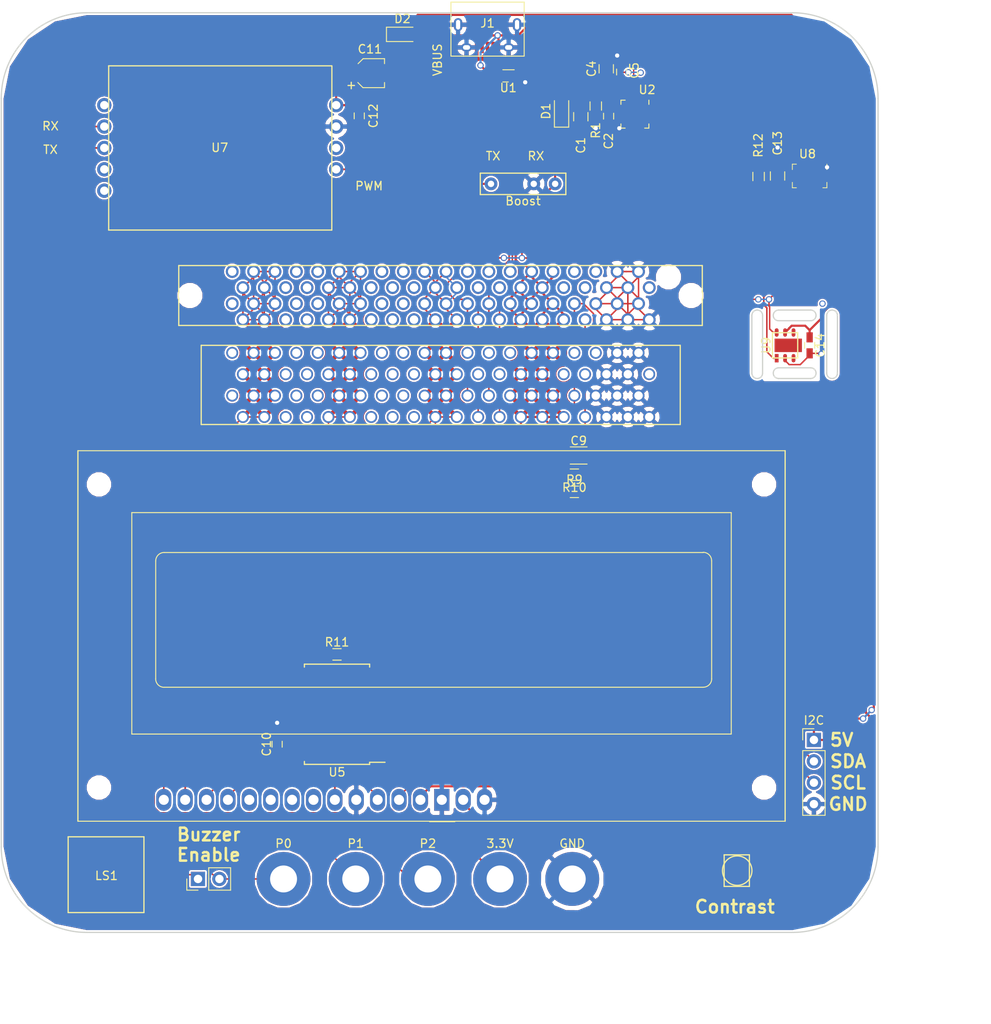
<source format=kicad_pcb>
(kicad_pcb (version 4) (host pcbnew 4.0.7)

  (general
    (links 204)
    (no_connects 8)
    (area 86.284999 55.804999 190.575001 165.175001)
    (thickness 1.6)
    (drawings 32)
    (tracks 639)
    (zones 0)
    (modules 45)
    (nets 116)
  )

  (page A4)
  (layers
    (0 F.Cu signal)
    (31 B.Cu signal)
    (33 F.Adhes user hide)
    (35 F.Paste user)
    (37 F.SilkS user)
    (39 F.Mask user)
    (40 Dwgs.User user)
    (41 Cmts.User user)
    (42 Eco1.User user hide)
    (43 Eco2.User user hide)
    (44 Edge.Cuts user)
    (45 Margin user)
    (47 F.CrtYd user)
    (49 F.Fab user hide)
  )

  (setup
    (last_trace_width 0.1778)
    (trace_clearance 0.1524)
    (zone_clearance 0.2032)
    (zone_45_only no)
    (trace_min 0.1778)
    (segment_width 0.2)
    (edge_width 0.15)
    (via_size 0.75438)
    (via_drill 0.50038)
    (via_min_size 0.5588)
    (via_min_drill 0.3048)
    (uvia_size 0.3)
    (uvia_drill 0.1)
    (uvias_allowed no)
    (uvia_min_size 0)
    (uvia_min_drill 0)
    (pcb_text_width 0.3)
    (pcb_text_size 1.5 1.5)
    (mod_edge_width 0.15)
    (mod_text_size 1 1)
    (mod_text_width 0.15)
    (pad_size 1.524 1.524)
    (pad_drill 0.762)
    (pad_to_mask_clearance 0.00508)
    (aux_axis_origin 0 0)
    (visible_elements FFFFFF7F)
    (pcbplotparams
      (layerselection 0x00030_80000001)
      (usegerberextensions false)
      (excludeedgelayer true)
      (linewidth 0.100000)
      (plotframeref false)
      (viasonmask false)
      (mode 1)
      (useauxorigin false)
      (hpglpennumber 1)
      (hpglpenspeed 20)
      (hpglpendiameter 15)
      (hpglpenoverlay 2)
      (psnegative false)
      (psa4output false)
      (plotreference true)
      (plotvalue true)
      (plotinvisibletext false)
      (padsonsilk false)
      (subtractmaskfromsilk false)
      (outputformat 1)
      (mirror false)
      (drillshape 1)
      (scaleselection 1)
      (outputdirectory ""))
  )

  (net 0 "")
  (net 1 VBUS)
  (net 2 GND)
  (net 3 +3V3)
  (net 4 +5V)
  (net 5 "Net-(J1-Pad2)")
  (net 6 "Net-(J1-Pad3)")
  (net 7 SDA)
  (net 8 SCL)
  (net 9 /P01)
  (net 10 /P02)
  (net 11 /P08)
  (net 12 COMPUTER_TXO)
  (net 13 COMPUTER_RXI)
  (net 14 CO2_SENSOR)
  (net 15 nCCS811)
  (net 16 "Net-(J18-Padb1)")
  (net 17 "Net-(J18-Padb7)")
  (net 18 "Net-(J18-Padb9)")
  (net 19 "Net-(J18-Padb15)")
  (net 20 "Net-(J18-Padb17)")
  (net 21 "Net-(J18-Padb23)")
  (net 22 "Net-(J18-Padb25)")
  (net 23 "Net-(J18-Padb27)")
  (net 24 "Net-(J18-Padb33)")
  (net 25 "Net-(J18-Padb35)")
  (net 26 "Net-(J18-Padb6)")
  (net 27 "Net-(J18-Padb8)")
  (net 28 "Net-(J18-Padb14)")
  (net 29 "Net-(J18-Padb16)")
  (net 30 "Net-(J18-Padb18)")
  (net 31 "Net-(J18-Padb24)")
  (net 32 "Net-(J18-Padb26)")
  (net 33 "Net-(J18-Padb32)")
  (net 34 "Net-(J18-Padb34)")
  (net 35 "Net-(J18-Padb40)")
  (net 36 "Net-(J18-Pada1)")
  (net 37 "Net-(J18-Pada15)")
  (net 38 "Net-(J18-Pada8)")
  (net 39 "Net-(J18-Pada7)")
  (net 40 "Net-(J18-Pada9)")
  (net 41 "Net-(J18-Pada6)")
  (net 42 "Net-(J18-Pada18)")
  (net 43 "Net-(J18-Pada17)")
  (net 44 "Net-(J18-Pada16)")
  (net 45 "Net-(J19-Padb1)")
  (net 46 "Net-(J19-Padb7)")
  (net 47 "Net-(J19-Padb9)")
  (net 48 "Net-(J19-Padb15)")
  (net 49 "Net-(J19-Padb17)")
  (net 50 "Net-(J19-Padb23)")
  (net 51 "Net-(J19-Padb25)")
  (net 52 "Net-(J19-Padb27)")
  (net 53 "Net-(J19-Padb33)")
  (net 54 "Net-(J19-Padb35)")
  (net 55 "Net-(J19-Padb6)")
  (net 56 "Net-(J19-Padb8)")
  (net 57 "Net-(J19-Padb14)")
  (net 58 "Net-(J19-Padb16)")
  (net 59 "Net-(J19-Padb18)")
  (net 60 "Net-(J19-Padb24)")
  (net 61 "Net-(J19-Padb26)")
  (net 62 "Net-(J19-Padb32)")
  (net 63 "Net-(J19-Padb34)")
  (net 64 "Net-(J19-Padb40)")
  (net 65 "Net-(J19-Pada1)")
  (net 66 "Net-(J19-Pada7)")
  (net 67 "Net-(J19-Pada9)")
  (net 68 "Net-(J19-Pada15)")
  (net 69 "Net-(J19-Pada17)")
  (net 70 "Net-(J19-Pada6)")
  (net 71 "Net-(J19-Pada8)")
  (net 72 "Net-(J19-Pada16)")
  (net 73 "Net-(J19-Pada18)")
  (net 74 "Net-(J20-Pad1)")
  (net 75 "Net-(J21-Pad1)")
  (net 76 "Net-(R1-Pad1)")
  (net 77 "Net-(R11-Pad2)")
  (net 78 "Net-(RV1-Pad2)")
  (net 79 "Net-(U2-Pad1)")
  (net 80 "Net-(U2-Pad2)")
  (net 81 "Net-(U2-Pad10)")
  (net 82 "Net-(U2-Pad11)")
  (net 83 "Net-(U2-Pad13)")
  (net 84 "Net-(U2-Pad14)")
  (net 85 "Net-(U2-Pad15)")
  (net 86 "Net-(U2-Pad16)")
  (net 87 "Net-(U5-Pad8)")
  (net 88 "Net-(U5-Pad10)")
  (net 89 "Net-(U5-Pad11)")
  (net 90 "Net-(U5-Pad12)")
  (net 91 "Net-(U5-Pad13)")
  (net 92 "Net-(U5-Pad14)")
  (net 93 "Net-(U5-Pad15)")
  (net 94 "Net-(U5-Pad16)")
  (net 95 "Net-(U5-Pad17)")
  (net 96 "Net-(U6-Pad7)")
  (net 97 "Net-(U6-Pad8)")
  (net 98 "Net-(U6-Pad9)")
  (net 99 "Net-(U6-Pad10)")
  (net 100 "Net-(U7-Pad1)")
  (net 101 "Net-(U7-Pad2)")
  (net 102 "Net-(U7-Pad5)")
  (net 103 "Net-(U7-Pad7)")
  (net 104 "Net-(U8-Pad4)")
  (net 105 "Net-(U8-Pad3)")
  (net 106 "Net-(U8-Pad8)")
  (net 107 "Net-(U9-PadEP)")
  (net 108 "Net-(J1-Pad4)")
  (net 109 "Net-(U9-Pad3)")
  (net 110 "Net-(U9-Pad4)")
  (net 111 "Net-(C4-Pad1)")
  (net 112 "Net-(U2-Pad19)")
  (net 113 "Net-(U2-Pad20)")
  (net 114 /P00)
  (net 115 "Net-(JP1-Pad1)")

  (net_class Default "This is the default net class."
    (clearance 0.1524)
    (trace_width 0.1778)
    (via_dia 0.75438)
    (via_drill 0.50038)
    (uvia_dia 0.3)
    (uvia_drill 0.1)
    (add_net /P00)
    (add_net /P01)
    (add_net /P02)
    (add_net /P08)
    (add_net CO2_SENSOR)
    (add_net COMPUTER_RXI)
    (add_net COMPUTER_TXO)
    (add_net GND)
    (add_net "Net-(C4-Pad1)")
    (add_net "Net-(J1-Pad2)")
    (add_net "Net-(J1-Pad3)")
    (add_net "Net-(J1-Pad4)")
    (add_net "Net-(J18-Pada1)")
    (add_net "Net-(J18-Pada15)")
    (add_net "Net-(J18-Pada16)")
    (add_net "Net-(J18-Pada17)")
    (add_net "Net-(J18-Pada18)")
    (add_net "Net-(J18-Pada6)")
    (add_net "Net-(J18-Pada7)")
    (add_net "Net-(J18-Pada8)")
    (add_net "Net-(J18-Pada9)")
    (add_net "Net-(J18-Padb1)")
    (add_net "Net-(J18-Padb14)")
    (add_net "Net-(J18-Padb15)")
    (add_net "Net-(J18-Padb16)")
    (add_net "Net-(J18-Padb17)")
    (add_net "Net-(J18-Padb18)")
    (add_net "Net-(J18-Padb23)")
    (add_net "Net-(J18-Padb24)")
    (add_net "Net-(J18-Padb25)")
    (add_net "Net-(J18-Padb26)")
    (add_net "Net-(J18-Padb27)")
    (add_net "Net-(J18-Padb32)")
    (add_net "Net-(J18-Padb33)")
    (add_net "Net-(J18-Padb34)")
    (add_net "Net-(J18-Padb35)")
    (add_net "Net-(J18-Padb40)")
    (add_net "Net-(J18-Padb6)")
    (add_net "Net-(J18-Padb7)")
    (add_net "Net-(J18-Padb8)")
    (add_net "Net-(J18-Padb9)")
    (add_net "Net-(J19-Pada1)")
    (add_net "Net-(J19-Pada15)")
    (add_net "Net-(J19-Pada16)")
    (add_net "Net-(J19-Pada17)")
    (add_net "Net-(J19-Pada18)")
    (add_net "Net-(J19-Pada6)")
    (add_net "Net-(J19-Pada7)")
    (add_net "Net-(J19-Pada8)")
    (add_net "Net-(J19-Pada9)")
    (add_net "Net-(J19-Padb1)")
    (add_net "Net-(J19-Padb14)")
    (add_net "Net-(J19-Padb15)")
    (add_net "Net-(J19-Padb16)")
    (add_net "Net-(J19-Padb17)")
    (add_net "Net-(J19-Padb18)")
    (add_net "Net-(J19-Padb23)")
    (add_net "Net-(J19-Padb24)")
    (add_net "Net-(J19-Padb25)")
    (add_net "Net-(J19-Padb26)")
    (add_net "Net-(J19-Padb27)")
    (add_net "Net-(J19-Padb32)")
    (add_net "Net-(J19-Padb33)")
    (add_net "Net-(J19-Padb34)")
    (add_net "Net-(J19-Padb35)")
    (add_net "Net-(J19-Padb40)")
    (add_net "Net-(J19-Padb6)")
    (add_net "Net-(J19-Padb7)")
    (add_net "Net-(J19-Padb8)")
    (add_net "Net-(J19-Padb9)")
    (add_net "Net-(J20-Pad1)")
    (add_net "Net-(J21-Pad1)")
    (add_net "Net-(JP1-Pad1)")
    (add_net "Net-(R1-Pad1)")
    (add_net "Net-(R11-Pad2)")
    (add_net "Net-(RV1-Pad2)")
    (add_net "Net-(U2-Pad1)")
    (add_net "Net-(U2-Pad10)")
    (add_net "Net-(U2-Pad11)")
    (add_net "Net-(U2-Pad13)")
    (add_net "Net-(U2-Pad14)")
    (add_net "Net-(U2-Pad15)")
    (add_net "Net-(U2-Pad16)")
    (add_net "Net-(U2-Pad19)")
    (add_net "Net-(U2-Pad2)")
    (add_net "Net-(U2-Pad20)")
    (add_net "Net-(U5-Pad10)")
    (add_net "Net-(U5-Pad11)")
    (add_net "Net-(U5-Pad12)")
    (add_net "Net-(U5-Pad13)")
    (add_net "Net-(U5-Pad14)")
    (add_net "Net-(U5-Pad15)")
    (add_net "Net-(U5-Pad16)")
    (add_net "Net-(U5-Pad17)")
    (add_net "Net-(U5-Pad8)")
    (add_net "Net-(U6-Pad10)")
    (add_net "Net-(U6-Pad7)")
    (add_net "Net-(U6-Pad8)")
    (add_net "Net-(U6-Pad9)")
    (add_net "Net-(U7-Pad1)")
    (add_net "Net-(U7-Pad2)")
    (add_net "Net-(U7-Pad5)")
    (add_net "Net-(U7-Pad7)")
    (add_net "Net-(U8-Pad3)")
    (add_net "Net-(U8-Pad4)")
    (add_net "Net-(U8-Pad8)")
    (add_net "Net-(U9-Pad3)")
    (add_net "Net-(U9-Pad4)")
    (add_net "Net-(U9-PadEP)")
    (add_net SCL)
    (add_net SDA)
    (add_net nCCS811)
  )

  (net_class Power ""
    (clearance 0.1778)
    (trace_width 0.254)
    (via_dia 0.75438)
    (via_drill 0.50038)
    (uvia_dia 0.3)
    (uvia_drill 0.1)
    (add_net +3V3)
    (add_net +5V)
    (add_net VBUS)
  )

  (module lts:TE1734101-8 (layer F.Cu) (tedit 5A86CA3E) (tstamp 5A85F8C4)
    (at 138.5316 89.4588)
    (path /5A831782)
    (fp_text reference J19 (at 28.3972 -4.7752) (layer F.SilkS) hide
      (effects (font (size 1 1) (thickness 0.15)))
    )
    (fp_text value "Micro:bit Edge Connector" (at -0.3556 4.826) (layer F.Fab)
      (effects (font (size 1 1) (thickness 0.15)))
    )
    (fp_line (start 31.0896 -3.556) (end -31.0896 -3.556) (layer F.SilkS) (width 0.15))
    (fp_line (start 31.0896 3.556) (end 31.0896 -3.556) (layer F.SilkS) (width 0.15))
    (fp_line (start -31.0896 3.556) (end 31.0896 3.556) (layer F.SilkS) (width 0.15))
    (fp_line (start -31.0896 -3.556) (end -31.0896 3.556) (layer F.SilkS) (width 0.15))
    (pad "" np_thru_hole circle (at -29.7688 0) (size 2.5908 2.5908) (drill 2.5908) (layers *.Cu *.Mask))
    (pad "" np_thru_hole circle (at 29.7688 0) (size 2.5908 2.5908) (drill 2.5908) (layers *.Cu *.Mask))
    (pad b1 thru_hole circle (at -24.7396 -2.8448) (size 1.524 1.524) (drill 1.016) (layers *.Cu *.Mask)
      (net 45 "Net-(J19-Padb1)"))
    (pad b3 thru_hole circle (at -22.1996 -2.8448) (size 1.524 1.524) (drill 1.016) (layers *.Cu *.Mask)
      (net 114 /P00))
    (pad b5 thru_hole circle (at -19.6596 -2.8448) (size 1.524 1.524) (drill 1.016) (layers *.Cu *.Mask)
      (net 114 /P00))
    (pad b7 thru_hole circle (at -17.1196 -2.8448) (size 1.524 1.524) (drill 1.016) (layers *.Cu *.Mask)
      (net 46 "Net-(J19-Padb7)"))
    (pad b9 thru_hole circle (at -14.5796 -2.8448) (size 1.524 1.524) (drill 1.016) (layers *.Cu *.Mask)
      (net 47 "Net-(J19-Padb9)"))
    (pad b11 thru_hole circle (at -12.0396 -2.8448) (size 1.524 1.524) (drill 1.016) (layers *.Cu *.Mask)
      (net 9 /P01))
    (pad b13 thru_hole circle (at -9.4996 -2.8448) (size 1.524 1.524) (drill 1.016) (layers *.Cu *.Mask)
      (net 9 /P01))
    (pad b15 thru_hole circle (at -6.9596 -2.8448) (size 1.524 1.524) (drill 1.016) (layers *.Cu *.Mask)
      (net 48 "Net-(J19-Padb15)"))
    (pad b17 thru_hole circle (at -4.4196 -2.8448) (size 1.524 1.524) (drill 1.016) (layers *.Cu *.Mask)
      (net 49 "Net-(J19-Padb17)"))
    (pad b19 thru_hole circle (at -1.8796 -2.8448) (size 1.524 1.524) (drill 1.016) (layers *.Cu *.Mask)
      (net 10 /P02))
    (pad b21 thru_hole circle (at 0.6604 -2.8448) (size 1.524 1.524) (drill 1.016) (layers *.Cu *.Mask)
      (net 10 /P02))
    (pad b23 thru_hole circle (at 3.2004 -2.8448) (size 1.524 1.524) (drill 1.016) (layers *.Cu *.Mask)
      (net 50 "Net-(J19-Padb23)"))
    (pad b25 thru_hole circle (at 5.7404 -2.8448) (size 1.524 1.524) (drill 1.016) (layers *.Cu *.Mask)
      (net 51 "Net-(J19-Padb25)"))
    (pad b27 thru_hole circle (at 8.2804 -2.8448) (size 1.524 1.524) (drill 1.016) (layers *.Cu *.Mask)
      (net 52 "Net-(J19-Padb27)"))
    (pad b29 thru_hole circle (at 10.8204 -2.8448) (size 1.524 1.524) (drill 1.016) (layers *.Cu *.Mask)
      (net 3 +3V3))
    (pad b31 thru_hole circle (at 13.3604 -2.8448) (size 1.524 1.524) (drill 1.016) (layers *.Cu *.Mask)
      (net 3 +3V3))
    (pad b33 thru_hole circle (at 15.9004 -2.8448) (size 1.524 1.524) (drill 1.016) (layers *.Cu *.Mask)
      (net 53 "Net-(J19-Padb33)"))
    (pad b35 thru_hole circle (at 18.4404 -2.8448) (size 1.524 1.524) (drill 1.016) (layers *.Cu *.Mask)
      (net 54 "Net-(J19-Padb35)"))
    (pad b37 thru_hole circle (at 20.9804 -2.8448) (size 1.524 1.524) (drill 1.016) (layers *.Cu *.Mask)
      (net 2 GND))
    (pad b39 thru_hole circle (at 23.5204 -2.8448) (size 1.524 1.524) (drill 1.016) (layers *.Cu *.Mask)
      (net 2 GND))
    (pad b2 thru_hole circle (at -23.4696 -0.9398) (size 1.524 1.524) (drill 1.016) (layers *.Cu *.Mask)
      (net 114 /P00))
    (pad b4 thru_hole circle (at -20.9296 -0.9398) (size 1.524 1.524) (drill 1.016) (layers *.Cu *.Mask)
      (net 114 /P00))
    (pad b6 thru_hole circle (at -18.3896 -0.9398) (size 1.524 1.524) (drill 1.016) (layers *.Cu *.Mask)
      (net 55 "Net-(J19-Padb6)"))
    (pad b8 thru_hole circle (at -15.8496 -0.9398) (size 1.524 1.524) (drill 1.016) (layers *.Cu *.Mask)
      (net 56 "Net-(J19-Padb8)"))
    (pad b10 thru_hole circle (at -13.3096 -0.9398) (size 1.524 1.524) (drill 1.016) (layers *.Cu *.Mask)
      (net 9 /P01))
    (pad b12 thru_hole circle (at -10.7696 -0.9398) (size 1.524 1.524) (drill 1.016) (layers *.Cu *.Mask)
      (net 9 /P01))
    (pad b14 thru_hole circle (at -8.2296 -0.9398) (size 1.524 1.524) (drill 1.016) (layers *.Cu *.Mask)
      (net 57 "Net-(J19-Padb14)"))
    (pad b16 thru_hole circle (at -5.6896 -0.9398) (size 1.524 1.524) (drill 1.016) (layers *.Cu *.Mask)
      (net 58 "Net-(J19-Padb16)"))
    (pad b18 thru_hole circle (at -3.1496 -0.9398) (size 1.524 1.524) (drill 1.016) (layers *.Cu *.Mask)
      (net 59 "Net-(J19-Padb18)"))
    (pad b20 thru_hole circle (at -0.6096 -0.9398) (size 1.524 1.524) (drill 1.016) (layers *.Cu *.Mask)
      (net 10 /P02))
    (pad b22 thru_hole circle (at 1.9304 -0.9398) (size 1.524 1.524) (drill 1.016) (layers *.Cu *.Mask)
      (net 10 /P02))
    (pad b24 thru_hole circle (at 4.4704 -0.9398) (size 1.524 1.524) (drill 1.016) (layers *.Cu *.Mask)
      (net 60 "Net-(J19-Padb24)"))
    (pad b26 thru_hole circle (at 7.0104 -0.9398) (size 1.524 1.524) (drill 1.016) (layers *.Cu *.Mask)
      (net 61 "Net-(J19-Padb26)"))
    (pad b28 thru_hole circle (at 9.5504 -0.9398) (size 1.524 1.524) (drill 1.016) (layers *.Cu *.Mask)
      (net 3 +3V3))
    (pad b30 thru_hole circle (at 12.0904 -0.9398) (size 1.524 1.524) (drill 1.016) (layers *.Cu *.Mask)
      (net 3 +3V3))
    (pad b32 thru_hole circle (at 14.6304 -0.9398) (size 1.524 1.524) (drill 1.016) (layers *.Cu *.Mask)
      (net 62 "Net-(J19-Padb32)"))
    (pad b34 thru_hole circle (at 17.1704 -0.9398) (size 1.524 1.524) (drill 1.016) (layers *.Cu *.Mask)
      (net 63 "Net-(J19-Padb34)"))
    (pad b36 thru_hole circle (at 19.7104 -0.9398) (size 1.524 1.524) (drill 1.016) (layers *.Cu *.Mask)
      (net 2 GND))
    (pad b38 thru_hole circle (at 22.2504 -0.9398) (size 1.524 1.524) (drill 1.016) (layers *.Cu *.Mask)
      (net 2 GND))
    (pad b40 thru_hole circle (at 24.7904 -0.9398) (size 1.524 1.524) (drill 1.016) (layers *.Cu *.Mask)
      (net 64 "Net-(J19-Padb40)"))
    (pad a1 thru_hole circle (at -24.7396 0.9652) (size 1.524 1.524) (drill 1.016) (layers *.Cu *.Mask)
      (net 65 "Net-(J19-Pada1)"))
    (pad a3 thru_hole circle (at -22.1996 0.9652) (size 1.524 1.524) (drill 1.016) (layers *.Cu *.Mask)
      (net 114 /P00))
    (pad a5 thru_hole circle (at -19.6596 0.9652) (size 1.524 1.524) (drill 1.016) (layers *.Cu *.Mask)
      (net 114 /P00))
    (pad a7 thru_hole circle (at -17.1196 0.9652) (size 1.524 1.524) (drill 1.016) (layers *.Cu *.Mask)
      (net 66 "Net-(J19-Pada7)"))
    (pad a9 thru_hole circle (at -14.5796 0.9652) (size 1.524 1.524) (drill 1.016) (layers *.Cu *.Mask)
      (net 67 "Net-(J19-Pada9)"))
    (pad a11 thru_hole circle (at -12.0396 0.9652) (size 1.524 1.524) (drill 1.016) (layers *.Cu *.Mask)
      (net 9 /P01))
    (pad a13 thru_hole circle (at -9.4996 0.9652) (size 1.524 1.524) (drill 1.016) (layers *.Cu *.Mask)
      (net 9 /P01))
    (pad a15 thru_hole circle (at -6.9596 0.9652) (size 1.524 1.524) (drill 1.016) (layers *.Cu *.Mask)
      (net 68 "Net-(J19-Pada15)"))
    (pad a17 thru_hole circle (at -4.4196 0.9652) (size 1.524 1.524) (drill 1.016) (layers *.Cu *.Mask)
      (net 69 "Net-(J19-Pada17)"))
    (pad a19 thru_hole circle (at -1.8796 0.9652) (size 1.524 1.524) (drill 1.016) (layers *.Cu *.Mask)
      (net 10 /P02))
    (pad a21 thru_hole circle (at 0.6604 0.9652) (size 1.524 1.524) (drill 1.016) (layers *.Cu *.Mask)
      (net 10 /P02))
    (pad a23 thru_hole circle (at 3.2004 0.9652) (size 1.524 1.524) (drill 1.016) (layers *.Cu *.Mask)
      (net 14 CO2_SENSOR))
    (pad a25 thru_hole circle (at 5.7404 0.9652) (size 1.524 1.524) (drill 1.016) (layers *.Cu *.Mask)
      (net 13 COMPUTER_RXI))
    (pad a27 thru_hole circle (at 8.2804 0.9652) (size 1.524 1.524) (drill 1.016) (layers *.Cu *.Mask)
      (net 3 +3V3))
    (pad a29 thru_hole circle (at 10.8204 0.9652) (size 1.524 1.524) (drill 1.016) (layers *.Cu *.Mask)
      (net 3 +3V3))
    (pad a31 thru_hole circle (at 13.3604 0.9652) (size 1.524 1.524) (drill 1.016) (layers *.Cu *.Mask)
      (net 3 +3V3))
    (pad a33 thru_hole circle (at 15.9004 0.9652) (size 1.524 1.524) (drill 1.016) (layers *.Cu *.Mask)
      (net 8 SCL))
    (pad a35 thru_hole circle (at 18.4404 0.9652) (size 1.524 1.524) (drill 1.016) (layers *.Cu *.Mask)
      (net 2 GND))
    (pad a37 thru_hole circle (at 20.9804 0.9652) (size 1.524 1.524) (drill 1.016) (layers *.Cu *.Mask)
      (net 2 GND))
    (pad a39 thru_hole circle (at 23.5204 0.9652) (size 1.524 1.524) (drill 1.016) (layers *.Cu *.Mask)
      (net 2 GND))
    (pad a2 thru_hole circle (at -23.4696 2.8702) (size 1.524 1.524) (drill 1.016) (layers *.Cu *.Mask)
      (net 114 /P00))
    (pad a4 thru_hole circle (at -20.9296 2.8702) (size 1.524 1.524) (drill 1.016) (layers *.Cu *.Mask)
      (net 114 /P00))
    (pad a6 thru_hole circle (at -18.3896 2.8702) (size 1.524 1.524) (drill 1.016) (layers *.Cu *.Mask)
      (net 70 "Net-(J19-Pada6)"))
    (pad a8 thru_hole circle (at -15.8496 2.8702) (size 1.524 1.524) (drill 1.016) (layers *.Cu *.Mask)
      (net 71 "Net-(J19-Pada8)"))
    (pad a10 thru_hole circle (at -13.3096 2.8702) (size 1.524 1.524) (drill 1.016) (layers *.Cu *.Mask)
      (net 9 /P01))
    (pad a12 thru_hole circle (at -10.7696 2.8702) (size 1.524 1.524) (drill 1.016) (layers *.Cu *.Mask)
      (net 9 /P01))
    (pad a14 thru_hole circle (at -8.2296 2.8702) (size 1.524 1.524) (drill 1.016) (layers *.Cu *.Mask)
      (net 11 /P08))
    (pad a16 thru_hole circle (at -5.6896 2.8702) (size 1.524 1.524) (drill 1.016) (layers *.Cu *.Mask)
      (net 72 "Net-(J19-Pada16)"))
    (pad a18 thru_hole circle (at -3.1496 2.8702) (size 1.524 1.524) (drill 1.016) (layers *.Cu *.Mask)
      (net 73 "Net-(J19-Pada18)"))
    (pad a20 thru_hole circle (at -0.6096 2.8702) (size 1.524 1.524) (drill 1.016) (layers *.Cu *.Mask)
      (net 10 /P02))
    (pad a22 thru_hole circle (at 1.9304 2.8702) (size 1.524 1.524) (drill 1.016) (layers *.Cu *.Mask)
      (net 10 /P02))
    (pad a24 thru_hole circle (at 4.4704 2.8702) (size 1.524 1.524) (drill 1.016) (layers *.Cu *.Mask)
      (net 15 nCCS811))
    (pad a26 thru_hole circle (at 7.0104 2.8702) (size 1.524 1.524) (drill 1.016) (layers *.Cu *.Mask)
      (net 12 COMPUTER_TXO))
    (pad a28 thru_hole circle (at 9.5504 2.8702) (size 1.524 1.524) (drill 1.016) (layers *.Cu *.Mask)
      (net 3 +3V3))
    (pad a30 thru_hole circle (at 12.0904 2.8702) (size 1.524 1.524) (drill 1.016) (layers *.Cu *.Mask)
      (net 3 +3V3))
    (pad a32 thru_hole circle (at 14.6304 2.8702) (size 1.524 1.524) (drill 1.016) (layers *.Cu *.Mask)
      (net 3 +3V3))
    (pad a34 thru_hole circle (at 17.1704 2.8702) (size 1.524 1.524) (drill 1.016) (layers *.Cu *.Mask)
      (net 7 SDA))
    (pad a36 thru_hole circle (at 19.7104 2.8702) (size 1.524 1.524) (drill 1.016) (layers *.Cu *.Mask)
      (net 2 GND))
    (pad a38 thru_hole circle (at 22.2504 2.8702) (size 1.524 1.524) (drill 1.016) (layers *.Cu *.Mask)
      (net 2 GND))
    (pad a40 thru_hole circle (at 24.7904 2.8702) (size 1.524 1.524) (drill 1.016) (layers *.Cu *.Mask)
      (net 2 GND))
    (pad "" np_thru_hole circle (at 27.0764 -2.2098) (size 2.5908 2.5908) (drill 2.5908) (layers *.Cu *.Mask))
    (model /home/nock/devel/lts-proto/3d_models/sca.wrl
      (at (xyz 0 0 0))
      (scale (xyz 0.3937 0.3937 0.3937))
      (rotate (xyz 0 0 0))
    )
  )

  (module Capacitors_SMD:C_1206_HandSoldering (layer F.Cu) (tedit 58AA84D1) (tstamp 5A8325E4)
    (at 154.94 108.458)
    (descr "Capacitor SMD 1206, hand soldering")
    (tags "capacitor 1206")
    (path /5A7BAC66)
    (attr smd)
    (fp_text reference C9 (at 0 -1.75) (layer F.SilkS)
      (effects (font (size 1 1) (thickness 0.15)))
    )
    (fp_text value DNP (at 0 2) (layer F.Fab)
      (effects (font (size 1 1) (thickness 0.15)))
    )
    (fp_text user %R (at 0 -1.75) (layer F.Fab)
      (effects (font (size 1 1) (thickness 0.15)))
    )
    (fp_line (start -1.6 0.8) (end -1.6 -0.8) (layer F.Fab) (width 0.1))
    (fp_line (start 1.6 0.8) (end -1.6 0.8) (layer F.Fab) (width 0.1))
    (fp_line (start 1.6 -0.8) (end 1.6 0.8) (layer F.Fab) (width 0.1))
    (fp_line (start -1.6 -0.8) (end 1.6 -0.8) (layer F.Fab) (width 0.1))
    (fp_line (start 1 -1.02) (end -1 -1.02) (layer F.SilkS) (width 0.12))
    (fp_line (start -1 1.02) (end 1 1.02) (layer F.SilkS) (width 0.12))
    (fp_line (start -3.25 -1.05) (end 3.25 -1.05) (layer F.CrtYd) (width 0.05))
    (fp_line (start -3.25 -1.05) (end -3.25 1.05) (layer F.CrtYd) (width 0.05))
    (fp_line (start 3.25 1.05) (end 3.25 -1.05) (layer F.CrtYd) (width 0.05))
    (fp_line (start 3.25 1.05) (end -3.25 1.05) (layer F.CrtYd) (width 0.05))
    (pad 1 smd rect (at -2 0) (size 2 1.6) (layers F.Cu F.Paste F.Mask)
      (net 3 +3V3))
    (pad 2 smd rect (at 2 0) (size 2 1.6) (layers F.Cu F.Paste F.Mask)
      (net 2 GND))
    (model Capacitors_SMD.3dshapes/C_1206.wrl
      (at (xyz 0 0 0))
      (scale (xyz 1 1 1))
      (rotate (xyz 0 0 0))
    )
  )

  (module Connectors:USB_Micro-B (layer F.Cu) (tedit 5543E447) (tstamp 5A832627)
    (at 144.1196 58.6486 180)
    (descr "Micro USB Type B Receptacle")
    (tags "USB USB_B USB_micro USB_OTG")
    (path /5A7BAC5E)
    (attr smd)
    (fp_text reference J1 (at 0 1.524 180) (layer F.SilkS)
      (effects (font (size 1 1) (thickness 0.15)))
    )
    (fp_text value USB_B (at 0 5.01 180) (layer F.Fab)
      (effects (font (size 1 1) (thickness 0.15)))
    )
    (fp_line (start -4.6 -2.59) (end 4.6 -2.59) (layer F.CrtYd) (width 0.05))
    (fp_line (start 4.6 -2.59) (end 4.6 4.26) (layer F.CrtYd) (width 0.05))
    (fp_line (start 4.6 4.26) (end -4.6 4.26) (layer F.CrtYd) (width 0.05))
    (fp_line (start -4.6 4.26) (end -4.6 -2.59) (layer F.CrtYd) (width 0.05))
    (fp_line (start -4.35 4.03) (end 4.35 4.03) (layer F.SilkS) (width 0.12))
    (fp_line (start -4.35 -2.38) (end 4.35 -2.38) (layer F.SilkS) (width 0.12))
    (fp_line (start 4.35 -2.38) (end 4.35 4.03) (layer F.SilkS) (width 0.12))
    (fp_line (start 4.35 2.8) (end -4.35 2.8) (layer F.SilkS) (width 0.12))
    (fp_line (start -4.35 4.03) (end -4.35 -2.38) (layer F.SilkS) (width 0.12))
    (pad 1 smd rect (at -1.3 -1.35 270) (size 1.35 0.4) (layers F.Cu F.Paste F.Mask)
      (net 1 VBUS))
    (pad 2 smd rect (at -0.65 -1.35 270) (size 1.35 0.4) (layers F.Cu F.Paste F.Mask)
      (net 5 "Net-(J1-Pad2)"))
    (pad 3 smd rect (at 0 -1.35 270) (size 1.35 0.4) (layers F.Cu F.Paste F.Mask)
      (net 6 "Net-(J1-Pad3)"))
    (pad 4 smd rect (at 0.65 -1.35 270) (size 1.35 0.4) (layers F.Cu F.Paste F.Mask)
      (net 108 "Net-(J1-Pad4)"))
    (pad 5 smd rect (at 1.3 -1.35 270) (size 1.35 0.4) (layers F.Cu F.Paste F.Mask)
      (net 2 GND))
    (pad 6 thru_hole oval (at -2.5 -1.35 270) (size 0.95 1.25) (drill oval 0.55 0.85) (layers *.Cu *.Mask)
      (net 2 GND))
    (pad 6 thru_hole oval (at 2.5 -1.35 270) (size 0.95 1.25) (drill oval 0.55 0.85) (layers *.Cu *.Mask)
      (net 2 GND))
    (pad 6 thru_hole oval (at -3.5 1.35 270) (size 1.55 1) (drill oval 1.15 0.5) (layers *.Cu *.Mask)
      (net 2 GND))
    (pad 6 thru_hole oval (at 3.5 1.35 270) (size 1.55 1) (drill oval 1.15 0.5) (layers *.Cu *.Mask)
      (net 2 GND))
  )

  (module lts:NHD-0216BZ locked (layer F.Cu) (tedit 5A86CDB9) (tstamp 5A848CFA)
    (at 137.464001 129.892)
    (tags "LCD 16x2 Alphanumeric 16pin")
    (path /5A7C7D4B/5A7C8DE4)
    (fp_text reference U6 (at 40.475 23.6) (layer F.SilkS) hide
      (effects (font (size 1 1) (thickness 0.15)))
    )
    (fp_text value RC1602A (at 38.49 -21.99 180) (layer F.Fab)
      (effects (font (size 1 1) (thickness 0.15)))
    )
    (fp_line (start 42 -22) (end 42 22) (layer F.SilkS) (width 0.15))
    (fp_line (start -42 22) (end -42 -22) (layer F.SilkS) (width 0.15))
    (fp_arc (start 39.55 -16.41) (end 38.31 -16.41) (angle 90) (layer F.Fab) (width 0.1))
    (fp_arc (start 39.55 -16.41) (end 39.55 -15.17) (angle 90) (layer F.Fab) (width 0.1))
    (fp_arc (start -39.45 -16.41) (end -39.46 -17.66) (angle 90) (layer F.Fab) (width 0.1))
    (fp_arc (start -39.45 -16.41) (end -38.2 -16.4) (angle 90) (layer F.Fab) (width 0.1))
    (fp_line (start 42.05 -17.66) (end 39.55 -17.66) (layer F.Fab) (width 0.1))
    (fp_line (start 42.05 -20.4) (end 42.05 -17.66) (layer F.Fab) (width 0.1))
    (fp_line (start 42.05 -15.16) (end 39.55 -15.16) (layer F.Fab) (width 0.1))
    (fp_line (start -39.45 -17.66) (end -41.95 -17.66) (layer F.Fab) (width 0.1))
    (fp_line (start -41.95 -15.16) (end -39.45 -15.16) (layer F.Fab) (width 0.1))
    (fp_line (start -41.95 -17.66) (end -41.95 -20.41) (layer F.Fab) (width 0.1))
    (fp_line (start -42 -22) (end 42 -22) (layer F.SilkS) (width 0.12))
    (fp_line (start 42 22) (end -42 22) (layer F.SilkS) (width 0.12))
    (fp_line (start 2.77 22.058) (end -0.23 22.058) (layer F.SilkS) (width 0.12))
    (fp_line (start 42 22) (end -42 22) (layer F.CrtYd) (width 0.05))
    (fp_line (start 1.27 22.59) (end 0.27 23.59) (layer F.Fab) (width 0.1))
    (fp_line (start 2.27 23.59) (end 1.27 22.59) (layer F.Fab) (width 0.1))
    (fp_line (start 42.05 23.59) (end 2.27 23.59) (layer F.Fab) (width 0.1))
    (fp_text user %R (at 1.085 -0.115 180) (layer F.Fab)
      (effects (font (size 1 1) (thickness 0.15)))
    )
    (fp_line (start -32.76 5.09) (end -32.76 -8.91) (layer F.SilkS) (width 0.12))
    (fp_line (start 32.27 6.09) (end -31.73 6.09) (layer F.SilkS) (width 0.12))
    (fp_line (start 33.27 -8.91) (end 33.27 5.09) (layer F.SilkS) (width 0.12))
    (fp_line (start -31.73 -9.91) (end 32.27 -9.91) (layer F.SilkS) (width 0.12))
    (fp_arc (start 32.26464 -8.93294) (end 32.26464 -9.9337) (angle 90) (layer F.SilkS) (width 0.12))
    (fp_arc (start 32.27464 5.08754) (end 33.27286 5.08754) (angle 90) (layer F.SilkS) (width 0.12))
    (fp_arc (start -31.76574 5.09754) (end -31.76574 6.09576) (angle 90) (layer F.SilkS) (width 0.12))
    (fp_arc (start -31.75574 -8.91294) (end -32.7565 -8.91294) (angle 90) (layer F.SilkS) (width 0.12))
    (fp_line (start -35.6 -14.65) (end 35.6 -14.65) (layer F.SilkS) (width 0.12))
    (fp_line (start 35.6 -14.65) (end 35.6 11.65) (layer F.SilkS) (width 0.12))
    (fp_line (start 35.6 11.65) (end -35.6 11.65) (layer F.SilkS) (width 0.12))
    (fp_line (start -35.6 11.65) (end -35.6 -14.65) (layer F.SilkS) (width 0.12))
    (fp_line (start 42.05 -15.16) (end 42.05 23.59) (layer F.Fab) (width 0.1))
    (fp_line (start 0.27 23.59) (end -41.95 23.59) (layer F.Fab) (width 0.1))
    (fp_line (start -41.95 -20.41) (end 42.05 -20.41) (layer F.Fab) (width 0.1))
    (fp_line (start -41.95 23.59) (end -41.95 -15.16) (layer F.Fab) (width 0.1))
    (pad 14 thru_hole oval (at -31.8 19.46) (size 1.8 2.6) (drill 1.2) (layers *.Cu *.Mask)
      (net 95 "Net-(U5-Pad17)"))
    (pad "" np_thru_hole circle (at -39.5 18) (size 2.5 2.5) (drill 2.5) (layers *.Cu *.Mask))
    (pad "" np_thru_hole circle (at 39.5 -18) (size 2.5 2.5) (drill 2.5) (layers *.Cu *.Mask))
    (pad "" np_thru_hole circle (at 39.5 18) (size 2.5 2.5) (drill 2.5) (layers *.Cu *.Mask))
    (pad 13 thru_hole oval (at -29.26 19.46) (size 1.8 2.6) (drill 1.2) (layers *.Cu *.Mask)
      (net 94 "Net-(U5-Pad16)"))
    (pad 12 thru_hole oval (at -26.72 19.46) (size 1.8 2.6) (drill 1.2) (layers *.Cu *.Mask)
      (net 93 "Net-(U5-Pad15)"))
    (pad 11 thru_hole oval (at -24.18 19.46) (size 1.8 2.6) (drill 1.2) (layers *.Cu *.Mask)
      (net 92 "Net-(U5-Pad14)"))
    (pad 10 thru_hole oval (at -21.64 19.46) (size 1.8 2.6) (drill 1.2) (layers *.Cu *.Mask)
      (net 99 "Net-(U6-Pad10)"))
    (pad 9 thru_hole oval (at -19.1 19.46) (size 1.8 2.6) (drill 1.2) (layers *.Cu *.Mask)
      (net 98 "Net-(U6-Pad9)"))
    (pad 8 thru_hole oval (at -16.56 19.46) (size 1.8 2.6) (drill 1.2) (layers *.Cu *.Mask)
      (net 97 "Net-(U6-Pad8)"))
    (pad 7 thru_hole oval (at -14.02 19.46) (size 1.8 2.6) (drill 1.2) (layers *.Cu *.Mask)
      (net 96 "Net-(U6-Pad7)"))
    (pad 6 thru_hole oval (at -11.48 19.46) (size 1.8 2.6) (drill 1.2) (layers *.Cu *.Mask)
      (net 89 "Net-(U5-Pad11)"))
    (pad 5 thru_hole oval (at -8.94 19.46) (size 1.8 2.6) (drill 1.2) (layers *.Cu *.Mask)
      (net 2 GND))
    (pad 4 thru_hole oval (at -6.4 19.46) (size 1.8 2.6) (drill 1.2) (layers *.Cu *.Mask)
      (net 88 "Net-(U5-Pad10)"))
    (pad 3 thru_hole oval (at -3.86 19.46) (size 1.8 2.6) (drill 1.2) (layers *.Cu *.Mask)
      (net 78 "Net-(RV1-Pad2)"))
    (pad 2 thru_hole oval (at -1.32 19.46) (size 1.8 2.6) (drill 1.2) (layers *.Cu *.Mask)
      (net 4 +5V))
    (pad 1 thru_hole rect (at 1.22 19.46) (size 1.8 2.6) (drill 1.2) (layers *.Cu *.Mask)
      (net 2 GND))
    (pad 15 thru_hole oval (at 3.76 19.46) (size 1.8 2.6) (drill 1.2) (layers *.Cu *.Mask)
      (net 1 VBUS))
    (pad 16 thru_hole oval (at 6.3 19.46) (size 1.8 2.6) (drill 1.2) (layers *.Cu *.Mask)
      (net 2 GND))
    (pad "" np_thru_hole circle (at -39.5 -18) (size 2.5 2.5) (drill 2.5) (layers *.Cu *.Mask))
    (model ${KISYS3DMOD}/Displays.3dshapes/RC1602A.wrl
      (at (xyz 0.04 -0.775 0))
      (scale (xyz 1 1 1))
      (rotate (xyz 0 0 180))
    )
  )

  (module Housings_LGA:AMS_LGA-10-1EP_2.7x4mm_Pitch0.6mm (layer F.Cu) (tedit 59706CBD) (tstamp 5A83282E)
    (at 182.370806 75.263356 270)
    (descr "LGA-10, http://ams.com/eng/content/download/951091/2269479/471718")
    (tags "lga land grid array")
    (path /5A7DC600/5A7DCB50)
    (attr smd)
    (fp_text reference U8 (at -2.619356 0.252806 360) (layer F.SilkS)
      (effects (font (size 1 1) (thickness 0.15)))
    )
    (fp_text value CCS811 (at 0 3.1 270) (layer F.Fab)
      (effects (font (size 1 1) (thickness 0.15)))
    )
    (fp_text user %R (at 0 0 270) (layer F.Fab)
      (effects (font (size 0.5 0.5) (thickness 0.05)))
    )
    (fp_line (start 1.5 -2.15) (end 1.5 2.15) (layer F.CrtYd) (width 0.05))
    (fp_line (start 1.5 2.15) (end -1.5 2.15) (layer F.CrtYd) (width 0.05))
    (fp_line (start -1.5 2.15) (end -1.5 -2.15) (layer F.CrtYd) (width 0.05))
    (fp_line (start -1.5 -2.15) (end 1.5 -2.15) (layer F.CrtYd) (width 0.05))
    (fp_line (start 1.3 -1.95) (end 1.3 1.95) (layer F.Fab) (width 0.1))
    (fp_line (start 1.3 1.95) (end -1.3 1.95) (layer F.Fab) (width 0.1))
    (fp_line (start -1.3 1.95) (end -1.3 -1.65) (layer F.Fab) (width 0.1))
    (fp_line (start -1.3 -1.65) (end -1 -1.95) (layer F.Fab) (width 0.1))
    (fp_line (start -1 -1.95) (end 1.3 -1.95) (layer F.Fab) (width 0.1))
    (fp_line (start -1.4 1.57) (end -1.4 2.05) (layer F.SilkS) (width 0.1))
    (fp_line (start -1.4 2.05) (end -0.76 2.05) (layer F.SilkS) (width 0.1))
    (fp_line (start -1.4 -2.05) (end -0.76 -2.05) (layer F.SilkS) (width 0.1))
    (fp_line (start 0.76 2.05) (end 1.4 2.05) (layer F.SilkS) (width 0.1))
    (fp_line (start 1.4 1.57) (end 1.4 2.05) (layer F.SilkS) (width 0.1))
    (fp_line (start 0.76 -2.05) (end 1.4 -2.05) (layer F.SilkS) (width 0.1))
    (fp_line (start 1.4 -2.05) (end 1.4 -1.57) (layer F.SilkS) (width 0.1))
    (pad 11 smd trapezoid (at 0 -1.1 270) (size 1 0.3) (rect_delta 0 0.3 ) (layers F.Cu F.Paste F.Mask)
      (net 2 GND))
    (pad 11 smd rect (at 0.15 -1.1 270) (size 1 0.3) (layers F.Cu F.Paste F.Mask)
      (net 2 GND))
    (pad 11 smd rect (at 0 0.15 270) (size 1.3 2.2) (layers F.Cu F.Paste F.Mask)
      (net 2 GND))
    (pad 6 smd rect (at 1.05 1.2 270) (size 0.6 0.4) (layers F.Cu F.Paste F.Mask)
      (net 3 +3V3))
    (pad 7 smd rect (at 1.05 0.6 270) (size 0.6 0.4) (layers F.Cu F.Paste F.Mask)
      (net 15 nCCS811))
    (pad 10 smd rect (at 1.05 -1.2 270) (size 0.6 0.4) (layers F.Cu F.Paste F.Mask)
      (net 8 SCL))
    (pad 9 smd rect (at 1.05 -0.6 270) (size 0.6 0.4) (layers F.Cu F.Paste F.Mask)
      (net 7 SDA))
    (pad 5 smd rect (at -1.05 1.2 270) (size 0.6 0.4) (layers F.Cu F.Paste F.Mask)
      (net 104 "Net-(U8-Pad4)"))
    (pad 1 smd rect (at -1.05 -1.2 270) (size 0.6 0.4) (layers F.Cu F.Paste F.Mask)
      (net 2 GND))
    (pad 2 smd rect (at -1.05 -0.6 270) (size 0.6 0.4) (layers F.Cu F.Paste F.Mask)
      (net 3 +3V3))
    (pad 3 smd rect (at -1.05 0 270) (size 0.6 0.4) (layers F.Cu F.Paste F.Mask)
      (net 105 "Net-(U8-Pad3)"))
    (pad 4 smd rect (at -1.05 0.6 270) (size 0.6 0.4) (layers F.Cu F.Paste F.Mask)
      (net 104 "Net-(U8-Pad4)"))
    (pad 8 smd rect (at 1.05 0 270) (size 0.6 0.4) (layers F.Cu F.Paste F.Mask)
      (net 106 "Net-(U8-Pad8)"))
    (model ${KISYS3DMOD}/Housings_LGA.3dshapes/AMS_LGA-10-1EP_2.7x4mm_Pitch0.6mm.wrl
      (at (xyz 0 0 0))
      (scale (xyz 1 1 1))
      (rotate (xyz 0 0 0))
    )
    (model /home/nock/devel/lts-proto/3d_models/CCS811.wrl
      (at (xyz 0 0 0))
      (scale (xyz 0.3937 0.3937 0.3937))
      (rotate (xyz 0 0 0))
    )
  )

  (module Capacitors_SMD:C_0805_HandSoldering (layer F.Cu) (tedit 58AA84A8) (tstamp 5A8325BA)
    (at 155.194 68.2244 270)
    (descr "Capacitor SMD 0805, hand soldering")
    (tags "capacitor 0805")
    (path /5A7BAC71)
    (attr smd)
    (fp_text reference C1 (at 3.4036 0 270) (layer F.SilkS)
      (effects (font (size 1 1) (thickness 0.15)))
    )
    (fp_text value 4.7uF (at 0 1.75 270) (layer F.Fab)
      (effects (font (size 1 1) (thickness 0.15)))
    )
    (fp_text user %R (at 0 -1.75 270) (layer F.Fab)
      (effects (font (size 1 1) (thickness 0.15)))
    )
    (fp_line (start -1 0.62) (end -1 -0.62) (layer F.Fab) (width 0.1))
    (fp_line (start 1 0.62) (end -1 0.62) (layer F.Fab) (width 0.1))
    (fp_line (start 1 -0.62) (end 1 0.62) (layer F.Fab) (width 0.1))
    (fp_line (start -1 -0.62) (end 1 -0.62) (layer F.Fab) (width 0.1))
    (fp_line (start 0.5 -0.85) (end -0.5 -0.85) (layer F.SilkS) (width 0.12))
    (fp_line (start -0.5 0.85) (end 0.5 0.85) (layer F.SilkS) (width 0.12))
    (fp_line (start -2.25 -0.88) (end 2.25 -0.88) (layer F.CrtYd) (width 0.05))
    (fp_line (start -2.25 -0.88) (end -2.25 0.87) (layer F.CrtYd) (width 0.05))
    (fp_line (start 2.25 0.87) (end 2.25 -0.88) (layer F.CrtYd) (width 0.05))
    (fp_line (start 2.25 0.87) (end -2.25 0.87) (layer F.CrtYd) (width 0.05))
    (pad 1 smd rect (at -1.25 0 270) (size 1.5 1.25) (layers F.Cu F.Paste F.Mask)
      (net 1 VBUS))
    (pad 2 smd rect (at 1.25 0 270) (size 1.5 1.25) (layers F.Cu F.Paste F.Mask)
      (net 2 GND))
    (model Capacitors_SMD.3dshapes/C_0805.wrl
      (at (xyz 0 0 0))
      (scale (xyz 1 1 1))
      (rotate (xyz 0 0 0))
    )
  )

  (module Capacitors_SMD:C_0603_HandSoldering (layer F.Cu) (tedit 58AA848B) (tstamp 5A8325C0)
    (at 158.496001 68.1584 270)
    (descr "Capacitor SMD 0603, hand soldering")
    (tags "capacitor 0603")
    (path /5A7BAC72)
    (attr smd)
    (fp_text reference C2 (at 2.9616 0.000001 270) (layer F.SilkS)
      (effects (font (size 1 1) (thickness 0.15)))
    )
    (fp_text value 0.1uF (at 0 1.5 270) (layer F.Fab)
      (effects (font (size 1 1) (thickness 0.15)))
    )
    (fp_text user %R (at 0 -1.25 270) (layer F.Fab)
      (effects (font (size 1 1) (thickness 0.15)))
    )
    (fp_line (start -0.8 0.4) (end -0.8 -0.4) (layer F.Fab) (width 0.1))
    (fp_line (start 0.8 0.4) (end -0.8 0.4) (layer F.Fab) (width 0.1))
    (fp_line (start 0.8 -0.4) (end 0.8 0.4) (layer F.Fab) (width 0.1))
    (fp_line (start -0.8 -0.4) (end 0.8 -0.4) (layer F.Fab) (width 0.1))
    (fp_line (start -0.35 -0.6) (end 0.35 -0.6) (layer F.SilkS) (width 0.12))
    (fp_line (start 0.35 0.6) (end -0.35 0.6) (layer F.SilkS) (width 0.12))
    (fp_line (start -1.8 -0.65) (end 1.8 -0.65) (layer F.CrtYd) (width 0.05))
    (fp_line (start -1.8 -0.65) (end -1.8 0.65) (layer F.CrtYd) (width 0.05))
    (fp_line (start 1.8 0.65) (end 1.8 -0.65) (layer F.CrtYd) (width 0.05))
    (fp_line (start 1.8 0.65) (end -1.8 0.65) (layer F.CrtYd) (width 0.05))
    (pad 1 smd rect (at -0.95 0 270) (size 1.2 0.75) (layers F.Cu F.Paste F.Mask)
      (net 1 VBUS))
    (pad 2 smd rect (at 0.95 0 270) (size 1.2 0.75) (layers F.Cu F.Paste F.Mask)
      (net 2 GND))
    (model Capacitors_SMD.3dshapes/C_0603.wrl
      (at (xyz 0 0 0))
      (scale (xyz 1 1 1))
      (rotate (xyz 0 0 0))
    )
  )

  (module Capacitors_SMD:C_0805_HandSoldering (layer F.Cu) (tedit 58AA84A8) (tstamp 5A8325CC)
    (at 158.2166 62.534799 90)
    (descr "Capacitor SMD 0805, hand soldering")
    (tags "capacitor 0805")
    (path /5A7BAC74)
    (attr smd)
    (fp_text reference C4 (at 0 -1.7526 90) (layer F.SilkS)
      (effects (font (size 1 1) (thickness 0.15)))
    )
    (fp_text value 4.7uF (at 0 1.75 90) (layer F.Fab)
      (effects (font (size 1 1) (thickness 0.15)))
    )
    (fp_text user %R (at 0 -1.75 90) (layer F.Fab)
      (effects (font (size 1 1) (thickness 0.15)))
    )
    (fp_line (start -1 0.62) (end -1 -0.62) (layer F.Fab) (width 0.1))
    (fp_line (start 1 0.62) (end -1 0.62) (layer F.Fab) (width 0.1))
    (fp_line (start 1 -0.62) (end 1 0.62) (layer F.Fab) (width 0.1))
    (fp_line (start -1 -0.62) (end 1 -0.62) (layer F.Fab) (width 0.1))
    (fp_line (start 0.5 -0.85) (end -0.5 -0.85) (layer F.SilkS) (width 0.12))
    (fp_line (start -0.5 0.85) (end 0.5 0.85) (layer F.SilkS) (width 0.12))
    (fp_line (start -2.25 -0.88) (end 2.25 -0.88) (layer F.CrtYd) (width 0.05))
    (fp_line (start -2.25 -0.88) (end -2.25 0.87) (layer F.CrtYd) (width 0.05))
    (fp_line (start 2.25 0.87) (end 2.25 -0.88) (layer F.CrtYd) (width 0.05))
    (fp_line (start 2.25 0.87) (end -2.25 0.87) (layer F.CrtYd) (width 0.05))
    (pad 1 smd rect (at -1.25 0 90) (size 1.5 1.25) (layers F.Cu F.Paste F.Mask)
      (net 111 "Net-(C4-Pad1)"))
    (pad 2 smd rect (at 1.25 0 90) (size 1.5 1.25) (layers F.Cu F.Paste F.Mask)
      (net 2 GND))
    (model Capacitors_SMD.3dshapes/C_0805.wrl
      (at (xyz 0 0 0))
      (scale (xyz 1 1 1))
      (rotate (xyz 0 0 0))
    )
  )

  (module Capacitors_SMD:C_0603_HandSoldering (layer F.Cu) (tedit 58AA848B) (tstamp 5A8325D2)
    (at 160.0454 62.9158 90)
    (descr "Capacitor SMD 0603, hand soldering")
    (tags "capacitor 0603")
    (path /5A7BAC75)
    (attr smd)
    (fp_text reference C5 (at 0.1778 1.4986 90) (layer F.SilkS)
      (effects (font (size 1 1) (thickness 0.15)))
    )
    (fp_text value 0.1uF (at 0 1.5 90) (layer F.Fab)
      (effects (font (size 1 1) (thickness 0.15)))
    )
    (fp_text user %R (at 0 -1.25 90) (layer F.Fab)
      (effects (font (size 1 1) (thickness 0.15)))
    )
    (fp_line (start -0.8 0.4) (end -0.8 -0.4) (layer F.Fab) (width 0.1))
    (fp_line (start 0.8 0.4) (end -0.8 0.4) (layer F.Fab) (width 0.1))
    (fp_line (start 0.8 -0.4) (end 0.8 0.4) (layer F.Fab) (width 0.1))
    (fp_line (start -0.8 -0.4) (end 0.8 -0.4) (layer F.Fab) (width 0.1))
    (fp_line (start -0.35 -0.6) (end 0.35 -0.6) (layer F.SilkS) (width 0.12))
    (fp_line (start 0.35 0.6) (end -0.35 0.6) (layer F.SilkS) (width 0.12))
    (fp_line (start -1.8 -0.65) (end 1.8 -0.65) (layer F.CrtYd) (width 0.05))
    (fp_line (start -1.8 -0.65) (end -1.8 0.65) (layer F.CrtYd) (width 0.05))
    (fp_line (start 1.8 0.65) (end 1.8 -0.65) (layer F.CrtYd) (width 0.05))
    (fp_line (start 1.8 0.65) (end -1.8 0.65) (layer F.CrtYd) (width 0.05))
    (pad 1 smd rect (at -0.95 0 90) (size 1.2 0.75) (layers F.Cu F.Paste F.Mask)
      (net 111 "Net-(C4-Pad1)"))
    (pad 2 smd rect (at 0.95 0 90) (size 1.2 0.75) (layers F.Cu F.Paste F.Mask)
      (net 2 GND))
    (model Capacitors_SMD.3dshapes/C_0603.wrl
      (at (xyz 0 0 0))
      (scale (xyz 1 1 1))
      (rotate (xyz 0 0 0))
    )
  )

  (module Capacitors_SMD:C_0603_HandSoldering (layer F.Cu) (tedit 58AA848B) (tstamp 5A8325EA)
    (at 119.126 142.748 90)
    (descr "Capacitor SMD 0603, hand soldering")
    (tags "capacitor 0603")
    (path /5A7C7D4B/5A7E61BD)
    (attr smd)
    (fp_text reference C10 (at 0 -1.25 90) (layer F.SilkS)
      (effects (font (size 1 1) (thickness 0.15)))
    )
    (fp_text value 0.1uF (at 0 1.5 90) (layer F.Fab)
      (effects (font (size 1 1) (thickness 0.15)))
    )
    (fp_text user %R (at 0 -1.25 90) (layer F.Fab)
      (effects (font (size 1 1) (thickness 0.15)))
    )
    (fp_line (start -0.8 0.4) (end -0.8 -0.4) (layer F.Fab) (width 0.1))
    (fp_line (start 0.8 0.4) (end -0.8 0.4) (layer F.Fab) (width 0.1))
    (fp_line (start 0.8 -0.4) (end 0.8 0.4) (layer F.Fab) (width 0.1))
    (fp_line (start -0.8 -0.4) (end 0.8 -0.4) (layer F.Fab) (width 0.1))
    (fp_line (start -0.35 -0.6) (end 0.35 -0.6) (layer F.SilkS) (width 0.12))
    (fp_line (start 0.35 0.6) (end -0.35 0.6) (layer F.SilkS) (width 0.12))
    (fp_line (start -1.8 -0.65) (end 1.8 -0.65) (layer F.CrtYd) (width 0.05))
    (fp_line (start -1.8 -0.65) (end -1.8 0.65) (layer F.CrtYd) (width 0.05))
    (fp_line (start 1.8 0.65) (end 1.8 -0.65) (layer F.CrtYd) (width 0.05))
    (fp_line (start 1.8 0.65) (end -1.8 0.65) (layer F.CrtYd) (width 0.05))
    (pad 1 smd rect (at -0.95 0 90) (size 1.2 0.75) (layers F.Cu F.Paste F.Mask)
      (net 3 +3V3))
    (pad 2 smd rect (at 0.95 0 90) (size 1.2 0.75) (layers F.Cu F.Paste F.Mask)
      (net 2 GND))
    (model Capacitors_SMD.3dshapes/C_0603.wrl
      (at (xyz 0 0 0))
      (scale (xyz 1 1 1))
      (rotate (xyz 0 0 0))
    )
  )

  (module Capacitors_SMD:CP_Elec_3x5.3 (layer F.Cu) (tedit 58AA85CF) (tstamp 5A8325F0)
    (at 130.1496 63.0428)
    (descr "SMT capacitor, aluminium electrolytic, 3x5.3")
    (path /5A7DC600/5A7DCB17)
    (attr smd)
    (fp_text reference C11 (at 0 -2.8448) (layer F.SilkS)
      (effects (font (size 1 1) (thickness 0.15)))
    )
    (fp_text value CP (at -0.03 -2.9) (layer F.Fab)
      (effects (font (size 1 1) (thickness 0.15)))
    )
    (fp_circle (center 0 0) (end 0.3 1.5) (layer F.Fab) (width 0.1))
    (fp_text user + (at -0.94 -0.08) (layer F.Fab)
      (effects (font (size 1 1) (thickness 0.15)))
    )
    (fp_text user + (at -2.22 1.4) (layer F.SilkS)
      (effects (font (size 1 1) (thickness 0.15)))
    )
    (fp_text user %R (at 0 2.9) (layer F.Fab)
      (effects (font (size 1 1) (thickness 0.15)))
    )
    (fp_line (start -1.56 -0.75) (end -1.56 0.77) (layer F.Fab) (width 0.1))
    (fp_line (start -0.75 -1.56) (end -1.56 -0.75) (layer F.Fab) (width 0.1))
    (fp_line (start -0.76 1.57) (end -1.56 0.77) (layer F.Fab) (width 0.1))
    (fp_line (start 1.57 1.57) (end 1.57 -1.56) (layer F.Fab) (width 0.1))
    (fp_line (start 1.56 1.57) (end -0.76 1.57) (layer F.Fab) (width 0.1))
    (fp_line (start 1.57 -1.56) (end -0.75 -1.56) (layer F.Fab) (width 0.1))
    (fp_line (start -0.83 1.73) (end -1.44 1.12) (layer F.SilkS) (width 0.12))
    (fp_line (start 1.73 1.73) (end 1.73 1.12) (layer F.SilkS) (width 0.12))
    (fp_line (start -0.81 -1.71) (end -1.41 -1.12) (layer F.SilkS) (width 0.12))
    (fp_line (start 1.73 -1.71) (end 1.73 -1.12) (layer F.SilkS) (width 0.12))
    (fp_line (start -0.83 1.73) (end 1.71 1.73) (layer F.SilkS) (width 0.12))
    (fp_line (start 1.73 -1.71) (end -0.81 -1.71) (layer F.SilkS) (width 0.12))
    (fp_line (start -2.85 -1.82) (end 2.85 -1.82) (layer F.CrtYd) (width 0.05))
    (fp_line (start -2.85 -1.82) (end -2.85 1.82) (layer F.CrtYd) (width 0.05))
    (fp_line (start 2.85 1.82) (end 2.85 -1.82) (layer F.CrtYd) (width 0.05))
    (fp_line (start 2.85 1.82) (end -2.85 1.82) (layer F.CrtYd) (width 0.05))
    (pad 2 smd rect (at 1.5 0) (size 2.2 1.6) (layers F.Cu F.Paste F.Mask)
      (net 2 GND))
    (pad 1 smd rect (at -1.5 0) (size 2.2 1.6) (layers F.Cu F.Paste F.Mask)
      (net 4 +5V))
    (model Capacitors_SMD.3dshapes/CP_Elec_3x5.3.wrl
      (at (xyz 0 0 0))
      (scale (xyz 1 1 1))
      (rotate (xyz 0 0 180))
    )
  )

  (module Capacitors_SMD:C_0603_HandSoldering (layer F.Cu) (tedit 58AA848B) (tstamp 5A8325F6)
    (at 128.8796 68.122801 270)
    (descr "Capacitor SMD 0603, hand soldering")
    (tags "capacitor 0603")
    (path /5A7DC600/5A7DCB19)
    (attr smd)
    (fp_text reference C12 (at 0 -1.6764 270) (layer F.SilkS)
      (effects (font (size 1 1) (thickness 0.15)))
    )
    (fp_text value 0.1uF (at 0 1.5 270) (layer F.Fab)
      (effects (font (size 1 1) (thickness 0.15)))
    )
    (fp_text user %R (at 0 -1.25 270) (layer F.Fab)
      (effects (font (size 1 1) (thickness 0.15)))
    )
    (fp_line (start -0.8 0.4) (end -0.8 -0.4) (layer F.Fab) (width 0.1))
    (fp_line (start 0.8 0.4) (end -0.8 0.4) (layer F.Fab) (width 0.1))
    (fp_line (start 0.8 -0.4) (end 0.8 0.4) (layer F.Fab) (width 0.1))
    (fp_line (start -0.8 -0.4) (end 0.8 -0.4) (layer F.Fab) (width 0.1))
    (fp_line (start -0.35 -0.6) (end 0.35 -0.6) (layer F.SilkS) (width 0.12))
    (fp_line (start 0.35 0.6) (end -0.35 0.6) (layer F.SilkS) (width 0.12))
    (fp_line (start -1.8 -0.65) (end 1.8 -0.65) (layer F.CrtYd) (width 0.05))
    (fp_line (start -1.8 -0.65) (end -1.8 0.65) (layer F.CrtYd) (width 0.05))
    (fp_line (start 1.8 0.65) (end 1.8 -0.65) (layer F.CrtYd) (width 0.05))
    (fp_line (start 1.8 0.65) (end -1.8 0.65) (layer F.CrtYd) (width 0.05))
    (pad 1 smd rect (at -0.95 0 270) (size 1.2 0.75) (layers F.Cu F.Paste F.Mask)
      (net 4 +5V))
    (pad 2 smd rect (at 0.95 0 270) (size 1.2 0.75) (layers F.Cu F.Paste F.Mask)
      (net 2 GND))
    (model Capacitors_SMD.3dshapes/C_0603.wrl
      (at (xyz 0 0 0))
      (scale (xyz 1 1 1))
      (rotate (xyz 0 0 0))
    )
  )

  (module Capacitors_SMD:C_0805_HandSoldering (layer F.Cu) (tedit 58AA84A8) (tstamp 5A8325FC)
    (at 178.560806 75.263356 90)
    (descr "Capacitor SMD 0805, hand soldering")
    (tags "capacitor 0805")
    (path /5A7DC600/5A7E16B5)
    (attr smd)
    (fp_text reference C13 (at 3.889356 0.001194 90) (layer F.SilkS)
      (effects (font (size 1 1) (thickness 0.15)))
    )
    (fp_text value 4.7u (at 0 1.75 90) (layer F.Fab)
      (effects (font (size 1 1) (thickness 0.15)))
    )
    (fp_text user %R (at 0 -1.75 90) (layer F.Fab)
      (effects (font (size 1 1) (thickness 0.15)))
    )
    (fp_line (start -1 0.62) (end -1 -0.62) (layer F.Fab) (width 0.1))
    (fp_line (start 1 0.62) (end -1 0.62) (layer F.Fab) (width 0.1))
    (fp_line (start 1 -0.62) (end 1 0.62) (layer F.Fab) (width 0.1))
    (fp_line (start -1 -0.62) (end 1 -0.62) (layer F.Fab) (width 0.1))
    (fp_line (start 0.5 -0.85) (end -0.5 -0.85) (layer F.SilkS) (width 0.12))
    (fp_line (start -0.5 0.85) (end 0.5 0.85) (layer F.SilkS) (width 0.12))
    (fp_line (start -2.25 -0.88) (end 2.25 -0.88) (layer F.CrtYd) (width 0.05))
    (fp_line (start -2.25 -0.88) (end -2.25 0.87) (layer F.CrtYd) (width 0.05))
    (fp_line (start 2.25 0.87) (end 2.25 -0.88) (layer F.CrtYd) (width 0.05))
    (fp_line (start 2.25 0.87) (end -2.25 0.87) (layer F.CrtYd) (width 0.05))
    (pad 1 smd rect (at -1.25 0 90) (size 1.5 1.25) (layers F.Cu F.Paste F.Mask)
      (net 3 +3V3))
    (pad 2 smd rect (at 1.25 0 90) (size 1.5 1.25) (layers F.Cu F.Paste F.Mask)
      (net 2 GND))
    (model Capacitors_SMD.3dshapes/C_0805.wrl
      (at (xyz 0 0 0))
      (scale (xyz 1 1 1))
      (rotate (xyz 0 0 0))
    )
  )

  (module Capacitors_SMD:C_0603_HandSoldering (layer F.Cu) (tedit 58AA848B) (tstamp 5A832602)
    (at 182.372 95.377 270)
    (descr "Capacitor SMD 0603, hand soldering")
    (tags "capacitor 0603")
    (path /5A7DC600/5A7DCB0C)
    (attr smd)
    (fp_text reference C14 (at 0 -1.25 270) (layer F.SilkS)
      (effects (font (size 1 1) (thickness 0.15)))
    )
    (fp_text value 0.1uF (at 0 1.5 270) (layer F.Fab)
      (effects (font (size 1 1) (thickness 0.15)))
    )
    (fp_text user %R (at 0 -1.25 270) (layer F.Fab)
      (effects (font (size 1 1) (thickness 0.15)))
    )
    (fp_line (start -0.8 0.4) (end -0.8 -0.4) (layer F.Fab) (width 0.1))
    (fp_line (start 0.8 0.4) (end -0.8 0.4) (layer F.Fab) (width 0.1))
    (fp_line (start 0.8 -0.4) (end 0.8 0.4) (layer F.Fab) (width 0.1))
    (fp_line (start -0.8 -0.4) (end 0.8 -0.4) (layer F.Fab) (width 0.1))
    (fp_line (start -0.35 -0.6) (end 0.35 -0.6) (layer F.SilkS) (width 0.12))
    (fp_line (start 0.35 0.6) (end -0.35 0.6) (layer F.SilkS) (width 0.12))
    (fp_line (start -1.8 -0.65) (end 1.8 -0.65) (layer F.CrtYd) (width 0.05))
    (fp_line (start -1.8 -0.65) (end -1.8 0.65) (layer F.CrtYd) (width 0.05))
    (fp_line (start 1.8 0.65) (end 1.8 -0.65) (layer F.CrtYd) (width 0.05))
    (fp_line (start 1.8 0.65) (end -1.8 0.65) (layer F.CrtYd) (width 0.05))
    (pad 1 smd rect (at -0.95 0 270) (size 1.2 0.75) (layers F.Cu F.Paste F.Mask)
      (net 3 +3V3))
    (pad 2 smd rect (at 0.95 0 270) (size 1.2 0.75) (layers F.Cu F.Paste F.Mask)
      (net 2 GND))
    (model Capacitors_SMD.3dshapes/C_0603.wrl
      (at (xyz 0 0 0))
      (scale (xyz 1 1 1))
      (rotate (xyz 0 0 0))
    )
  )

  (module Diodes_SMD:D_SOD-323_HandSoldering (layer F.Cu) (tedit 58641869) (tstamp 5A832608)
    (at 152.908 67.564 90)
    (descr SOD-323)
    (tags SOD-323)
    (path /5A7CF6D6)
    (attr smd)
    (fp_text reference D1 (at 0 -1.85 90) (layer F.SilkS)
      (effects (font (size 1 1) (thickness 0.15)))
    )
    (fp_text value BAT60A (at 0.1 1.9 90) (layer F.Fab)
      (effects (font (size 1 1) (thickness 0.15)))
    )
    (fp_text user %R (at 0 -1.85 90) (layer F.Fab)
      (effects (font (size 1 1) (thickness 0.15)))
    )
    (fp_line (start -1.9 -0.85) (end -1.9 0.85) (layer F.SilkS) (width 0.12))
    (fp_line (start 0.2 0) (end 0.45 0) (layer F.Fab) (width 0.1))
    (fp_line (start 0.2 0.35) (end -0.3 0) (layer F.Fab) (width 0.1))
    (fp_line (start 0.2 -0.35) (end 0.2 0.35) (layer F.Fab) (width 0.1))
    (fp_line (start -0.3 0) (end 0.2 -0.35) (layer F.Fab) (width 0.1))
    (fp_line (start -0.3 0) (end -0.5 0) (layer F.Fab) (width 0.1))
    (fp_line (start -0.3 -0.35) (end -0.3 0.35) (layer F.Fab) (width 0.1))
    (fp_line (start -0.9 0.7) (end -0.9 -0.7) (layer F.Fab) (width 0.1))
    (fp_line (start 0.9 0.7) (end -0.9 0.7) (layer F.Fab) (width 0.1))
    (fp_line (start 0.9 -0.7) (end 0.9 0.7) (layer F.Fab) (width 0.1))
    (fp_line (start -0.9 -0.7) (end 0.9 -0.7) (layer F.Fab) (width 0.1))
    (fp_line (start -2 -0.95) (end 2 -0.95) (layer F.CrtYd) (width 0.05))
    (fp_line (start 2 -0.95) (end 2 0.95) (layer F.CrtYd) (width 0.05))
    (fp_line (start -2 0.95) (end 2 0.95) (layer F.CrtYd) (width 0.05))
    (fp_line (start -2 -0.95) (end -2 0.95) (layer F.CrtYd) (width 0.05))
    (fp_line (start -1.9 0.85) (end 1.25 0.85) (layer F.SilkS) (width 0.12))
    (fp_line (start -1.9 -0.85) (end 1.25 -0.85) (layer F.SilkS) (width 0.12))
    (pad 1 smd rect (at -1.25 0 90) (size 1 1) (layers F.Cu F.Paste F.Mask)
      (net 3 +3V3))
    (pad 2 smd rect (at 1.25 0 90) (size 1 1) (layers F.Cu F.Paste F.Mask)
      (net 111 "Net-(C4-Pad1)"))
    (model ${KISYS3DMOD}/Diodes_SMD.3dshapes/D_SOD-323.wrl
      (at (xyz 0 0 0))
      (scale (xyz 1 1 1))
      (rotate (xyz 0 0 0))
    )
  )

  (module Pin_Headers:Pin_Header_Straight_1x04_Pitch2.54mm (layer F.Cu) (tedit 5A86CD5D) (tstamp 5A832637)
    (at 182.88 142.24)
    (descr "Through hole straight pin header, 1x04, 2.54mm pitch, single row")
    (tags "Through hole pin header THT 1x04 2.54mm single row")
    (path /5A7EDA1D)
    (fp_text reference I2C (at 0 -2.33) (layer F.SilkS)
      (effects (font (size 1 1) (thickness 0.15)))
    )
    (fp_text value I2C_5V (at 0 9.95) (layer F.Fab)
      (effects (font (size 1 1) (thickness 0.15)))
    )
    (fp_line (start -0.635 -1.27) (end 1.27 -1.27) (layer F.Fab) (width 0.1))
    (fp_line (start 1.27 -1.27) (end 1.27 8.89) (layer F.Fab) (width 0.1))
    (fp_line (start 1.27 8.89) (end -1.27 8.89) (layer F.Fab) (width 0.1))
    (fp_line (start -1.27 8.89) (end -1.27 -0.635) (layer F.Fab) (width 0.1))
    (fp_line (start -1.27 -0.635) (end -0.635 -1.27) (layer F.Fab) (width 0.1))
    (fp_line (start -1.33 8.95) (end 1.33 8.95) (layer F.SilkS) (width 0.12))
    (fp_line (start -1.33 1.27) (end -1.33 8.95) (layer F.SilkS) (width 0.12))
    (fp_line (start 1.33 1.27) (end 1.33 8.95) (layer F.SilkS) (width 0.12))
    (fp_line (start -1.33 1.27) (end 1.33 1.27) (layer F.SilkS) (width 0.12))
    (fp_line (start -1.33 0) (end -1.33 -1.33) (layer F.SilkS) (width 0.12))
    (fp_line (start -1.33 -1.33) (end 0 -1.33) (layer F.SilkS) (width 0.12))
    (fp_line (start -1.8 -1.8) (end -1.8 9.4) (layer F.CrtYd) (width 0.05))
    (fp_line (start -1.8 9.4) (end 1.8 9.4) (layer F.CrtYd) (width 0.05))
    (fp_line (start 1.8 9.4) (end 1.8 -1.8) (layer F.CrtYd) (width 0.05))
    (fp_line (start 1.8 -1.8) (end -1.8 -1.8) (layer F.CrtYd) (width 0.05))
    (fp_text user %R (at 0 3.81 90) (layer F.Fab)
      (effects (font (size 1 1) (thickness 0.15)))
    )
    (pad 1 thru_hole rect (at 0 0) (size 1.7 1.7) (drill 1) (layers *.Cu *.Mask)
      (net 4 +5V))
    (pad 2 thru_hole oval (at 0 2.54) (size 1.7 1.7) (drill 1) (layers *.Cu *.Mask)
      (net 7 SDA))
    (pad 3 thru_hole oval (at 0 5.08) (size 1.7 1.7) (drill 1) (layers *.Cu *.Mask)
      (net 8 SCL))
    (pad 4 thru_hole oval (at 0 7.62) (size 1.7 1.7) (drill 1) (layers *.Cu *.Mask)
      (net 2 GND))
    (model ${KISYS3DMOD}/Pin_Headers.3dshapes/Pin_Header_Straight_1x04_Pitch2.54mm.wrl
      (at (xyz 0 0 0))
      (scale (xyz 1 1 1))
      (rotate (xyz 0 0 0))
    )
  )

  (module Mounting_Holes:MountingHole_3.2mm_M3_Pad (layer F.Cu) (tedit 5A86CCDE) (tstamp 5A83263C)
    (at 119.888 158.75)
    (descr "Mounting Hole 3.2mm, M3")
    (tags "mounting hole 3.2mm m3")
    (path /5A7ED14E)
    (attr virtual)
    (fp_text reference P0 (at 0 -4.2) (layer F.SilkS)
      (effects (font (size 1 1) (thickness 0.15)))
    )
    (fp_text value P1 (at 0 4.2) (layer F.Fab)
      (effects (font (size 1 1) (thickness 0.15)))
    )
    (fp_text user %R (at 0.3 0) (layer F.Fab)
      (effects (font (size 1 1) (thickness 0.15)))
    )
    (fp_circle (center 0 0) (end 3.2 0) (layer Cmts.User) (width 0.15))
    (fp_circle (center 0 0) (end 3.45 0) (layer F.CrtYd) (width 0.05))
    (pad 1 thru_hole circle (at 0 0) (size 6.4 6.4) (drill 3.2) (layers *.Cu *.Mask)
      (net 114 /P00))
  )

  (module Mounting_Holes:MountingHole_3.2mm_M3_Pad (layer F.Cu) (tedit 5A86CCE6) (tstamp 5A832641)
    (at 128.4605 158.75)
    (descr "Mounting Hole 3.2mm, M3")
    (tags "mounting hole 3.2mm m3")
    (path /5A7ED733)
    (attr virtual)
    (fp_text reference P1 (at 0 -4.2) (layer F.SilkS)
      (effects (font (size 1 1) (thickness 0.15)))
    )
    (fp_text value P2 (at 0 4.2) (layer F.Fab)
      (effects (font (size 1 1) (thickness 0.15)))
    )
    (fp_text user %R (at 0.3 0) (layer F.Fab)
      (effects (font (size 1 1) (thickness 0.15)))
    )
    (fp_circle (center 0 0) (end 3.2 0) (layer Cmts.User) (width 0.15))
    (fp_circle (center 0 0) (end 3.45 0) (layer F.CrtYd) (width 0.05))
    (pad 1 thru_hole circle (at 0 0) (size 6.4 6.4) (drill 3.2) (layers *.Cu *.Mask)
      (net 9 /P01))
  )

  (module Mounting_Holes:MountingHole_3.2mm_M3_Pad (layer F.Cu) (tedit 5A86CCED) (tstamp 5A832646)
    (at 137.033 158.75)
    (descr "Mounting Hole 3.2mm, M3")
    (tags "mounting hole 3.2mm m3")
    (path /5A7ED2C6)
    (attr virtual)
    (fp_text reference P2 (at 0 -4.2) (layer F.SilkS)
      (effects (font (size 1 1) (thickness 0.15)))
    )
    (fp_text value P8 (at 0 4.2) (layer F.Fab)
      (effects (font (size 1 1) (thickness 0.15)))
    )
    (fp_text user %R (at 0.3 0) (layer F.Fab)
      (effects (font (size 1 1) (thickness 0.15)))
    )
    (fp_circle (center 0 0) (end 3.2 0) (layer Cmts.User) (width 0.15))
    (fp_circle (center 0 0) (end 3.45 0) (layer F.CrtYd) (width 0.05))
    (pad 1 thru_hole circle (at 0 0) (size 6.4 6.4) (drill 3.2) (layers *.Cu *.Mask)
      (net 10 /P02))
  )

  (module Mounting_Holes:MountingHole_3.2mm_M3_Pad (layer F.Cu) (tedit 5A86CD04) (tstamp 5A83264B)
    (at 154.178 158.75)
    (descr "Mounting Hole 3.2mm, M3")
    (tags "mounting hole 3.2mm m3")
    (path /5A7ED366)
    (attr virtual)
    (fp_text reference GND (at 0 -4.2) (layer F.SilkS)
      (effects (font (size 1 1) (thickness 0.15)))
    )
    (fp_text value GND (at 0 4.2) (layer F.Fab)
      (effects (font (size 1 1) (thickness 0.15)))
    )
    (fp_text user %R (at 0.3 0) (layer F.Fab)
      (effects (font (size 1 1) (thickness 0.15)))
    )
    (fp_circle (center 0 0) (end 3.2 0) (layer Cmts.User) (width 0.15))
    (fp_circle (center 0 0) (end 3.45 0) (layer F.CrtYd) (width 0.05))
    (pad 1 thru_hole circle (at 0 0) (size 6.4 6.4) (drill 3.2) (layers *.Cu *.Mask)
      (net 2 GND))
  )

  (module Mounting_Holes:MountingHole_3.2mm_M3_Pad (layer F.Cu) (tedit 5A86CCFC) (tstamp 5A832650)
    (at 145.6055 158.75)
    (descr "Mounting Hole 3.2mm, M3")
    (tags "mounting hole 3.2mm m3")
    (path /5A7EDB1D)
    (attr virtual)
    (fp_text reference 3.3V (at 0 -4.2) (layer F.SilkS)
      (effects (font (size 1 1) (thickness 0.15)))
    )
    (fp_text value 3V3 (at 0 4.2) (layer F.Fab)
      (effects (font (size 1 1) (thickness 0.15)))
    )
    (fp_text user %R (at 0.3 0) (layer F.Fab)
      (effects (font (size 1 1) (thickness 0.15)))
    )
    (fp_circle (center 0 0) (end 3.2 0) (layer Cmts.User) (width 0.15))
    (fp_circle (center 0 0) (end 3.45 0) (layer F.CrtYd) (width 0.05))
    (pad 1 thru_hole circle (at 0 0) (size 6.4 6.4) (drill 3.2) (layers *.Cu *.Mask)
      (net 3 +3V3))
  )

  (module Measurement_Points:Measurement_Point_Round-SMD-Pad_Small (layer F.Cu) (tedit 5A86C9FC) (tstamp 5A832664)
    (at 138.049 58.3692 90)
    (descr "Mesurement Point, Round, SMD Pad, DM 1.5mm,")
    (tags "Mesurement Point Round SMD Pad 1.5mm")
    (path /5A7BAC6D)
    (attr virtual)
    (fp_text reference VBUS (at -3.0988 0.127 90) (layer F.SilkS)
      (effects (font (size 1 1) (thickness 0.15)))
    )
    (fp_text value 5V (at 0 2 90) (layer F.Fab)
      (effects (font (size 1 1) (thickness 0.15)))
    )
    (fp_circle (center 0 0) (end 1 0) (layer F.CrtYd) (width 0.05))
    (pad 1 smd circle (at 0 0 90) (size 1.5 1.5) (layers F.Cu F.Mask)
      (net 1 VBUS))
  )

  (module Measurement_Points:Measurement_Point_Round-SMD-Pad_Small (layer F.Cu) (tedit 5A86C994) (tstamp 5A832669)
    (at 149.86 71.12 270)
    (descr "Mesurement Point, Round, SMD Pad, DM 1.5mm,")
    (tags "Mesurement Point Round SMD Pad 1.5mm")
    (path /5A7E1802)
    (attr virtual)
    (fp_text reference RX (at 1.778 0 360) (layer F.SilkS)
      (effects (font (size 1 1) (thickness 0.15)))
    )
    (fp_text value TXO (at 0 2 270) (layer F.Fab)
      (effects (font (size 1 1) (thickness 0.15)))
    )
    (fp_circle (center 0 0) (end 1 0) (layer F.CrtYd) (width 0.05))
    (pad 1 smd circle (at 0 0 270) (size 1.5 1.5) (layers F.Cu F.Mask)
      (net 12 COMPUTER_TXO))
  )

  (module Measurement_Points:Measurement_Point_Round-SMD-Pad_Small (layer F.Cu) (tedit 5A86C988) (tstamp 5A83266E)
    (at 144.78 71.12)
    (descr "Mesurement Point, Round, SMD Pad, DM 1.5mm,")
    (tags "Mesurement Point Round SMD Pad 1.5mm")
    (path /5A7E17FC)
    (attr virtual)
    (fp_text reference TX (at 0 1.778) (layer F.SilkS)
      (effects (font (size 1 1) (thickness 0.15)))
    )
    (fp_text value RXI (at 0 2) (layer F.Fab)
      (effects (font (size 1 1) (thickness 0.15)))
    )
    (fp_circle (center 0 0) (end 1 0) (layer F.CrtYd) (width 0.05))
    (pad 1 smd circle (at 0 0) (size 1.5 1.5) (layers F.Cu F.Mask)
      (net 13 COMPUTER_RXI))
  )

  (module Measurement_Points:Measurement_Point_Round-SMD-Pad_Small (layer F.Cu) (tedit 5A86CA2D) (tstamp 5A832673)
    (at 130.1496 74.4728 270)
    (descr "Mesurement Point, Round, SMD Pad, DM 1.5mm,")
    (tags "Mesurement Point Round SMD Pad 1.5mm")
    (path /5A7DDB1E)
    (attr virtual)
    (fp_text reference PWM (at 1.9812 0.1016 360) (layer F.SilkS)
      (effects (font (size 1 1) (thickness 0.15)))
    )
    (fp_text value PWM (at 0 2 270) (layer F.Fab)
      (effects (font (size 1 1) (thickness 0.15)))
    )
    (fp_circle (center 0 0) (end 1 0) (layer F.CrtYd) (width 0.05))
    (pad 1 smd circle (at 0 0 270) (size 1.5 1.5) (layers F.Cu F.Mask)
      (net 14 CO2_SENSOR))
  )

  (module Measurement_Points:Measurement_Point_Round-SMD-Pad_Small (layer F.Cu) (tedit 5A86CF6C) (tstamp 5A832678)
    (at 179.358403 78.923678 270)
    (descr "Mesurement Point, Round, SMD Pad, DM 1.5mm,")
    (tags "Mesurement Point Round SMD Pad 1.5mm")
    (path /5A7DDBA5)
    (attr virtual)
    (fp_text reference J16 (at 0.381 2.54 360) (layer F.SilkS) hide
      (effects (font (size 1 1) (thickness 0.15)))
    )
    (fp_text value VOC (at 0 2 270) (layer F.Fab)
      (effects (font (size 1 1) (thickness 0.15)))
    )
    (fp_circle (center 0 0) (end 1 0) (layer F.CrtYd) (width 0.05))
    (pad 1 smd circle (at 0 0 270) (size 1.5 1.5) (layers F.Cu F.Mask)
      (net 15 nCCS811))
  )

  (module Measurement_Points:Measurement_Point_Round-SMD-Pad_Small (layer F.Cu) (tedit 5A86CE71) (tstamp 5A83272D)
    (at 94.5896 71.9328 180)
    (descr "Mesurement Point, Round, SMD Pad, DM 1.5mm,")
    (tags "Mesurement Point Round SMD Pad 1.5mm")
    (path /5A7DC600/5A7DCB12)
    (attr virtual)
    (fp_text reference TX (at 2.3876 -0.2032 180) (layer F.SilkS)
      (effects (font (size 1 1) (thickness 0.15)))
    )
    (fp_text value CO2_TX (at 0 2 180) (layer F.Fab)
      (effects (font (size 1 1) (thickness 0.15)))
    )
    (fp_circle (center 0 0) (end 1 0) (layer F.CrtYd) (width 0.05))
    (pad 1 smd circle (at 0 0 180) (size 1.5 1.5) (layers F.Cu F.Mask)
      (net 74 "Net-(J20-Pad1)"))
  )

  (module Measurement_Points:Measurement_Point_Round-SMD-Pad_Small (layer F.Cu) (tedit 5A86CE68) (tstamp 5A832732)
    (at 94.5896 69.3928 180)
    (descr "Mesurement Point, Round, SMD Pad, DM 1.5mm,")
    (tags "Mesurement Point Round SMD Pad 1.5mm")
    (path /5A7DC600/5A7DCB13)
    (attr virtual)
    (fp_text reference RX (at 2.3876 0.0508 180) (layer F.SilkS)
      (effects (font (size 1 1) (thickness 0.15)))
    )
    (fp_text value CO2_RX (at 0 2 180) (layer F.Fab)
      (effects (font (size 1 1) (thickness 0.15)))
    )
    (fp_circle (center 0 0) (end 1 0) (layer F.CrtYd) (width 0.05))
    (pad 1 smd circle (at 0 0 180) (size 1.5 1.5) (layers F.Cu F.Mask)
      (net 75 "Net-(J21-Pad1)"))
  )

  (module Measurement_Points:Measurement_Point_Square-SMD-Pad_Small (layer F.Cu) (tedit 5A86CE55) (tstamp 5A832737)
    (at 94.589599 66.8528 180)
    (descr "Mesurement Point, Square, SMD Pad,  1.5mm x 1.5mm,")
    (tags "Mesurement Point Square SMD Pad 1.5x1.5mm")
    (path /5A7DC600/5A7DCB14)
    (attr virtual)
    (fp_text reference J22 (at 0 -2 180) (layer F.SilkS) hide
      (effects (font (size 1 1) (thickness 0.15)))
    )
    (fp_text value GND (at 0 2 180) (layer F.Fab)
      (effects (font (size 1 1) (thickness 0.15)))
    )
    (fp_line (start -1 -1) (end 1 -1) (layer F.CrtYd) (width 0.05))
    (fp_line (start 1 -1) (end 1 1) (layer F.CrtYd) (width 0.05))
    (fp_line (start 1 1) (end -1 1) (layer F.CrtYd) (width 0.05))
    (fp_line (start -1 1) (end -1 -1) (layer F.CrtYd) (width 0.05))
    (pad 1 smd rect (at 0 0 180) (size 1.5 1.5) (layers F.Cu F.Mask)
      (net 2 GND))
  )

  (module Resistors_SMD:R_0603_HandSoldering (layer F.Cu) (tedit 58E0A804) (tstamp 5A832756)
    (at 156.972 66.9544 90)
    (descr "Resistor SMD 0603, hand soldering")
    (tags "resistor 0603")
    (path /5A7BAC6F)
    (attr smd)
    (fp_text reference R1 (at -2.8956 0 90) (layer F.SilkS)
      (effects (font (size 1 1) (thickness 0.15)))
    )
    (fp_text value 1k (at 0 1.55 90) (layer F.Fab)
      (effects (font (size 1 1) (thickness 0.15)))
    )
    (fp_text user %R (at 0 0 90) (layer F.Fab)
      (effects (font (size 0.4 0.4) (thickness 0.075)))
    )
    (fp_line (start -0.8 0.4) (end -0.8 -0.4) (layer F.Fab) (width 0.1))
    (fp_line (start 0.8 0.4) (end -0.8 0.4) (layer F.Fab) (width 0.1))
    (fp_line (start 0.8 -0.4) (end 0.8 0.4) (layer F.Fab) (width 0.1))
    (fp_line (start -0.8 -0.4) (end 0.8 -0.4) (layer F.Fab) (width 0.1))
    (fp_line (start 0.5 0.68) (end -0.5 0.68) (layer F.SilkS) (width 0.12))
    (fp_line (start -0.5 -0.68) (end 0.5 -0.68) (layer F.SilkS) (width 0.12))
    (fp_line (start -1.96 -0.7) (end 1.95 -0.7) (layer F.CrtYd) (width 0.05))
    (fp_line (start -1.96 -0.7) (end -1.96 0.7) (layer F.CrtYd) (width 0.05))
    (fp_line (start 1.95 0.7) (end 1.95 -0.7) (layer F.CrtYd) (width 0.05))
    (fp_line (start 1.95 0.7) (end -1.96 0.7) (layer F.CrtYd) (width 0.05))
    (pad 1 smd rect (at -1.1 0 90) (size 1.2 0.9) (layers F.Cu F.Paste F.Mask)
      (net 76 "Net-(R1-Pad1)"))
    (pad 2 smd rect (at 1.1 0 90) (size 1.2 0.9) (layers F.Cu F.Paste F.Mask)
      (net 111 "Net-(C4-Pad1)"))
    (model ${KISYS3DMOD}/Resistors_SMD.3dshapes/R_0603.wrl
      (at (xyz 0 0 0))
      (scale (xyz 1 1 1))
      (rotate (xyz 0 0 0))
    )
  )

  (module Resistors_SMD:R_0603_HandSoldering (layer F.Cu) (tedit 58E0A804) (tstamp 5A832786)
    (at 154.432 112.776)
    (descr "Resistor SMD 0603, hand soldering")
    (tags "resistor 0603")
    (path /5A7DFB2A)
    (attr smd)
    (fp_text reference R9 (at 0 -1.45) (layer F.SilkS)
      (effects (font (size 1 1) (thickness 0.15)))
    )
    (fp_text value 4.7k (at 0 1.55) (layer F.Fab)
      (effects (font (size 1 1) (thickness 0.15)))
    )
    (fp_text user %R (at 0 0) (layer F.Fab)
      (effects (font (size 0.4 0.4) (thickness 0.075)))
    )
    (fp_line (start -0.8 0.4) (end -0.8 -0.4) (layer F.Fab) (width 0.1))
    (fp_line (start 0.8 0.4) (end -0.8 0.4) (layer F.Fab) (width 0.1))
    (fp_line (start 0.8 -0.4) (end 0.8 0.4) (layer F.Fab) (width 0.1))
    (fp_line (start -0.8 -0.4) (end 0.8 -0.4) (layer F.Fab) (width 0.1))
    (fp_line (start 0.5 0.68) (end -0.5 0.68) (layer F.SilkS) (width 0.12))
    (fp_line (start -0.5 -0.68) (end 0.5 -0.68) (layer F.SilkS) (width 0.12))
    (fp_line (start -1.96 -0.7) (end 1.95 -0.7) (layer F.CrtYd) (width 0.05))
    (fp_line (start -1.96 -0.7) (end -1.96 0.7) (layer F.CrtYd) (width 0.05))
    (fp_line (start 1.95 0.7) (end 1.95 -0.7) (layer F.CrtYd) (width 0.05))
    (fp_line (start 1.95 0.7) (end -1.96 0.7) (layer F.CrtYd) (width 0.05))
    (pad 1 smd rect (at -1.1 0) (size 1.2 0.9) (layers F.Cu F.Paste F.Mask)
      (net 3 +3V3))
    (pad 2 smd rect (at 1.1 0) (size 1.2 0.9) (layers F.Cu F.Paste F.Mask)
      (net 8 SCL))
    (model ${KISYS3DMOD}/Resistors_SMD.3dshapes/R_0603.wrl
      (at (xyz 0 0 0))
      (scale (xyz 1 1 1))
      (rotate (xyz 0 0 0))
    )
  )

  (module Resistors_SMD:R_0603_HandSoldering (layer F.Cu) (tedit 58E0A804) (tstamp 5A83278C)
    (at 154.432 110.744)
    (descr "Resistor SMD 0603, hand soldering")
    (tags "resistor 0603")
    (path /5A7DFBF1)
    (attr smd)
    (fp_text reference R10 (at 0 1.524) (layer F.SilkS)
      (effects (font (size 1 1) (thickness 0.15)))
    )
    (fp_text value 4.7k (at 0 1.55) (layer F.Fab)
      (effects (font (size 1 1) (thickness 0.15)))
    )
    (fp_text user %R (at 0 0) (layer F.Fab)
      (effects (font (size 0.4 0.4) (thickness 0.075)))
    )
    (fp_line (start -0.8 0.4) (end -0.8 -0.4) (layer F.Fab) (width 0.1))
    (fp_line (start 0.8 0.4) (end -0.8 0.4) (layer F.Fab) (width 0.1))
    (fp_line (start 0.8 -0.4) (end 0.8 0.4) (layer F.Fab) (width 0.1))
    (fp_line (start -0.8 -0.4) (end 0.8 -0.4) (layer F.Fab) (width 0.1))
    (fp_line (start 0.5 0.68) (end -0.5 0.68) (layer F.SilkS) (width 0.12))
    (fp_line (start -0.5 -0.68) (end 0.5 -0.68) (layer F.SilkS) (width 0.12))
    (fp_line (start -1.96 -0.7) (end 1.95 -0.7) (layer F.CrtYd) (width 0.05))
    (fp_line (start -1.96 -0.7) (end -1.96 0.7) (layer F.CrtYd) (width 0.05))
    (fp_line (start 1.95 0.7) (end 1.95 -0.7) (layer F.CrtYd) (width 0.05))
    (fp_line (start 1.95 0.7) (end -1.96 0.7) (layer F.CrtYd) (width 0.05))
    (pad 1 smd rect (at -1.1 0) (size 1.2 0.9) (layers F.Cu F.Paste F.Mask)
      (net 3 +3V3))
    (pad 2 smd rect (at 1.1 0) (size 1.2 0.9) (layers F.Cu F.Paste F.Mask)
      (net 7 SDA))
    (model ${KISYS3DMOD}/Resistors_SMD.3dshapes/R_0603.wrl
      (at (xyz 0 0 0))
      (scale (xyz 1 1 1))
      (rotate (xyz 0 0 0))
    )
  )

  (module Resistors_SMD:R_0603_HandSoldering (layer F.Cu) (tedit 58E0A804) (tstamp 5A832792)
    (at 126.238 132.08)
    (descr "Resistor SMD 0603, hand soldering")
    (tags "resistor 0603")
    (path /5A7C7D4B/5A7C8F8D)
    (attr smd)
    (fp_text reference R11 (at 0 -1.45) (layer F.SilkS)
      (effects (font (size 1 1) (thickness 0.15)))
    )
    (fp_text value 10k (at 0 1.55) (layer F.Fab)
      (effects (font (size 1 1) (thickness 0.15)))
    )
    (fp_text user %R (at 0 0) (layer F.Fab)
      (effects (font (size 0.4 0.4) (thickness 0.075)))
    )
    (fp_line (start -0.8 0.4) (end -0.8 -0.4) (layer F.Fab) (width 0.1))
    (fp_line (start 0.8 0.4) (end -0.8 0.4) (layer F.Fab) (width 0.1))
    (fp_line (start 0.8 -0.4) (end 0.8 0.4) (layer F.Fab) (width 0.1))
    (fp_line (start -0.8 -0.4) (end 0.8 -0.4) (layer F.Fab) (width 0.1))
    (fp_line (start 0.5 0.68) (end -0.5 0.68) (layer F.SilkS) (width 0.12))
    (fp_line (start -0.5 -0.68) (end 0.5 -0.68) (layer F.SilkS) (width 0.12))
    (fp_line (start -1.96 -0.7) (end 1.95 -0.7) (layer F.CrtYd) (width 0.05))
    (fp_line (start -1.96 -0.7) (end -1.96 0.7) (layer F.CrtYd) (width 0.05))
    (fp_line (start 1.95 0.7) (end 1.95 -0.7) (layer F.CrtYd) (width 0.05))
    (fp_line (start 1.95 0.7) (end -1.96 0.7) (layer F.CrtYd) (width 0.05))
    (pad 1 smd rect (at -1.1 0) (size 1.2 0.9) (layers F.Cu F.Paste F.Mask)
      (net 3 +3V3))
    (pad 2 smd rect (at 1.1 0) (size 1.2 0.9) (layers F.Cu F.Paste F.Mask)
      (net 77 "Net-(R11-Pad2)"))
    (model ${KISYS3DMOD}/Resistors_SMD.3dshapes/R_0603.wrl
      (at (xyz 0 0 0))
      (scale (xyz 1 1 1))
      (rotate (xyz 0 0 0))
    )
  )

  (module Resistors_SMD:R_0603_HandSoldering (layer F.Cu) (tedit 58E0A804) (tstamp 5A832798)
    (at 176.310403 75.324676 270)
    (descr "Resistor SMD 0603, hand soldering")
    (tags "resistor 0603")
    (path /5A7DC600/5A7DCB53)
    (attr smd)
    (fp_text reference R12 (at -3.696676 0.034403 270) (layer F.SilkS)
      (effects (font (size 1 1) (thickness 0.15)))
    )
    (fp_text value 10k (at 0 1.55 270) (layer F.Fab)
      (effects (font (size 1 1) (thickness 0.15)))
    )
    (fp_text user %R (at 0 0 270) (layer F.Fab)
      (effects (font (size 0.4 0.4) (thickness 0.075)))
    )
    (fp_line (start -0.8 0.4) (end -0.8 -0.4) (layer F.Fab) (width 0.1))
    (fp_line (start 0.8 0.4) (end -0.8 0.4) (layer F.Fab) (width 0.1))
    (fp_line (start 0.8 -0.4) (end 0.8 0.4) (layer F.Fab) (width 0.1))
    (fp_line (start -0.8 -0.4) (end 0.8 -0.4) (layer F.Fab) (width 0.1))
    (fp_line (start 0.5 0.68) (end -0.5 0.68) (layer F.SilkS) (width 0.12))
    (fp_line (start -0.5 -0.68) (end 0.5 -0.68) (layer F.SilkS) (width 0.12))
    (fp_line (start -1.96 -0.7) (end 1.95 -0.7) (layer F.CrtYd) (width 0.05))
    (fp_line (start -1.96 -0.7) (end -1.96 0.7) (layer F.CrtYd) (width 0.05))
    (fp_line (start 1.95 0.7) (end 1.95 -0.7) (layer F.CrtYd) (width 0.05))
    (fp_line (start 1.95 0.7) (end -1.96 0.7) (layer F.CrtYd) (width 0.05))
    (pad 1 smd rect (at -1.1 0 270) (size 1.2 0.9) (layers F.Cu F.Paste F.Mask)
      (net 3 +3V3))
    (pad 2 smd rect (at 1.1 0 270) (size 1.2 0.9) (layers F.Cu F.Paste F.Mask)
      (net 15 nCCS811))
    (model ${KISYS3DMOD}/Resistors_SMD.3dshapes/R_0603.wrl
      (at (xyz 0 0 0))
      (scale (xyz 1 1 1))
      (rotate (xyz 0 0 0))
    )
  )

  (module lts:Bournes_TC33x-2_HandSoldering (layer F.Cu) (tedit 5A86CDC3) (tstamp 5A83279F)
    (at 173.72 157.762)
    (path /5A7C7D4B/5A7C908B)
    (fp_text reference RV1 (at 0.175 -2.625) (layer F.SilkS) hide
      (effects (font (size 1 1) (thickness 0.15)))
    )
    (fp_text value 10k (at 0 4.175) (layer F.Fab)
      (effects (font (size 1 1) (thickness 0.15)))
    )
    (fp_line (start -1.5 1.875) (end -1.5 -1.875) (layer F.SilkS) (width 0.15))
    (fp_line (start 1.5 1.875) (end -1.5 1.875) (layer F.SilkS) (width 0.15))
    (fp_line (start 1.5 -1.875) (end 1.5 1.875) (layer F.SilkS) (width 0.15))
    (fp_line (start -1.5 -1.875) (end 1.5 -1.875) (layer F.SilkS) (width 0.15))
    (fp_circle (center 0.05 0) (end 1.8 0) (layer F.SilkS) (width 0.15))
    (pad 2 smd rect (at 0 -1.75) (size 1.6 2.5) (layers F.Cu F.Paste F.Mask)
      (net 78 "Net-(RV1-Pad2)"))
    (pad 1 smd rect (at -1 1.75) (size 1.2 2.2) (layers F.Cu F.Paste F.Mask)
      (net 2 GND))
    (pad 3 smd rect (at 1 1.75) (size 1.2 2.2) (layers F.Cu F.Paste F.Mask)
      (net 4 +5V))
  )

  (module Housings_DFN_QFN:DFN-6-1.3x1.2mm_Pitch0.4mm (layer F.Cu) (tedit 59384A12) (tstamp 5A8327A9)
    (at 146.5834 63.3984 180)
    (descr "6-Lead Plastic DFN (1.3mm x 1.2mm) ")
    (tags "DFN 0.4")
    (path /5A7BAC6A)
    (attr smd)
    (fp_text reference U1 (at 0 -1.4 180) (layer F.SilkS)
      (effects (font (size 1 1) (thickness 0.15)))
    )
    (fp_text value ESDR0502N (at 0 1.5 180) (layer F.Fab)
      (effects (font (size 1 1) (thickness 0.15)))
    )
    (fp_text user %R (at 0 0.025 180) (layer F.Fab)
      (effects (font (size 0.5 0.5) (thickness 0.075)))
    )
    (fp_line (start 0 -0.7) (end 0.65 -0.7) (layer F.SilkS) (width 0.12))
    (fp_line (start -0.7 0.75) (end 0.65 0.75) (layer F.SilkS) (width 0.12))
    (fp_line (start -0.65 0.6) (end 0.65 0.6) (layer F.Fab) (width 0.12))
    (fp_line (start 0.65 0.6) (end 0.65 -0.55) (layer F.Fab) (width 0.12))
    (fp_line (start 0.65 -0.55) (end -0.1 -0.55) (layer F.Fab) (width 0.12))
    (fp_line (start -0.1 -0.55) (end -0.65 0) (layer F.Fab) (width 0.12))
    (fp_line (start -0.65 0) (end -0.65 0.6) (layer F.Fab) (width 0.12))
    (fp_line (start -0.8 -0.7) (end 0.8 -0.7) (layer F.CrtYd) (width 0.05))
    (fp_line (start -0.8 -0.7) (end -0.8 0.75) (layer F.CrtYd) (width 0.05))
    (fp_line (start 0.8 0.75) (end 0.8 -0.7) (layer F.CrtYd) (width 0.05))
    (fp_line (start 0.8 0.75) (end -0.8 0.75) (layer F.CrtYd) (width 0.05))
    (pad 1 smd rect (at -0.368 -0.4 180) (size 0.53 0.28) (layers F.Cu F.Paste F.Mask)
      (net 2 GND))
    (pad 2 smd rect (at -0.368 0 180) (size 0.53 0.28) (layers F.Cu F.Paste F.Mask)
      (net 6 "Net-(J1-Pad3)"))
    (pad 3 smd rect (at -0.368 0.4 180) (size 0.53 0.28) (layers F.Cu F.Paste F.Mask)
      (net 5 "Net-(J1-Pad2)"))
    (pad 4 smd rect (at 0.368 0.4 180) (size 0.53 0.28) (layers F.Cu F.Paste F.Mask)
      (net 5 "Net-(J1-Pad2)"))
    (pad 5 smd rect (at 0.368 0 180) (size 0.53 0.28) (layers F.Cu F.Paste F.Mask)
      (net 6 "Net-(J1-Pad3)"))
    (pad 6 smd rect (at 0.368 -0.4 180) (size 0.53 0.28) (layers F.Cu F.Paste F.Mask)
      (net 1 VBUS))
    (model ${KISYS3DMOD}/Housings_DFN_QFN.3dshapes/DFN-6-1.3x1.2mm_Pitch0.4mm.wrl
      (at (xyz 0 0 0))
      (scale (xyz 1 1 1))
      (rotate (xyz 0 0 0))
    )
  )

  (module Housings_DFN_QFN:SiliconLabs_QFN-20-1EP_3x3mm_Pitch0.5mm (layer F.Cu) (tedit 59D54AB6) (tstamp 5A8327C6)
    (at 161.6202 67.918204 270)
    (descr "20-Lead Plastic Quad Flat, No Lead Package - 3x3 mm Body [QFN] with corner pads; see figure 8.2 of https://www.silabs.com/documents/public/data-sheets/efm8bb1-datasheet.pdf")
    (tags "QFN 0.5")
    (path /5A7BAC78)
    (attr smd)
    (fp_text reference U2 (at -2.894204 -1.4478 360) (layer F.SilkS)
      (effects (font (size 1 1) (thickness 0.15)))
    )
    (fp_text value CP2102N (at 0 3 270) (layer F.Fab)
      (effects (font (size 1 1) (thickness 0.15)))
    )
    (fp_line (start 1.5 1.5) (end -1.5 1.5) (layer F.Fab) (width 0.1))
    (fp_line (start -1.5 1.5) (end -1.5 -0.5) (layer F.Fab) (width 0.1))
    (fp_line (start -1.5 -0.5) (end -0.5 -1.5) (layer F.Fab) (width 0.1))
    (fp_line (start -0.5 -1.5) (end 1.5 -1.5) (layer F.Fab) (width 0.1))
    (fp_line (start 1.5 -1.5) (end 1.5 1.5) (layer F.Fab) (width 0.1))
    (fp_line (start -2.25 -2.25) (end -2.25 2.25) (layer F.CrtYd) (width 0.05))
    (fp_line (start -2.25 2.25) (end 2.25 2.25) (layer F.CrtYd) (width 0.05))
    (fp_line (start 2.25 2.25) (end 2.25 -2.25) (layer F.CrtYd) (width 0.05))
    (fp_line (start 2.25 -2.25) (end -2.25 -2.25) (layer F.CrtYd) (width 0.05))
    (fp_line (start 1.16 -1.66) (end 1.66 -1.66) (layer F.SilkS) (width 0.12))
    (fp_line (start 1.66 -1.66) (end 1.66 -1.16) (layer F.SilkS) (width 0.12))
    (fp_line (start -1.16 1.66) (end -1.66 1.66) (layer F.SilkS) (width 0.12))
    (fp_line (start -1.66 1.66) (end -1.66 1.16) (layer F.SilkS) (width 0.12))
    (fp_line (start 1.16 1.66) (end 1.66 1.66) (layer F.SilkS) (width 0.12))
    (fp_line (start 1.66 1.66) (end 1.66 1.16) (layer F.SilkS) (width 0.12))
    (fp_line (start -1.66 -1.66) (end -1.16 -1.66) (layer F.SilkS) (width 0.12))
    (fp_text user %R (at 0 0 270) (layer F.Fab)
      (effects (font (size 0.65 0.65) (thickness 0.125)))
    )
    (pad 1 smd rect (at -1.25 -1.25 270) (size 0.3 0.3) (layers F.Cu F.Paste F.Mask)
      (net 79 "Net-(U2-Pad1)"))
    (pad 2 smd rect (at -1.55 -0.75 270) (size 0.9 0.3) (layers F.Cu F.Paste F.Mask)
      (net 80 "Net-(U2-Pad2)"))
    (pad 3 smd rect (at -1.55 -0.25 270) (size 0.9 0.3) (layers F.Cu F.Paste F.Mask)
      (net 2 GND))
    (pad 4 smd rect (at -1.55 0.25 270) (size 0.9 0.3) (layers F.Cu F.Paste F.Mask)
      (net 6 "Net-(J1-Pad3)"))
    (pad 5 smd rect (at -1.55 0.75 270) (size 0.9 0.3) (layers F.Cu F.Paste F.Mask)
      (net 5 "Net-(J1-Pad2)"))
    (pad 6 smd rect (at -1.25 1.25 270) (size 0.3 0.3) (layers F.Cu F.Paste F.Mask)
      (net 111 "Net-(C4-Pad1)"))
    (pad 7 smd rect (at -0.75 1.55) (size 0.9 0.3) (layers F.Cu F.Paste F.Mask)
      (net 1 VBUS))
    (pad 8 smd rect (at -0.25 1.55) (size 0.9 0.3) (layers F.Cu F.Paste F.Mask)
      (net 1 VBUS))
    (pad 9 smd rect (at 0.25 1.55) (size 0.9 0.3) (layers F.Cu F.Paste F.Mask)
      (net 76 "Net-(R1-Pad1)"))
    (pad 10 smd rect (at 0.75 1.55) (size 0.9 0.3) (layers F.Cu F.Paste F.Mask)
      (net 81 "Net-(U2-Pad10)"))
    (pad 11 smd rect (at 1.25 1.25 270) (size 0.3 0.3) (layers F.Cu F.Paste F.Mask)
      (net 82 "Net-(U2-Pad11)"))
    (pad 12 smd rect (at 1.55 0.75 270) (size 0.9 0.3) (layers F.Cu F.Paste F.Mask)
      (net 2 GND))
    (pad 13 smd rect (at 1.55 0.25 270) (size 0.9 0.3) (layers F.Cu F.Paste F.Mask)
      (net 83 "Net-(U2-Pad13)"))
    (pad 14 smd rect (at 1.55 -0.25 270) (size 0.9 0.3) (layers F.Cu F.Paste F.Mask)
      (net 84 "Net-(U2-Pad14)"))
    (pad 15 smd rect (at 1.55 -0.75 270) (size 0.9 0.3) (layers F.Cu F.Paste F.Mask)
      (net 85 "Net-(U2-Pad15)"))
    (pad 16 smd rect (at 1.25 -1.25 270) (size 0.3 0.3) (layers F.Cu F.Paste F.Mask)
      (net 86 "Net-(U2-Pad16)"))
    (pad 17 smd rect (at 0.75 -1.55) (size 0.9 0.3) (layers F.Cu F.Paste F.Mask)
      (net 13 COMPUTER_RXI))
    (pad 18 smd rect (at 0.25 -1.55) (size 0.9 0.3) (layers F.Cu F.Paste F.Mask)
      (net 12 COMPUTER_TXO))
    (pad 19 smd rect (at -0.25 -1.55) (size 0.9 0.3) (layers F.Cu F.Paste F.Mask)
      (net 112 "Net-(U2-Pad19)"))
    (pad 20 smd rect (at -0.75 -1.55) (size 0.9 0.3) (layers F.Cu F.Paste F.Mask)
      (net 113 "Net-(U2-Pad20)"))
    (pad 21 smd rect (at 0 0 270) (size 1.8 1.8) (layers F.Cu F.Mask)
      (net 2 GND))
    (pad "" smd rect (at -0.45 -0.45 270) (size 0.54 0.54) (layers F.Paste))
    (pad "" smd rect (at -0.45 0.45 270) (size 0.54 0.54) (layers F.Paste))
    (pad "" smd rect (at 0.45 -0.45 270) (size 0.54 0.54) (layers F.Paste))
    (pad "" smd rect (at 0.45 0.45 270) (size 0.54 0.54) (layers F.Paste))
    (model ${KISYS3DMOD}/Housings_DFN_QFN.3dshapes/SiliconLabs_QFN-20-1EP_3x3mm_Pitch0.5mm.wrl
      (at (xyz 0 0 0))
      (scale (xyz 1 1 1))
      (rotate (xyz 0 0 0))
    )
  )

  (module Housings_SOIC:SOIC-18W_7.5x11.6mm_Pitch1.27mm (layer F.Cu) (tedit 58CC8F64) (tstamp 5A8327EE)
    (at 126.238 139.192 180)
    (descr "18-Lead Plastic Small Outline (SO) - Wide, 7.50 mm Body [SOIC] (see Microchip Packaging Specification 00000049BS.pdf)")
    (tags "SOIC 1.27")
    (path /5A7C7D4B/5A7C83AC)
    (attr smd)
    (fp_text reference U5 (at 0 -6.875 180) (layer F.SilkS)
      (effects (font (size 1 1) (thickness 0.15)))
    )
    (fp_text value MCP23008 (at 0 6.875 180) (layer F.Fab)
      (effects (font (size 1 1) (thickness 0.15)))
    )
    (fp_text user %R (at 0 0 180) (layer F.Fab)
      (effects (font (size 1 1) (thickness 0.15)))
    )
    (fp_line (start -2.75 -5.8) (end 3.75 -5.8) (layer F.Fab) (width 0.15))
    (fp_line (start 3.75 -5.8) (end 3.75 5.8) (layer F.Fab) (width 0.15))
    (fp_line (start 3.75 5.8) (end -3.75 5.8) (layer F.Fab) (width 0.15))
    (fp_line (start -3.75 5.8) (end -3.75 -4.8) (layer F.Fab) (width 0.15))
    (fp_line (start -3.75 -4.8) (end -2.75 -5.8) (layer F.Fab) (width 0.15))
    (fp_line (start -5.95 -6.15) (end -5.95 6.15) (layer F.CrtYd) (width 0.05))
    (fp_line (start 5.95 -6.15) (end 5.95 6.15) (layer F.CrtYd) (width 0.05))
    (fp_line (start -5.95 -6.15) (end 5.95 -6.15) (layer F.CrtYd) (width 0.05))
    (fp_line (start -5.95 6.15) (end 5.95 6.15) (layer F.CrtYd) (width 0.05))
    (fp_line (start -3.875 -5.95) (end -3.875 -5.7) (layer F.SilkS) (width 0.15))
    (fp_line (start 3.875 -5.95) (end 3.875 -5.605) (layer F.SilkS) (width 0.15))
    (fp_line (start 3.875 5.95) (end 3.875 5.605) (layer F.SilkS) (width 0.15))
    (fp_line (start -3.875 5.95) (end -3.875 5.605) (layer F.SilkS) (width 0.15))
    (fp_line (start -3.875 -5.95) (end 3.875 -5.95) (layer F.SilkS) (width 0.15))
    (fp_line (start -3.875 5.95) (end 3.875 5.95) (layer F.SilkS) (width 0.15))
    (fp_line (start -3.875 -5.7) (end -5.7 -5.7) (layer F.SilkS) (width 0.15))
    (pad 1 smd rect (at -4.7 -5.08 180) (size 2 0.6) (layers F.Cu F.Paste F.Mask)
      (net 8 SCL))
    (pad 2 smd rect (at -4.7 -3.81 180) (size 2 0.6) (layers F.Cu F.Paste F.Mask)
      (net 7 SDA))
    (pad 3 smd rect (at -4.7 -2.54 180) (size 2 0.6) (layers F.Cu F.Paste F.Mask)
      (net 2 GND))
    (pad 4 smd rect (at -4.7 -1.27 180) (size 2 0.6) (layers F.Cu F.Paste F.Mask)
      (net 2 GND))
    (pad 5 smd rect (at -4.7 0 180) (size 2 0.6) (layers F.Cu F.Paste F.Mask)
      (net 2 GND))
    (pad 6 smd rect (at -4.7 1.27 180) (size 2 0.6) (layers F.Cu F.Paste F.Mask)
      (net 77 "Net-(R11-Pad2)"))
    (pad 7 smd rect (at -4.7 2.54 180) (size 2 0.6) (layers F.Cu F.Paste F.Mask))
    (pad 8 smd rect (at -4.7 3.81 180) (size 2 0.6) (layers F.Cu F.Paste F.Mask)
      (net 87 "Net-(U5-Pad8)"))
    (pad 9 smd rect (at -4.7 5.08 180) (size 2 0.6) (layers F.Cu F.Paste F.Mask)
      (net 2 GND))
    (pad 10 smd rect (at 4.7 5.08 180) (size 2 0.6) (layers F.Cu F.Paste F.Mask)
      (net 88 "Net-(U5-Pad10)"))
    (pad 11 smd rect (at 4.7 3.81 180) (size 2 0.6) (layers F.Cu F.Paste F.Mask)
      (net 89 "Net-(U5-Pad11)"))
    (pad 12 smd rect (at 4.7 2.54 180) (size 2 0.6) (layers F.Cu F.Paste F.Mask)
      (net 90 "Net-(U5-Pad12)"))
    (pad 13 smd rect (at 4.7 1.27 180) (size 2 0.6) (layers F.Cu F.Paste F.Mask)
      (net 91 "Net-(U5-Pad13)"))
    (pad 14 smd rect (at 4.7 0 180) (size 2 0.6) (layers F.Cu F.Paste F.Mask)
      (net 92 "Net-(U5-Pad14)"))
    (pad 15 smd rect (at 4.7 -1.27 180) (size 2 0.6) (layers F.Cu F.Paste F.Mask)
      (net 93 "Net-(U5-Pad15)"))
    (pad 16 smd rect (at 4.7 -2.54 180) (size 2 0.6) (layers F.Cu F.Paste F.Mask)
      (net 94 "Net-(U5-Pad16)"))
    (pad 17 smd rect (at 4.7 -3.81 180) (size 2 0.6) (layers F.Cu F.Paste F.Mask)
      (net 95 "Net-(U5-Pad17)"))
    (pad 18 smd rect (at 4.7 -5.08 180) (size 2 0.6) (layers F.Cu F.Paste F.Mask)
      (net 3 +3V3))
    (model ${KISYS3DMOD}/Housings_SOIC.3dshapes/SOIC-18W_7.5x11.6mm_Pitch1.27mm.wrl
      (at (xyz 0 0 0))
      (scale (xyz 1 1 1))
      (rotate (xyz 0 0 0))
    )
  )

  (module lts:DFN6_SiLabs_3x3_HandSoldering (layer F.Cu) (tedit 5A831444) (tstamp 5A832839)
    (at 179.457 95.377 90)
    (path /5A7DC600/5A7DCB07)
    (fp_text reference U9 (at 0 -2.25 90) (layer F.SilkS)
      (effects (font (size 1 1) (thickness 0.15)))
    )
    (fp_text value Si7006-A20 (at 0 2.7 90) (layer F.Fab)
      (effects (font (size 1 1) (thickness 0.15)))
    )
    (fp_line (start -1.5 1.5) (end -1.5 -1.5) (layer F.SilkS) (width 0.15))
    (fp_line (start 1.5 1.5) (end -1.5 1.5) (layer F.SilkS) (width 0.15))
    (fp_line (start 1.5 -1.5) (end 1.5 1.5) (layer F.SilkS) (width 0.15))
    (fp_line (start -1.5 -1.5) (end 1.5 -1.5) (layer F.SilkS) (width 0.15))
    (pad 1 smd rect (at -1.525 -1 90) (size 1 0.45) (layers F.Cu F.Paste F.Mask)
      (net 7 SDA))
    (pad EP smd rect (at 0 0.375 90) (size 1.6 3.25) (layers F.Cu F.Paste F.Mask)
      (net 107 "Net-(U9-PadEP)"))
    (pad 6 smd oval (at 1.525 -1 90) (size 1 0.45) (layers F.Cu F.Paste F.Mask)
      (net 8 SCL))
    (pad 2 smd oval (at -1.525 0 90) (size 1 0.45) (layers F.Cu F.Paste F.Mask)
      (net 2 GND))
    (pad 5 smd oval (at 1.525 0 90) (size 1 0.45) (layers F.Cu F.Paste F.Mask)
      (net 3 +3V3))
    (pad 3 smd oval (at -1.525 1 90) (size 1 0.45) (layers F.Cu F.Paste F.Mask)
      (net 109 "Net-(U9-Pad3)"))
    (pad 4 smd oval (at 1.525 1 90) (size 1 0.45) (layers F.Cu F.Paste F.Mask)
      (net 110 "Net-(U9-Pad4)"))
  )

  (module lts:MH-Z19 (layer F.Cu) (tedit 5A8323E4) (tstamp 5A84979C)
    (at 112.369599 71.9328 180)
    (descr "Through hole straight pin header, 1x05, 2.54mm pitch, single row")
    (tags "Through hole pin header THT 1x05 2.54mm single row")
    (path /5A7DC600/5A7DCB16)
    (fp_text reference U7 (at 0.06 0.03 180) (layer F.SilkS)
      (effects (font (size 1 1) (thickness 0.15)))
    )
    (fp_text value MH-Z19 (at -0.02 11.18 180) (layer F.Fab)
      (effects (font (size 1 1) (thickness 0.15)))
    )
    (fp_line (start 13.25 9.75) (end 13.25 -9.75) (layer F.SilkS) (width 0.15))
    (fp_line (start -13.26 9.75) (end -13.25 -9.75) (layer F.SilkS) (width 0.15))
    (fp_line (start -13.25 9.75) (end 13.25 9.75) (layer F.SilkS) (width 0.15))
    (fp_line (start -13.25 -9.75) (end 13.25 -9.75) (layer F.SilkS) (width 0.15))
    (pad 1 thru_hole circle (at 13.77 -5.08 180) (size 1.7 1.7) (drill 1) (layers *.Cu *.Mask)
      (net 100 "Net-(U7-Pad1)"))
    (pad 2 thru_hole oval (at 13.77 -2.54 180) (size 1.7 1.7) (drill 1) (layers *.Cu *.Mask)
      (net 101 "Net-(U7-Pad2)"))
    (pad 3 thru_hole oval (at 13.77 0 180) (size 1.7 1.7) (drill 1) (layers *.Cu *.Mask)
      (net 74 "Net-(J20-Pad1)"))
    (pad 4 thru_hole oval (at 13.77 2.54 180) (size 1.7 1.7) (drill 1) (layers *.Cu *.Mask)
      (net 75 "Net-(J21-Pad1)"))
    (pad 5 thru_hole oval (at 13.77 5.08 180) (size 1.7 1.7) (drill 1) (layers *.Cu *.Mask)
      (net 102 "Net-(U7-Pad5)"))
    (pad 7 thru_hole oval (at -13.77 0 180) (size 1.7 1.7) (drill 1) (layers *.Cu *.Mask)
      (net 103 "Net-(U7-Pad7)"))
    (pad 6 thru_hole oval (at -13.77 -2.54 180) (size 1.7 1.7) (drill 1) (layers *.Cu *.Mask)
      (net 14 CO2_SENSOR))
    (pad 8 thru_hole oval (at -13.77 2.54 180) (size 1.7 1.7) (drill 1) (layers *.Cu *.Mask)
      (net 2 GND))
    (pad 9 thru_hole oval (at -13.77 5.08 180) (size 1.7 1.7) (drill 1) (layers *.Cu *.Mask)
      (net 4 +5V))
    (model /home/nock/devel/lts-proto/3d_models/MH-Z19.wrl
      (at (xyz 0 0 0))
      (scale (xyz 0.3937 0.3937 0.3937))
      (rotate (xyz 0 0 0))
    )
  )

  (module Diodes_SMD:D_SOD-323_HandSoldering (layer F.Cu) (tedit 58641869) (tstamp 5A85DC0E)
    (at 134.0104 58.4454)
    (descr SOD-323)
    (tags SOD-323)
    (path /5A85E951)
    (attr smd)
    (fp_text reference D2 (at 0 -1.85) (layer F.SilkS)
      (effects (font (size 1 1) (thickness 0.15)))
    )
    (fp_text value BAT60A (at 0.1 1.9) (layer F.Fab)
      (effects (font (size 1 1) (thickness 0.15)))
    )
    (fp_text user %R (at 0 -1.85) (layer F.Fab)
      (effects (font (size 1 1) (thickness 0.15)))
    )
    (fp_line (start -1.9 -0.85) (end -1.9 0.85) (layer F.SilkS) (width 0.12))
    (fp_line (start 0.2 0) (end 0.45 0) (layer F.Fab) (width 0.1))
    (fp_line (start 0.2 0.35) (end -0.3 0) (layer F.Fab) (width 0.1))
    (fp_line (start 0.2 -0.35) (end 0.2 0.35) (layer F.Fab) (width 0.1))
    (fp_line (start -0.3 0) (end 0.2 -0.35) (layer F.Fab) (width 0.1))
    (fp_line (start -0.3 0) (end -0.5 0) (layer F.Fab) (width 0.1))
    (fp_line (start -0.3 -0.35) (end -0.3 0.35) (layer F.Fab) (width 0.1))
    (fp_line (start -0.9 0.7) (end -0.9 -0.7) (layer F.Fab) (width 0.1))
    (fp_line (start 0.9 0.7) (end -0.9 0.7) (layer F.Fab) (width 0.1))
    (fp_line (start 0.9 -0.7) (end 0.9 0.7) (layer F.Fab) (width 0.1))
    (fp_line (start -0.9 -0.7) (end 0.9 -0.7) (layer F.Fab) (width 0.1))
    (fp_line (start -2 -0.95) (end 2 -0.95) (layer F.CrtYd) (width 0.05))
    (fp_line (start 2 -0.95) (end 2 0.95) (layer F.CrtYd) (width 0.05))
    (fp_line (start -2 0.95) (end 2 0.95) (layer F.CrtYd) (width 0.05))
    (fp_line (start -2 -0.95) (end -2 0.95) (layer F.CrtYd) (width 0.05))
    (fp_line (start -1.9 0.85) (end 1.25 0.85) (layer F.SilkS) (width 0.12))
    (fp_line (start -1.9 -0.85) (end 1.25 -0.85) (layer F.SilkS) (width 0.12))
    (pad 1 smd rect (at -1.25 0) (size 1 1) (layers F.Cu F.Paste F.Mask)
      (net 4 +5V))
    (pad 2 smd rect (at 1.25 0) (size 1 1) (layers F.Cu F.Paste F.Mask)
      (net 1 VBUS))
    (model ${KISYS3DMOD}/Diodes_SMD.3dshapes/D_SOD-323.wrl
      (at (xyz 0 0 0))
      (scale (xyz 1 1 1))
      (rotate (xyz 0 0 0))
    )
  )

  (module Pin_Headers:Pin_Header_Straight_1x02_Pitch2.54mm (layer F.Cu) (tedit 5A86CD18) (tstamp 5A85DDFF)
    (at 109.728 158.75 90)
    (descr "Through hole straight pin header, 1x02, 2.54mm pitch, single row")
    (tags "Through hole pin header THT 1x02 2.54mm single row")
    (path /5A85FC17)
    (fp_text reference JP1 (at 0 -2.33 90) (layer F.SilkS) hide
      (effects (font (size 1 1) (thickness 0.15)))
    )
    (fp_text value "Buzzer Enable" (at 0 4.87 90) (layer F.Fab)
      (effects (font (size 1 1) (thickness 0.15)))
    )
    (fp_line (start -0.635 -1.27) (end 1.27 -1.27) (layer F.Fab) (width 0.1))
    (fp_line (start 1.27 -1.27) (end 1.27 3.81) (layer F.Fab) (width 0.1))
    (fp_line (start 1.27 3.81) (end -1.27 3.81) (layer F.Fab) (width 0.1))
    (fp_line (start -1.27 3.81) (end -1.27 -0.635) (layer F.Fab) (width 0.1))
    (fp_line (start -1.27 -0.635) (end -0.635 -1.27) (layer F.Fab) (width 0.1))
    (fp_line (start -1.33 3.87) (end 1.33 3.87) (layer F.SilkS) (width 0.12))
    (fp_line (start -1.33 1.27) (end -1.33 3.87) (layer F.SilkS) (width 0.12))
    (fp_line (start 1.33 1.27) (end 1.33 3.87) (layer F.SilkS) (width 0.12))
    (fp_line (start -1.33 1.27) (end 1.33 1.27) (layer F.SilkS) (width 0.12))
    (fp_line (start -1.33 0) (end -1.33 -1.33) (layer F.SilkS) (width 0.12))
    (fp_line (start -1.33 -1.33) (end 0 -1.33) (layer F.SilkS) (width 0.12))
    (fp_line (start -1.8 -1.8) (end -1.8 4.35) (layer F.CrtYd) (width 0.05))
    (fp_line (start -1.8 4.35) (end 1.8 4.35) (layer F.CrtYd) (width 0.05))
    (fp_line (start 1.8 4.35) (end 1.8 -1.8) (layer F.CrtYd) (width 0.05))
    (fp_line (start 1.8 -1.8) (end -1.8 -1.8) (layer F.CrtYd) (width 0.05))
    (fp_text user %R (at 0 1.27 180) (layer F.Fab)
      (effects (font (size 1 1) (thickness 0.15)))
    )
    (pad 1 thru_hole rect (at 0 0 90) (size 1.7 1.7) (drill 1) (layers *.Cu *.Mask)
      (net 115 "Net-(JP1-Pad1)"))
    (pad 2 thru_hole oval (at 0 2.54 90) (size 1.7 1.7) (drill 1) (layers *.Cu *.Mask)
      (net 114 /P00))
    (model ${KISYS3DMOD}/Pin_Headers.3dshapes/Pin_Header_Straight_1x02_Pitch2.54mm.wrl
      (at (xyz 0 0 0))
      (scale (xyz 1 1 1))
      (rotate (xyz 0 0 0))
    )
  )

  (module lts:RBB40DHHN (layer F.Cu) (tedit 5A86CA43) (tstamp 5A85F871)
    (at 138.557 100.076)
    (path /5A7A1723)
    (fp_text reference J18 (at 26.162 -5.842) (layer F.SilkS) hide
      (effects (font (size 1 1) (thickness 0.15)))
    )
    (fp_text value "Micro:bit Edge Connector" (at 0.762 5.588) (layer F.Fab)
      (effects (font (size 1 1) (thickness 0.15)))
    )
    (fp_line (start 28.448 -4.699) (end -28.448 -4.699) (layer F.SilkS) (width 0.15))
    (fp_line (start 28.448 4.699) (end 28.448 -4.699) (layer F.SilkS) (width 0.15))
    (fp_line (start -28.448 4.699) (end 28.448 4.699) (layer F.SilkS) (width 0.15))
    (fp_line (start -28.448 -4.699) (end -28.448 4.699) (layer F.SilkS) (width 0.15))
    (pad b1 thru_hole circle (at -24.765 -3.81) (size 1.4224 1.4224) (drill 1.016) (layers *.Cu *.Mask)
      (net 16 "Net-(J18-Padb1)"))
    (pad b3 thru_hole circle (at -22.225 -3.81) (size 1.4224 1.4224) (drill 1.016) (layers *.Cu *.Mask)
      (net 114 /P00))
    (pad b5 thru_hole circle (at -19.685 -3.81) (size 1.4224 1.4224) (drill 1.016) (layers *.Cu *.Mask)
      (net 114 /P00))
    (pad b7 thru_hole circle (at -17.145 -3.81) (size 1.4224 1.4224) (drill 1.016) (layers *.Cu *.Mask)
      (net 17 "Net-(J18-Padb7)"))
    (pad b9 thru_hole circle (at -14.605 -3.81) (size 1.4224 1.4224) (drill 1.016) (layers *.Cu *.Mask)
      (net 18 "Net-(J18-Padb9)"))
    (pad b11 thru_hole circle (at -12.065 -3.81) (size 1.4224 1.4224) (drill 1.016) (layers *.Cu *.Mask)
      (net 9 /P01))
    (pad b13 thru_hole circle (at -9.525 -3.81) (size 1.4224 1.4224) (drill 1.016) (layers *.Cu *.Mask)
      (net 9 /P01))
    (pad b15 thru_hole circle (at -6.985 -3.81) (size 1.4224 1.4224) (drill 1.016) (layers *.Cu *.Mask)
      (net 19 "Net-(J18-Padb15)"))
    (pad b17 thru_hole circle (at -4.445 -3.81) (size 1.4224 1.4224) (drill 1.016) (layers *.Cu *.Mask)
      (net 20 "Net-(J18-Padb17)"))
    (pad b19 thru_hole circle (at -1.905 -3.81) (size 1.4224 1.4224) (drill 1.016) (layers *.Cu *.Mask)
      (net 10 /P02))
    (pad b21 thru_hole circle (at 0.635 -3.81) (size 1.4224 1.4224) (drill 1.016) (layers *.Cu *.Mask)
      (net 10 /P02))
    (pad b23 thru_hole circle (at 3.175 -3.81) (size 1.4224 1.4224) (drill 1.016) (layers *.Cu *.Mask)
      (net 21 "Net-(J18-Padb23)"))
    (pad b25 thru_hole circle (at 5.715 -3.81) (size 1.4224 1.4224) (drill 1.016) (layers *.Cu *.Mask)
      (net 22 "Net-(J18-Padb25)"))
    (pad b27 thru_hole circle (at 8.255 -3.81) (size 1.4224 1.4224) (drill 1.016) (layers *.Cu *.Mask)
      (net 23 "Net-(J18-Padb27)"))
    (pad b29 thru_hole circle (at 10.795 -3.81) (size 1.4224 1.4224) (drill 1.016) (layers *.Cu *.Mask)
      (net 3 +3V3))
    (pad b31 thru_hole circle (at 13.335 -3.81) (size 1.4224 1.4224) (drill 1.016) (layers *.Cu *.Mask)
      (net 3 +3V3))
    (pad b33 thru_hole circle (at 15.875 -3.81) (size 1.4224 1.4224) (drill 1.016) (layers *.Cu *.Mask)
      (net 24 "Net-(J18-Padb33)"))
    (pad b35 thru_hole circle (at 18.415 -3.81) (size 1.4224 1.4224) (drill 1.016) (layers *.Cu *.Mask)
      (net 25 "Net-(J18-Padb35)"))
    (pad b37 thru_hole circle (at 20.955 -3.81) (size 1.4224 1.4224) (drill 1.016) (layers *.Cu *.Mask)
      (net 2 GND))
    (pad b39 thru_hole circle (at 23.495 -3.81) (size 1.4224 1.4224) (drill 1.016) (layers *.Cu *.Mask)
      (net 2 GND))
    (pad b2 thru_hole circle (at -23.495 -1.27) (size 1.4224 1.4224) (drill 1.016) (layers *.Cu *.Mask)
      (net 114 /P00))
    (pad b4 thru_hole circle (at -20.955 -1.27) (size 1.4224 1.4224) (drill 1.016) (layers *.Cu *.Mask)
      (net 114 /P00))
    (pad b6 thru_hole circle (at -18.415 -1.27) (size 1.4224 1.4224) (drill 1.016) (layers *.Cu *.Mask)
      (net 26 "Net-(J18-Padb6)"))
    (pad b8 thru_hole circle (at -15.875 -1.27) (size 1.4224 1.4224) (drill 1.016) (layers *.Cu *.Mask)
      (net 27 "Net-(J18-Padb8)"))
    (pad b10 thru_hole circle (at -13.335 -1.27) (size 1.4224 1.4224) (drill 1.016) (layers *.Cu *.Mask)
      (net 9 /P01))
    (pad b12 thru_hole circle (at -10.795 -1.27) (size 1.4224 1.4224) (drill 1.016) (layers *.Cu *.Mask)
      (net 9 /P01))
    (pad b14 thru_hole circle (at -8.255 -1.27) (size 1.4224 1.4224) (drill 1.016) (layers *.Cu *.Mask)
      (net 28 "Net-(J18-Padb14)"))
    (pad b16 thru_hole circle (at -5.715 -1.27) (size 1.4224 1.4224) (drill 1.016) (layers *.Cu *.Mask)
      (net 29 "Net-(J18-Padb16)"))
    (pad b18 thru_hole circle (at -3.175 -1.27) (size 1.4224 1.4224) (drill 1.016) (layers *.Cu *.Mask)
      (net 30 "Net-(J18-Padb18)"))
    (pad b20 thru_hole circle (at -0.635 -1.27) (size 1.4224 1.4224) (drill 1.016) (layers *.Cu *.Mask)
      (net 10 /P02))
    (pad b22 thru_hole circle (at 1.905 -1.27) (size 1.4224 1.4224) (drill 1.016) (layers *.Cu *.Mask)
      (net 10 /P02))
    (pad b24 thru_hole circle (at 4.445 -1.27) (size 1.4224 1.4224) (drill 1.016) (layers *.Cu *.Mask)
      (net 31 "Net-(J18-Padb24)"))
    (pad b26 thru_hole circle (at 6.985 -1.27) (size 1.4224 1.4224) (drill 1.016) (layers *.Cu *.Mask)
      (net 32 "Net-(J18-Padb26)"))
    (pad b28 thru_hole circle (at 9.525 -1.27) (size 1.4224 1.4224) (drill 1.016) (layers *.Cu *.Mask)
      (net 3 +3V3))
    (pad b30 thru_hole circle (at 12.065 -1.27) (size 1.4224 1.4224) (drill 1.016) (layers *.Cu *.Mask)
      (net 3 +3V3))
    (pad b32 thru_hole circle (at 14.605 -1.27) (size 1.4224 1.4224) (drill 1.016) (layers *.Cu *.Mask)
      (net 33 "Net-(J18-Padb32)"))
    (pad b34 thru_hole circle (at 17.145 -1.27) (size 1.4224 1.4224) (drill 1.016) (layers *.Cu *.Mask)
      (net 34 "Net-(J18-Padb34)"))
    (pad b36 thru_hole circle (at 19.685 -1.27) (size 1.4224 1.4224) (drill 1.016) (layers *.Cu *.Mask)
      (net 2 GND))
    (pad b38 thru_hole circle (at 22.225 -1.27) (size 1.4224 1.4224) (drill 1.016) (layers *.Cu *.Mask)
      (net 2 GND))
    (pad b40 thru_hole circle (at 24.765 -1.27) (size 1.4224 1.4224) (drill 1.016) (layers *.Cu *.Mask)
      (net 35 "Net-(J18-Padb40)"))
    (pad a4 thru_hole circle (at -20.955 3.81) (size 1.4224 1.4224) (drill 1.016) (layers *.Cu *.Mask)
      (net 114 /P00))
    (pad a2 thru_hole circle (at -23.495 3.81) (size 1.4224 1.4224) (drill 1.016) (layers *.Cu *.Mask)
      (net 114 /P00))
    (pad a3 thru_hole circle (at -22.225 1.27) (size 1.4224 1.4224) (drill 1.016) (layers *.Cu *.Mask)
      (net 114 /P00))
    (pad a5 thru_hole circle (at -19.685 1.27) (size 1.4224 1.4224) (drill 1.016) (layers *.Cu *.Mask)
      (net 114 /P00))
    (pad a1 thru_hole circle (at -24.765 1.27) (size 1.4224 1.4224) (drill 1.016) (layers *.Cu *.Mask)
      (net 36 "Net-(J18-Pada1)"))
    (pad a12 thru_hole circle (at -10.795 3.81) (size 1.4224 1.4224) (drill 1.016) (layers *.Cu *.Mask)
      (net 9 /P01))
    (pad a11 thru_hole circle (at -12.065 1.27) (size 1.4224 1.4224) (drill 1.016) (layers *.Cu *.Mask)
      (net 9 /P01))
    (pad a13 thru_hole circle (at -9.525 1.27) (size 1.4224 1.4224) (drill 1.016) (layers *.Cu *.Mask)
      (net 9 /P01))
    (pad a15 thru_hole circle (at -6.985 1.27) (size 1.4224 1.4224) (drill 1.016) (layers *.Cu *.Mask)
      (net 37 "Net-(J18-Pada15)"))
    (pad a14 thru_hole circle (at -8.255 3.81) (size 1.4224 1.4224) (drill 1.016) (layers *.Cu *.Mask)
      (net 11 /P08))
    (pad a22 thru_hole circle (at 1.905 3.81) (size 1.4224 1.4224) (drill 1.016) (layers *.Cu *.Mask)
      (net 10 /P02))
    (pad a21 thru_hole circle (at 0.635 1.27) (size 1.4224 1.4224) (drill 1.016) (layers *.Cu *.Mask)
      (net 10 /P02))
    (pad a23 thru_hole circle (at 3.175 1.27) (size 1.4224 1.4224) (drill 1.016) (layers *.Cu *.Mask)
      (net 14 CO2_SENSOR))
    (pad a25 thru_hole circle (at 5.715 1.27) (size 1.4224 1.4224) (drill 1.016) (layers *.Cu *.Mask)
      (net 13 COMPUTER_RXI))
    (pad a24 thru_hole circle (at 4.445 3.81) (size 1.4224 1.4224) (drill 1.016) (layers *.Cu *.Mask)
      (net 15 nCCS811))
    (pad a32 thru_hole circle (at 14.605 3.81) (size 1.4224 1.4224) (drill 1.016) (layers *.Cu *.Mask)
      (net 3 +3V3))
    (pad a31 thru_hole circle (at 13.335 1.27) (size 1.4224 1.4224) (drill 1.016) (layers *.Cu *.Mask)
      (net 3 +3V3))
    (pad a33 thru_hole circle (at 15.875 1.27) (size 1.4224 1.4224) (drill 1.016) (layers *.Cu *.Mask)
      (net 8 SCL))
    (pad a35 thru_hole circle (at 18.415 1.27) (size 1.4224 1.4224) (drill 1.016) (layers *.Cu *.Mask)
      (net 2 GND))
    (pad a34 thru_hole circle (at 17.145 3.81) (size 1.4224 1.4224) (drill 1.016) (layers *.Cu *.Mask)
      (net 7 SDA))
    (pad a8 thru_hole circle (at -15.875 3.81) (size 1.4224 1.4224) (drill 1.016) (layers *.Cu *.Mask)
      (net 38 "Net-(J18-Pada8)"))
    (pad a7 thru_hole circle (at -17.145 1.27) (size 1.4224 1.4224) (drill 1.016) (layers *.Cu *.Mask)
      (net 39 "Net-(J18-Pada7)"))
    (pad a9 thru_hole circle (at -14.605 1.27) (size 1.4224 1.4224) (drill 1.016) (layers *.Cu *.Mask)
      (net 40 "Net-(J18-Pada9)"))
    (pad a6 thru_hole circle (at -18.415 3.81) (size 1.4224 1.4224) (drill 1.016) (layers *.Cu *.Mask)
      (net 41 "Net-(J18-Pada6)"))
    (pad a10 thru_hole circle (at -13.335 3.81) (size 1.4224 1.4224) (drill 1.016) (layers *.Cu *.Mask)
      (net 9 /P01))
    (pad a18 thru_hole circle (at -3.175 3.81) (size 1.4224 1.4224) (drill 1.016) (layers *.Cu *.Mask)
      (net 42 "Net-(J18-Pada18)"))
    (pad a17 thru_hole circle (at -4.445 1.27) (size 1.4224 1.4224) (drill 1.016) (layers *.Cu *.Mask)
      (net 43 "Net-(J18-Pada17)"))
    (pad a19 thru_hole circle (at -1.905 1.27) (size 1.4224 1.4224) (drill 1.016) (layers *.Cu *.Mask)
      (net 10 /P02))
    (pad a16 thru_hole circle (at -5.715 3.81) (size 1.4224 1.4224) (drill 1.016) (layers *.Cu *.Mask)
      (net 44 "Net-(J18-Pada16)"))
    (pad a20 thru_hole circle (at -0.635 3.81) (size 1.4224 1.4224) (drill 1.016) (layers *.Cu *.Mask)
      (net 10 /P02))
    (pad a28 thru_hole circle (at 9.525 3.81) (size 1.4224 1.4224) (drill 1.016) (layers *.Cu *.Mask)
      (net 3 +3V3))
    (pad a27 thru_hole circle (at 8.255 1.27) (size 1.4224 1.4224) (drill 1.016) (layers *.Cu *.Mask)
      (net 3 +3V3))
    (pad a29 thru_hole circle (at 10.795 1.27) (size 1.4224 1.4224) (drill 1.016) (layers *.Cu *.Mask)
      (net 3 +3V3))
    (pad a26 thru_hole circle (at 6.985 3.81) (size 1.4224 1.4224) (drill 1.016) (layers *.Cu *.Mask)
      (net 12 COMPUTER_TXO))
    (pad a30 thru_hole circle (at 12.065 3.81) (size 1.4224 1.4224) (drill 1.016) (layers *.Cu *.Mask)
      (net 3 +3V3))
    (pad a38 thru_hole circle (at 22.225 3.81) (size 1.4224 1.4224) (drill 1.016) (layers *.Cu *.Mask)
      (net 2 GND))
    (pad a37 thru_hole circle (at 20.955 1.27) (size 1.4224 1.4224) (drill 1.016) (layers *.Cu *.Mask)
      (net 2 GND))
    (pad a39 thru_hole circle (at 23.495 1.27) (size 1.4224 1.4224) (drill 1.016) (layers *.Cu *.Mask)
      (net 2 GND))
    (pad a36 thru_hole circle (at 19.685 3.81) (size 1.4224 1.4224) (drill 1.016) (layers *.Cu *.Mask)
      (net 2 GND))
    (pad a40 thru_hole circle (at 24.765 3.81) (size 1.4224 1.4224) (drill 1.016) (layers *.Cu *.Mask)
      (net 2 GND))
    (model /home/nock/devel/lts-proto/3d_models/sullins.wrl
      (at (xyz 0 0 0))
      (scale (xyz 0.3937 0.3937 0.3937))
      (rotate (xyz 0 0 0))
    )
  )

  (module lts:Murata_PKMCS0909E4000_HandSoldering (layer F.Cu) (tedit 5A831FD5) (tstamp 5A85F91A)
    (at 98.806 158.242)
    (path /5A7EA06A)
    (fp_text reference LS1 (at 0.05 0.125) (layer F.SilkS)
      (effects (font (size 1 1) (thickness 0.15)))
    )
    (fp_text value "Piezo Speaker" (at 0.125 5.775) (layer F.Fab)
      (effects (font (size 1 1) (thickness 0.15)))
    )
    (fp_line (start -4.5 4.5) (end -4.5 -4.5) (layer F.SilkS) (width 0.15))
    (fp_line (start 4.5 4.5) (end -4.5 4.5) (layer F.SilkS) (width 0.15))
    (fp_line (start 4.5 -4.5) (end 4.5 4.5) (layer F.SilkS) (width 0.15))
    (fp_line (start -4.5 -4.5) (end 4.5 -4.5) (layer F.SilkS) (width 0.15))
    (pad 1 smd rect (at -4.8 0) (size 2.2 3.4) (layers F.Cu F.Paste F.Mask)
      (net 2 GND))
    (pad 2 smd rect (at 4.8 0) (size 2.2 3.4) (layers F.Cu F.Paste F.Mask)
      (net 115 "Net-(JP1-Pad1)"))
    (model /home/nock/devel/lts-proto/3d_models/PKMCS.wrl
      (at (xyz 0 0 0))
      (scale (xyz 0.3937 0.3937 0.3937))
      (rotate (xyz 0 0 0))
    )
  )

  (module lts:CONN_01x03_Keyed (layer F.Cu) (tedit 5A86C9B1) (tstamp 5A861865)
    (at 147.066 76.2 270)
    (path /5A8617CB)
    (fp_text reference Boost (at 2.032 -1.27 360) (layer F.SilkS)
      (effects (font (size 1 1) (thickness 0.15)))
    )
    (fp_text value Boost (at 0 5.08 270) (layer F.Fab)
      (effects (font (size 1 1) (thickness 0.15)))
    )
    (fp_line (start -1.27 3.81) (end -1.27 -6.35) (layer F.SilkS) (width 0.15))
    (fp_line (start 1.27 3.81) (end -1.27 3.81) (layer F.SilkS) (width 0.15))
    (fp_line (start 1.27 -6.35) (end 1.27 3.81) (layer F.SilkS) (width 0.15))
    (fp_line (start -1.27 -6.35) (end 1.27 -6.35) (layer F.SilkS) (width 0.15))
    (pad 1 thru_hole circle (at 0 -5.08 270) (size 1.524 1.524) (drill 0.762) (layers *.Cu *.Mask)
      (net 3 +3V3))
    (pad 2 thru_hole circle (at 0 -2.54 270) (size 1.524 1.524) (drill 0.762) (layers *.Cu *.Mask)
      (net 2 GND))
    (pad 3 thru_hole circle (at 0 2.54 270) (size 1.524 1.524) (drill 0.762) (layers *.Cu *.Mask)
      (net 4 +5V))
  )

  (gr_text Contrast (at 173.482 162.052) (layer F.SilkS)
    (effects (font (size 1.5 1.5) (thickness 0.3)))
  )
  (gr_text GND (at 186.944 149.86) (layer F.SilkS)
    (effects (font (size 1.5 1.5) (thickness 0.3)))
  )
  (gr_text SCL (at 186.944 147.32) (layer F.SilkS)
    (effects (font (size 1.5 1.5) (thickness 0.3)))
  )
  (gr_text SDA (at 186.944 144.78) (layer F.SilkS)
    (effects (font (size 1.5 1.5) (thickness 0.3)))
  )
  (gr_text 5V (at 186.182 142.24) (layer F.SilkS)
    (effects (font (size 1.5 1.5) (thickness 0.3)))
  )
  (gr_text "Buzzer\nEnable" (at 110.998 154.686) (layer F.SilkS)
    (effects (font (size 1.5 1.5) (thickness 0.3)))
  )
  (gr_arc (start 176.149 98.679) (end 176.784 98.679) (angle 180) (layer Edge.Cuts) (width 0.15) (tstamp 5A862DB9))
  (gr_arc (start 176.149 91.821) (end 175.514 91.821) (angle 180) (layer Edge.Cuts) (width 0.15) (tstamp 5A862DB6))
  (gr_arc (start 182.499 91.821) (end 182.499 91.186) (angle 180) (layer Edge.Cuts) (width 0.15) (tstamp 5A862DB2))
  (gr_arc (start 178.689 91.821) (end 178.689 92.456) (angle 180) (layer Edge.Cuts) (width 0.15) (tstamp 5A862DAF))
  (gr_arc (start 178.689 98.679) (end 178.689 99.314) (angle 180) (layer Edge.Cuts) (width 0.15) (tstamp 5A862DA9))
  (gr_arc (start 182.499 98.679) (end 182.499 98.044) (angle 180) (layer Edge.Cuts) (width 0.15) (tstamp 5A862DA5))
  (gr_arc (start 185.039 98.679) (end 185.674 98.679) (angle 180) (layer Edge.Cuts) (width 0.15) (tstamp 5A862DA0))
  (gr_arc (start 185.039 91.821) (end 184.404 91.821) (angle 180) (layer Edge.Cuts) (width 0.15))
  (gr_line (start 176.784 98.679) (end 176.784 91.821) (layer Edge.Cuts) (width 0.15) (tstamp 5A862D18))
  (gr_line (start 175.514 91.821) (end 175.514 98.679) (layer Edge.Cuts) (width 0.15) (tstamp 5A862D16))
  (gr_line (start 185.674 98.679) (end 185.674 91.821) (layer Edge.Cuts) (width 0.15))
  (gr_line (start 184.404 91.821) (end 184.404 98.679) (layer Edge.Cuts) (width 0.15))
  (gr_line (start 182.499 99.314) (end 178.689 99.314) (layer Edge.Cuts) (width 0.15) (tstamp 5A862B1C))
  (gr_line (start 182.499 98.044) (end 178.689 98.044) (layer Edge.Cuts) (width 0.15) (tstamp 5A862B15))
  (gr_line (start 182.499 91.186) (end 178.689 91.186) (layer Edge.Cuts) (width 0.15))
  (gr_line (start 178.689 92.456) (end 182.499 92.456) (layer Edge.Cuts) (width 0.15))
  (dimension 106.68 (width 0.3) (layer Cmts.User)
    (gr_text "106.680 mm" (at 139.7 176.61) (layer Cmts.User)
      (effects (font (size 1.5 1.5) (thickness 0.3)))
    )
    (feature1 (pts (xy 86.36 165.1) (xy 86.36 177.96)))
    (feature2 (pts (xy 193.04 165.1) (xy 193.04 177.96)))
    (crossbar (pts (xy 193.04 175.26) (xy 86.36 175.26)))
    (arrow1a (pts (xy 86.36 175.26) (xy 87.486504 174.673579)))
    (arrow1b (pts (xy 86.36 175.26) (xy 87.486504 175.846421)))
    (arrow2a (pts (xy 193.04 175.26) (xy 191.913496 174.673579)))
    (arrow2b (pts (xy 193.04 175.26) (xy 191.913496 175.846421)))
  )
  (dimension 109.22 (width 0.3) (layer Cmts.User)
    (gr_text "109.220 mm" (at 201.248 110.49 90) (layer Cmts.User)
      (effects (font (size 1.5 1.5) (thickness 0.3)))
    )
    (feature1 (pts (xy 193.04 55.88) (xy 202.598 55.88)))
    (feature2 (pts (xy 193.04 165.1) (xy 202.598 165.1)))
    (crossbar (pts (xy 199.898 165.1) (xy 199.898 55.88)))
    (arrow1a (pts (xy 199.898 55.88) (xy 200.484421 57.006504)))
    (arrow1b (pts (xy 199.898 55.88) (xy 199.311579 57.006504)))
    (arrow2a (pts (xy 199.898 165.1) (xy 200.484421 163.973496)))
    (arrow2b (pts (xy 199.898 165.1) (xy 199.311579 163.973496)))
  )
  (gr_arc (start 180.34 154.94) (end 190.5 154.94) (angle 90) (layer Edge.Cuts) (width 0.15) (tstamp 5A849156))
  (gr_arc (start 96.52 154.94) (end 96.52 165.1) (angle 90) (layer Edge.Cuts) (width 0.15) (tstamp 5A849155))
  (gr_arc (start 96.52 66.04) (end 86.36 66.04) (angle 90) (layer Edge.Cuts) (width 0.15) (tstamp 5A849154))
  (gr_arc (start 180.34 66.04) (end 180.34 55.88) (angle 90) (layer Edge.Cuts) (width 0.15))
  (gr_line (start 180.34 55.88) (end 96.52 55.88) (layer Edge.Cuts) (width 0.15))
  (gr_line (start 190.5 154.94) (end 190.5 66.04) (layer Edge.Cuts) (width 0.15))
  (gr_line (start 96.52 165.1) (end 180.34 165.1) (layer Edge.Cuts) (width 0.15))
  (gr_line (start 86.36 66.04) (end 86.36 154.94) (layer Edge.Cuts) (width 0.15))

  (via (at 183.896 90.424) (size 0.75438) (drill 0.50038) (layers F.Cu B.Cu) (net 0))
  (segment (start 155.194 66.9744) (end 154.315 66.9744) (width 0.254) (layer F.Cu) (net 1))
  (segment (start 154.315 66.9744) (end 154.170599 67.118801) (width 0.254) (layer F.Cu) (net 1))
  (segment (start 154.170599 67.118801) (end 152.164159 67.118801) (width 0.254) (layer F.Cu) (net 1))
  (segment (start 152.164159 67.118801) (end 150.926801 65.881443) (width 0.254) (layer F.Cu) (net 1))
  (segment (start 150.926801 65.881443) (end 150.926801 65.273935) (width 0.254) (layer F.Cu) (net 1))
  (segment (start 150.926801 65.273935) (end 150.342858 64.689992) (width 0.254) (layer F.Cu) (net 1))
  (segment (start 150.342858 64.689992) (end 149.298357 64.689992) (width 0.254) (layer F.Cu) (net 1))
  (segment (start 146.2154 63.843201) (end 146.2154 64.4274) (width 0.254) (layer F.Cu) (net 1))
  (segment (start 146.2154 64.4274) (end 146.731992 64.943992) (width 0.254) (layer F.Cu) (net 1))
  (segment (start 146.731992 64.943992) (end 149.044357 64.943992) (width 0.254) (layer F.Cu) (net 1))
  (segment (start 149.044357 64.943992) (end 149.298357 64.689992) (width 0.254) (layer F.Cu) (net 1))
  (segment (start 141.224001 149.752) (end 141.224001 149.352) (width 0.254) (layer F.Cu) (net 1))
  (segment (start 189.484 137.928651) (end 189.056008 138.356643) (width 0.254) (layer F.Cu) (net 1))
  (segment (start 189.056008 138.356643) (end 189.056008 139.011357) (width 0.254) (layer F.Cu) (net 1))
  (segment (start 149.86 156.591) (end 144.653 151.384) (width 0.254) (layer F.Cu) (net 1))
  (segment (start 144.653 151.384) (end 142.856001 151.384) (width 0.254) (layer F.Cu) (net 1))
  (segment (start 189.484 155.448) (end 180.721 164.211) (width 0.254) (layer F.Cu) (net 1))
  (segment (start 189.484 139.439349) (end 189.484 155.448) (width 0.254) (layer F.Cu) (net 1))
  (segment (start 180.721 164.211) (end 153.67 164.211) (width 0.254) (layer F.Cu) (net 1))
  (segment (start 149.86 160.401) (end 149.86 156.591) (width 0.254) (layer F.Cu) (net 1))
  (segment (start 189.484 66.015672) (end 189.484 137.928651) (width 0.254) (layer F.Cu) (net 1))
  (segment (start 180.364328 56.896) (end 189.484 66.015672) (width 0.254) (layer F.Cu) (net 1))
  (segment (start 189.056008 139.011357) (end 189.484 139.439349) (width 0.254) (layer F.Cu) (net 1))
  (segment (start 147.758973 58.5724) (end 149.435373 56.896) (width 0.254) (layer F.Cu) (net 1))
  (segment (start 153.67 164.211) (end 149.86 160.401) (width 0.254) (layer F.Cu) (net 1))
  (segment (start 149.435373 56.896) (end 180.364328 56.896) (width 0.254) (layer F.Cu) (net 1))
  (segment (start 145.3134 58.5724) (end 147.758973 58.5724) (width 0.254) (layer F.Cu) (net 1))
  (segment (start 142.856001 151.384) (end 141.224001 149.752) (width 0.254) (layer F.Cu) (net 1))
  (segment (start 138.049 58.3692) (end 135.3366 58.3692) (width 0.254) (layer F.Cu) (net 1))
  (segment (start 135.3366 58.3692) (end 135.2604 58.4454) (width 0.254) (layer F.Cu) (net 1))
  (segment (start 138.049 58.3692) (end 139.10966 58.3692) (width 0.254) (layer F.Cu) (net 1))
  (segment (start 139.10966 58.3692) (end 139.31286 58.5724) (width 0.254) (layer F.Cu) (net 1))
  (segment (start 139.31286 58.5724) (end 144.779973 58.5724) (width 0.254) (layer F.Cu) (net 1))
  (segment (start 144.779973 58.5724) (end 145.3134 58.5724) (width 0.254) (layer F.Cu) (net 1))
  (segment (start 145.0086 63.8556) (end 146.1582 63.8556) (width 0.254) (layer F.Cu) (net 1))
  (segment (start 146.1582 63.8556) (end 146.170599 63.843201) (width 0.254) (layer F.Cu) (net 1))
  (segment (start 143.2814 62.1284) (end 145.0086 63.8556) (width 0.254) (layer F.Cu) (net 1))
  (segment (start 160.0702 67.168204) (end 158.028196 67.168205) (width 0.254) (layer F.Cu) (net 1))
  (segment (start 158.028196 67.168205) (end 157.988001 67.208401) (width 0.254) (layer F.Cu) (net 1))
  (segment (start 155.702 66.974399) (end 157.754001 66.974401) (width 0.254) (layer F.Cu) (net 1))
  (segment (start 157.754001 66.974401) (end 157.988001 67.208401) (width 0.254) (layer F.Cu) (net 1))
  (segment (start 155.681999 66.9744) (end 155.702 66.974399) (width 0.254) (layer F.Cu) (net 1))
  (segment (start 145.3134 58.5724) (end 143.2814 60.6044) (width 0.254) (layer B.Cu) (net 1))
  (segment (start 143.2814 60.6044) (end 143.2814 62.1284) (width 0.254) (layer B.Cu) (net 1))
  (via (at 143.2814 62.1284) (size 0.75438) (drill 0.50038) (layers F.Cu B.Cu) (net 1))
  (segment (start 145.4196 59.9986) (end 145.4196 58.6786) (width 0.254) (layer F.Cu) (net 1))
  (segment (start 145.4196 58.6786) (end 145.3134 58.5724) (width 0.254) (layer F.Cu) (net 1))
  (via (at 145.3134 58.5724) (size 0.75438) (drill 0.50038) (layers F.Cu B.Cu) (net 1))
  (segment (start 160.0702 67.168204) (end 160.0702 67.668204) (width 0.254) (layer F.Cu) (net 1))
  (segment (start 159.7702 67.168204) (end 160.0702 67.168204) (width 0.254) (layer F.Cu) (net 1))
  (segment (start 157.734 69.317601) (end 157.63521 69.218811) (width 0.1778) (layer F.Cu) (net 2))
  (segment (start 157.63521 69.218811) (end 157.349189 69.218811) (width 0.1778) (layer F.Cu) (net 2))
  (segment (start 157.349189 69.218811) (end 156.972 69.596) (width 0.1778) (layer F.Cu) (net 2))
  (segment (start 158.496001 69.1084) (end 157.943201 69.1084) (width 0.1778) (layer F.Cu) (net 2))
  (segment (start 157.943201 69.1084) (end 157.734 69.317601) (width 0.1778) (layer F.Cu) (net 2))
  (segment (start 155.194 69.4744) (end 156.8504 69.4744) (width 0.1778) (layer F.Cu) (net 2))
  (segment (start 156.8504 69.4744) (end 156.972 69.596) (width 0.1778) (layer F.Cu) (net 2))
  (via (at 156.972 69.596) (size 0.75438) (drill 0.50038) (layers F.Cu B.Cu) (net 2))
  (segment (start 160.0454 61.9658) (end 160.0454 61.4934) (width 0.1778) (layer F.Cu) (net 2))
  (segment (start 160.0454 61.4934) (end 159.512 60.96) (width 0.1778) (layer F.Cu) (net 2))
  (segment (start 158.2166 61.284799) (end 159.187201 61.284799) (width 0.1778) (layer F.Cu) (net 2))
  (segment (start 159.187201 61.284799) (end 159.512 60.96) (width 0.1778) (layer F.Cu) (net 2))
  (via (at 159.512 60.96) (size 0.75438) (drill 0.50038) (layers F.Cu B.Cu) (net 2))
  (segment (start 182.220806 75.263356) (end 183.320806 75.263356) (width 0.1778) (layer F.Cu) (net 2))
  (segment (start 183.320806 75.263356) (end 183.470806 75.413356) (width 0.1778) (layer F.Cu) (net 2))
  (segment (start 161.6202 67.918204) (end 160.8702 68.668204) (width 0.1778) (layer F.Cu) (net 2))
  (segment (start 160.8702 68.668204) (end 160.8702 69.468204) (width 0.1778) (layer F.Cu) (net 2))
  (segment (start 161.6202 67.918204) (end 161.8702 67.668204) (width 0.1778) (layer F.Cu) (net 2))
  (segment (start 161.8702 67.668204) (end 161.8702 66.368204) (width 0.1778) (layer F.Cu) (net 2))
  (segment (start 160.8702 69.468204) (end 160.742404 69.596) (width 0.1778) (layer F.Cu) (net 2))
  (via (at 159.766 69.596) (size 0.75438) (drill 0.50038) (layers F.Cu B.Cu) (net 2))
  (segment (start 160.742404 69.596) (end 159.766 69.596) (width 0.1778) (layer F.Cu) (net 2))
  (segment (start 178.560806 74.013356) (end 178.560806 71.883194) (width 0.1778) (layer F.Cu) (net 2))
  (segment (start 178.560806 71.883194) (end 178.562 71.882) (width 0.1778) (layer F.Cu) (net 2))
  (via (at 178.562 71.882) (size 0.75438) (drill 0.50038) (layers F.Cu B.Cu) (net 2))
  (segment (start 162.052 90.424) (end 159.512 90.424) (width 0.1778) (layer F.Cu) (net 2))
  (segment (start 158.242 88.519) (end 160.782 88.519) (width 0.1778) (layer F.Cu) (net 2))
  (segment (start 160.782 92.329) (end 158.242 92.329) (width 0.1778) (layer F.Cu) (net 2))
  (segment (start 163.322 92.329) (end 160.782 92.329) (width 0.1778) (layer F.Cu) (net 2))
  (segment (start 160.782 88.519) (end 160.782 92.329) (width 0.1778) (layer F.Cu) (net 2))
  (segment (start 162.052 90.424) (end 162.052 89.34637) (width 0.1778) (layer F.Cu) (net 2))
  (segment (start 162.052 89.34637) (end 162.052 86.614) (width 0.1778) (layer F.Cu) (net 2))
  (segment (start 160.782 88.519) (end 162.052 89.789) (width 0.1778) (layer F.Cu) (net 2))
  (segment (start 162.052 89.789) (end 162.052 90.424) (width 0.1778) (layer F.Cu) (net 2))
  (segment (start 159.512 86.614) (end 160.782 87.884) (width 0.1778) (layer F.Cu) (net 2))
  (segment (start 160.782 87.884) (end 160.782 88.519) (width 0.1778) (layer F.Cu) (net 2))
  (segment (start 156.972 90.424) (end 158.242 89.154) (width 0.1778) (layer F.Cu) (net 2))
  (segment (start 158.242 89.154) (end 158.242 88.519) (width 0.1778) (layer F.Cu) (net 2))
  (segment (start 158.242 92.329) (end 156.972 91.059) (width 0.1778) (layer F.Cu) (net 2))
  (segment (start 156.972 91.059) (end 156.972 90.424) (width 0.1778) (layer F.Cu) (net 2))
  (segment (start 158.242 92.329) (end 159.512 91.059) (width 0.1778) (layer F.Cu) (net 2))
  (segment (start 159.512 91.059) (end 159.512 90.424) (width 0.1778) (layer F.Cu) (net 2))
  (segment (start 156.972 90.424) (end 159.512 90.424) (width 0.1778) (layer F.Cu) (net 2))
  (segment (start 158.242 88.519) (end 159.512 89.789) (width 0.1778) (layer F.Cu) (net 2))
  (segment (start 159.512 89.789) (end 159.512 90.424) (width 0.1778) (layer F.Cu) (net 2))
  (segment (start 160.782 88.519) (end 162.052 87.249) (width 0.1778) (layer F.Cu) (net 2))
  (segment (start 162.052 87.249) (end 162.052 86.614) (width 0.1778) (layer F.Cu) (net 2))
  (segment (start 159.512 86.614) (end 160.58963 86.614) (width 0.1778) (layer F.Cu) (net 2))
  (segment (start 160.58963 86.614) (end 162.052 86.614) (width 0.1778) (layer F.Cu) (net 2))
  (segment (start 158.242 88.519) (end 159.512 87.249) (width 0.1778) (layer F.Cu) (net 2))
  (segment (start 159.512 87.249) (end 159.512 86.614) (width 0.1778) (layer F.Cu) (net 2))
  (segment (start 160.782 88.519) (end 159.512 89.789) (width 0.1778) (layer F.Cu) (net 2))
  (segment (start 159.512 90.424) (end 160.782 91.694) (width 0.1778) (layer F.Cu) (net 2))
  (segment (start 160.782 91.694) (end 160.782 92.329) (width 0.1778) (layer F.Cu) (net 2))
  (segment (start 162.052 90.424) (end 160.782 91.694) (width 0.1778) (layer F.Cu) (net 2))
  (segment (start 163.322 92.329) (end 162.052 91.059) (width 0.1778) (layer F.Cu) (net 2))
  (segment (start 162.052 91.059) (end 162.052 90.424) (width 0.1778) (layer F.Cu) (net 2))
  (segment (start 119.126 141.798) (end 119.126 140.208) (width 0.1778) (layer F.Cu) (net 2))
  (via (at 119.126 140.208) (size 0.75438) (drill 0.50038) (layers F.Cu B.Cu) (net 2))
  (via (at 148.589998 64.135) (size 0.75438) (drill 0.50038) (layers F.Cu B.Cu) (net 2))
  (segment (start 146.9514 63.7984) (end 148.253398 63.7984) (width 0.1778) (layer F.Cu) (net 2))
  (segment (start 148.253398 63.7984) (end 148.589998 64.135) (width 0.1778) (layer F.Cu) (net 2))
  (segment (start 183.570806 74.213356) (end 184.427081 74.213356) (width 0.1778) (layer F.Cu) (net 2))
  (segment (start 184.427081 74.213356) (end 184.438403 74.224678) (width 0.1778) (layer F.Cu) (net 2))
  (via (at 184.438403 74.224678) (size 0.75438) (drill 0.50038) (layers F.Cu B.Cu) (net 2))
  (segment (start 179.457 96.902) (end 179.457 97.177) (width 0.1778) (layer F.Cu) (net 2))
  (segment (start 179.943 97.663) (end 181.261 97.663) (width 0.1778) (layer F.Cu) (net 2))
  (segment (start 182.372 96.552) (end 182.372 96.327) (width 0.1778) (layer F.Cu) (net 2))
  (segment (start 179.457 97.177) (end 179.943 97.663) (width 0.1778) (layer F.Cu) (net 2))
  (segment (start 181.261 97.663) (end 182.372 96.552) (width 0.1778) (layer F.Cu) (net 2))
  (segment (start 182.372 96.327) (end 183.703 96.327) (width 0.1778) (layer F.Cu) (net 2))
  (segment (start 183.703 96.327) (end 183.769 96.393) (width 0.1778) (layer F.Cu) (net 2))
  (via (at 183.769 96.393) (size 0.75438) (drill 0.50038) (layers F.Cu B.Cu) (net 2))
  (segment (start 150.622 103.886) (end 149.616212 103.886) (width 0.254) (layer F.Cu) (net 3))
  (segment (start 149.616212 103.886) (end 148.082 103.886) (width 0.254) (layer F.Cu) (net 3))
  (segment (start 146.812 90.424) (end 146.812 91.059) (width 0.254) (layer F.Cu) (net 3))
  (segment (start 146.812 91.059) (end 148.082 92.329) (width 0.254) (layer F.Cu) (net 3))
  (segment (start 148.082 88.519) (end 148.082 89.154) (width 0.254) (layer F.Cu) (net 3))
  (segment (start 148.082 89.154) (end 149.352 90.424) (width 0.254) (layer F.Cu) (net 3))
  (segment (start 148.082 88.519) (end 148.082 87.884) (width 0.254) (layer F.Cu) (net 3))
  (segment (start 148.082 87.884) (end 149.352 86.614) (width 0.254) (layer F.Cu) (net 3))
  (segment (start 149.352 86.614) (end 149.352 87.249) (width 0.254) (layer F.Cu) (net 3))
  (segment (start 149.352 87.249) (end 150.622 88.519) (width 0.254) (layer F.Cu) (net 3))
  (segment (start 151.892 86.614) (end 151.892 87.249) (width 0.254) (layer F.Cu) (net 3))
  (segment (start 151.892 87.249) (end 150.622 88.519) (width 0.254) (layer F.Cu) (net 3))
  (segment (start 150.622 88.519) (end 150.622 89.154) (width 0.254) (layer F.Cu) (net 3))
  (segment (start 150.622 89.154) (end 151.892 90.424) (width 0.254) (layer F.Cu) (net 3))
  (segment (start 150.622 92.329) (end 150.622 91.694) (width 0.254) (layer F.Cu) (net 3))
  (segment (start 150.622 91.694) (end 151.892 90.424) (width 0.254) (layer F.Cu) (net 3))
  (segment (start 149.352 90.424) (end 149.352 89.789) (width 0.254) (layer F.Cu) (net 3))
  (segment (start 149.352 89.789) (end 150.622 88.519) (width 0.254) (layer F.Cu) (net 3))
  (segment (start 148.082 92.329) (end 148.082 91.694) (width 0.254) (layer F.Cu) (net 3))
  (segment (start 148.082 91.694) (end 149.352 90.424) (width 0.254) (layer F.Cu) (net 3))
  (segment (start 146.812 90.424) (end 146.812 89.789) (width 0.254) (layer F.Cu) (net 3))
  (segment (start 146.812 89.789) (end 148.082 88.519) (width 0.254) (layer F.Cu) (net 3))
  (segment (start 153.162 92.329) (end 153.162 91.694) (width 0.254) (layer F.Cu) (net 3))
  (segment (start 153.162 91.694) (end 151.892 90.424) (width 0.254) (layer F.Cu) (net 3))
  (segment (start 150.622 103.886) (end 153.162 103.886) (width 0.254) (layer F.Cu) (net 3))
  (segment (start 152.94 108.458) (end 152.94 106.204) (width 0.254) (layer F.Cu) (net 3))
  (segment (start 152.94 106.204) (end 150.622 103.886) (width 0.254) (layer F.Cu) (net 3))
  (segment (start 153.332 110.744) (end 153.332 108.85) (width 0.254) (layer F.Cu) (net 3))
  (segment (start 153.332 108.85) (end 152.94 108.458) (width 0.254) (layer F.Cu) (net 3))
  (segment (start 153.332 112.776) (end 153.332 110.744) (width 0.254) (layer F.Cu) (net 3))
  (segment (start 125.138 132.08) (end 125.138 131.376) (width 0.254) (layer F.Cu) (net 3))
  (segment (start 125.138 131.376) (end 148.082 108.432) (width 0.254) (layer F.Cu) (net 3))
  (segment (start 148.082 108.432) (end 148.082 104.891788) (width 0.254) (layer F.Cu) (net 3))
  (segment (start 148.082 104.891788) (end 148.082 103.886) (width 0.254) (layer F.Cu) (net 3))
  (segment (start 149.352 86.614) (end 148.590001 85.852001) (width 0.254) (layer F.Cu) (net 3))
  (segment (start 147.459711 80.886289) (end 152.146 76.2) (width 0.254) (layer F.Cu) (net 3))
  (segment (start 148.590001 85.852001) (end 148.091678 85.852001) (width 0.254) (layer F.Cu) (net 3))
  (segment (start 148.091678 85.852001) (end 147.459711 85.220034) (width 0.254) (layer F.Cu) (net 3))
  (segment (start 147.459711 85.220034) (end 147.459711 80.886289) (width 0.254) (layer F.Cu) (net 3))
  (segment (start 182.372 93.573) (end 183.769 92.176) (width 0.254) (layer F.Cu) (net 3))
  (segment (start 183.769 92.176) (end 183.769 91.694) (width 0.254) (layer F.Cu) (net 3))
  (segment (start 183.769 91.694) (end 185.42 90.043) (width 0.254) (layer F.Cu) (net 3))
  (segment (start 185.42 73.809275) (end 184.692403 73.081678) (width 0.254) (layer F.Cu) (net 3))
  (segment (start 184.692403 73.081678) (end 183.548484 73.081678) (width 0.254) (layer F.Cu) (net 3))
  (segment (start 185.42 90.043) (end 185.42 73.809275) (width 0.254) (layer F.Cu) (net 3))
  (segment (start 183.548484 73.081678) (end 182.970806 73.659356) (width 0.254) (layer F.Cu) (net 3))
  (segment (start 182.970806 73.659356) (end 182.970806 74.213356) (width 0.254) (layer F.Cu) (net 3))
  (segment (start 175.606403 74.224676) (end 174.498 73.116273) (width 0.254) (layer F.Cu) (net 3))
  (segment (start 174.498 73.116273) (end 174.336405 72.954678) (width 0.254) (layer F.Cu) (net 3))
  (segment (start 152.908 72.39) (end 173.771727 72.39) (width 0.254) (layer F.Cu) (net 3))
  (segment (start 173.771727 72.39) (end 174.498 73.116273) (width 0.254) (layer F.Cu) (net 3))
  (segment (start 178.560806 76.513356) (end 178.560806 76.388356) (width 0.254) (layer F.Cu) (net 3))
  (segment (start 178.560806 76.388356) (end 176.397126 74.224676) (width 0.254) (layer F.Cu) (net 3))
  (segment (start 176.397126 74.224676) (end 176.310403 74.224676) (width 0.254) (layer F.Cu) (net 3))
  (segment (start 176.310403 74.224676) (end 175.606403 74.224676) (width 0.254) (layer F.Cu) (net 3))
  (segment (start 152.908 72.39) (end 152.146 73.152) (width 0.254) (layer F.Cu) (net 3))
  (segment (start 152.146 73.152) (end 152.146 76.2) (width 0.254) (layer F.Cu) (net 3))
  (segment (start 152.908 68.814) (end 152.908 72.39) (width 0.254) (layer F.Cu) (net 3))
  (segment (start 182.372 94.427) (end 182.372 93.573) (width 0.254) (layer F.Cu) (net 3))
  (segment (start 182.372 93.573) (end 181.84619 93.04719) (width 0.254) (layer F.Cu) (net 3))
  (segment (start 181.84619 93.04719) (end 180.237546 93.04719) (width 0.254) (layer F.Cu) (net 3))
  (segment (start 180.237546 93.04719) (end 179.92719 93.357546) (width 0.254) (layer F.Cu) (net 3))
  (segment (start 179.92719 93.357546) (end 179.92719 93.381809) (width 0.254) (layer F.Cu) (net 3))
  (segment (start 179.92719 93.381809) (end 179.456999 93.852) (width 0.254) (layer F.Cu) (net 3))
  (segment (start 179.993403 74.342117) (end 179.993403 74.955759) (width 0.254) (layer F.Cu) (net 3))
  (segment (start 179.993403 74.955759) (end 178.560806 76.388356) (width 0.254) (layer F.Cu) (net 3))
  (segment (start 179.993403 74.342117) (end 180.745842 73.589678) (width 0.254) (layer F.Cu) (net 3))
  (segment (start 180.745842 73.589678) (end 180.882403 73.589678) (width 0.254) (layer F.Cu) (net 3))
  (segment (start 182.970806 74.213356) (end 182.970806 73.646081) (width 0.254) (layer F.Cu) (net 3))
  (segment (start 182.970806 73.646081) (end 182.914403 73.589678) (width 0.254) (layer F.Cu) (net 3))
  (segment (start 182.914403 73.589678) (end 180.882403 73.589678) (width 0.254) (layer F.Cu) (net 3))
  (segment (start 181.170806 76.313356) (end 178.760806 76.313356) (width 0.254) (layer F.Cu) (net 3))
  (segment (start 178.760806 76.313356) (end 178.560806 76.513356) (width 0.254) (layer F.Cu) (net 3))
  (segment (start 141.0335 154.178) (end 142.405501 155.550001) (width 0.254) (layer F.Cu) (net 3))
  (segment (start 125.514078 133.160078) (end 125.514078 140.104869) (width 0.254) (layer F.Cu) (net 3))
  (segment (start 125.138 132.08) (end 125.138 132.784) (width 0.254) (layer F.Cu) (net 3))
  (segment (start 126.707921 141.890563) (end 132.334 147.516642) (width 0.254) (layer F.Cu) (net 3))
  (segment (start 126.707921 141.298712) (end 126.707921 141.890563) (width 0.254) (layer F.Cu) (net 3))
  (segment (start 125.138 132.784) (end 125.514078 133.160078) (width 0.254) (layer F.Cu) (net 3))
  (segment (start 132.334 147.516642) (end 132.334 150.185857) (width 0.254) (layer F.Cu) (net 3))
  (segment (start 136.326143 154.178) (end 141.0335 154.178) (width 0.254) (layer F.Cu) (net 3))
  (segment (start 125.514078 140.104869) (end 126.707921 141.298712) (width 0.254) (layer F.Cu) (net 3))
  (segment (start 132.334 150.185857) (end 136.326143 154.178) (width 0.254) (layer F.Cu) (net 3))
  (segment (start 142.405501 155.550001) (end 145.6055 158.75) (width 0.254) (layer F.Cu) (net 3))
  (segment (start 119.126 143.698) (end 119.755 143.698) (width 0.254) (layer F.Cu) (net 3))
  (segment (start 119.755 143.698) (end 120.233199 143.219801) (width 0.254) (layer F.Cu) (net 3))
  (segment (start 120.233199 133.568159) (end 121.721358 132.08) (width 0.254) (layer F.Cu) (net 3))
  (segment (start 120.233199 143.219801) (end 120.233199 133.568159) (width 0.254) (layer F.Cu) (net 3))
  (segment (start 121.721358 132.08) (end 124.284 132.08) (width 0.254) (layer F.Cu) (net 3))
  (segment (start 124.284 132.08) (end 125.138 132.08) (width 0.254) (layer F.Cu) (net 3))
  (segment (start 121.538 144.272) (end 119.7 144.272) (width 0.254) (layer F.Cu) (net 3))
  (segment (start 119.7 144.272) (end 119.126 143.698) (width 0.254) (layer F.Cu) (net 3))
  (segment (start 143.002 76.2) (end 133.974801 67.172801) (width 0.254) (layer F.Cu) (net 4))
  (segment (start 133.974801 67.172801) (end 128.8796 67.172801) (width 0.254) (layer F.Cu) (net 4))
  (segment (start 144.526 76.2) (end 143.002 76.2) (width 0.254) (layer F.Cu) (net 4))
  (segment (start 132.7604 58.4454) (end 133.5144 58.4454) (width 0.254) (layer F.Cu) (net 4))
  (segment (start 133.5144 58.4454) (end 135.8258 56.134) (width 0.254) (layer F.Cu) (net 4))
  (segment (start 135.8258 56.134) (end 180.213 56.134) (width 0.254) (layer F.Cu) (net 4))
  (segment (start 180.213 56.134) (end 189.992 65.913) (width 0.254) (layer F.Cu) (net 4))
  (segment (start 189.992 65.913) (end 189.992 138.43) (width 0.254) (layer F.Cu) (net 4))
  (segment (start 189.992 138.43) (end 189.738 138.684) (width 0.254) (layer F.Cu) (net 4))
  (segment (start 184.15 139.7) (end 182.88 140.97) (width 0.254) (layer F.Cu) (net 4))
  (segment (start 182.88 140.97) (end 182.88 142.24) (width 0.254) (layer F.Cu) (net 4))
  (segment (start 188.722 139.7) (end 184.15 139.7) (width 0.254) (layer F.Cu) (net 4))
  (segment (start 189.738 138.684) (end 188.722 139.7) (width 0.254) (layer B.Cu) (net 4))
  (via (at 188.722 139.7) (size 0.75438) (drill 0.50038) (layers F.Cu B.Cu) (net 4))
  (via (at 189.738 138.684) (size 0.75438) (drill 0.50038) (layers F.Cu B.Cu) (net 4))
  (segment (start 174.72 159.512) (end 174.72 160.866) (width 0.254) (layer F.Cu) (net 4))
  (segment (start 150.033199 147.747199) (end 137.348802 147.747199) (width 0.254) (layer F.Cu) (net 4))
  (segment (start 174.72 160.866) (end 174.669199 160.916801) (width 0.254) (layer F.Cu) (net 4))
  (segment (start 174.669199 160.916801) (end 163.202801 160.916801) (width 0.254) (layer F.Cu) (net 4))
  (segment (start 163.202801 160.916801) (end 150.033199 147.747199) (width 0.254) (layer F.Cu) (net 4))
  (segment (start 137.348802 147.747199) (end 136.144001 148.952) (width 0.254) (layer F.Cu) (net 4))
  (segment (start 136.144001 148.952) (end 136.144001 149.352) (width 0.254) (layer F.Cu) (net 4))
  (segment (start 132.7604 58.4454) (end 132.0064 58.4454) (width 0.254) (layer F.Cu) (net 4))
  (segment (start 132.0064 58.4454) (end 128.6496 61.8022) (width 0.254) (layer F.Cu) (net 4))
  (segment (start 128.6496 61.8022) (end 128.6496 61.9888) (width 0.254) (layer F.Cu) (net 4))
  (segment (start 128.6496 61.9888) (end 128.6496 63.0428) (width 0.254) (layer F.Cu) (net 4))
  (segment (start 136.144001 149.352) (end 136.144001 149.752) (width 0.254) (layer F.Cu) (net 4))
  (segment (start 182.88 142.24) (end 183.984 142.24) (width 0.254) (layer F.Cu) (net 4))
  (segment (start 183.984 142.24) (end 185.674 143.93) (width 0.254) (layer F.Cu) (net 4))
  (segment (start 177.8 159.512) (end 174.72 159.512) (width 0.254) (layer F.Cu) (net 4))
  (segment (start 185.674 143.93) (end 185.674 151.638) (width 0.254) (layer F.Cu) (net 4))
  (segment (start 185.674 151.638) (end 177.8 159.512) (width 0.254) (layer F.Cu) (net 4))
  (segment (start 126.1396 66.8528) (end 126.1396 65.2528) (width 0.254) (layer F.Cu) (net 4))
  (segment (start 126.1396 65.2528) (end 128.3496 63.0428) (width 0.254) (layer F.Cu) (net 4))
  (segment (start 128.3496 63.0428) (end 128.6496 63.0428) (width 0.254) (layer F.Cu) (net 4))
  (segment (start 126.1396 66.8528) (end 128.5596 66.8528) (width 0.254) (layer F.Cu) (net 4))
  (segment (start 128.5596 66.8528) (end 128.8796 67.1728) (width 0.254) (layer F.Cu) (net 4))
  (segment (start 161.467789 63.363223) (end 160.870201 63.960811) (width 0.1778) (layer F.Cu) (net 5))
  (segment (start 154.803223 62.407789) (end 156.287673 62.407789) (width 0.1778) (layer F.Cu) (net 5))
  (segment (start 161.467789 61.583156) (end 161.467789 63.363223) (width 0.1778) (layer F.Cu) (net 5))
  (segment (start 157.398559 60.293498) (end 160.178131 60.293498) (width 0.1778) (layer F.Cu) (net 5))
  (segment (start 156.621101 62.074361) (end 156.621101 61.070956) (width 0.1778) (layer F.Cu) (net 5))
  (segment (start 156.287673 62.407789) (end 156.621101 62.074361) (width 0.1778) (layer F.Cu) (net 5))
  (segment (start 146.9514 62.9984) (end 154.212612 62.9984) (width 0.1778) (layer F.Cu) (net 5))
  (segment (start 154.212612 62.9984) (end 154.803223 62.407789) (width 0.1778) (layer F.Cu) (net 5))
  (segment (start 160.178131 60.293498) (end 161.467789 61.583156) (width 0.1778) (layer F.Cu) (net 5))
  (segment (start 156.621101 61.070956) (end 157.398559 60.293498) (width 0.1778) (layer F.Cu) (net 5))
  (segment (start 160.870201 63.960811) (end 160.870201 66.368204) (width 0.1778) (layer F.Cu) (net 5))
  (segment (start 146.2154 62.9984) (end 146.9514 62.9984) (width 0.1778) (layer F.Cu) (net 5))
  (segment (start 146.2154 62.9984) (end 146.0904 62.9984) (width 0.1778) (layer F.Cu) (net 5))
  (segment (start 146.0904 62.9984) (end 144.7696 61.6776) (width 0.1778) (layer F.Cu) (net 5))
  (segment (start 144.7696 61.6776) (end 144.7696 60.8514) (width 0.1778) (layer F.Cu) (net 5))
  (segment (start 144.7696 60.8514) (end 144.7696 59.9986) (width 0.1778) (layer F.Cu) (net 5))
  (segment (start 144.6974 60.0708) (end 144.7696 59.9986) (width 0.1778) (layer F.Cu) (net 5))
  (segment (start 154.94 62.738) (end 156.464 62.738) (width 0.1778) (layer F.Cu) (net 6))
  (segment (start 146.9514 63.3984) (end 154.2796 63.3984) (width 0.1778) (layer F.Cu) (net 6))
  (segment (start 154.2796 63.3984) (end 154.94 62.738) (width 0.1778) (layer F.Cu) (net 6))
  (segment (start 158.725143 62.484) (end 159.187248 62.946105) (width 0.1778) (layer F.Cu) (net 6))
  (segment (start 156.464 62.738) (end 156.718 62.484) (width 0.1778) (layer F.Cu) (net 6))
  (segment (start 156.718 62.484) (end 158.725143 62.484) (width 0.1778) (layer F.Cu) (net 6))
  (segment (start 159.187248 62.946105) (end 160.842612 62.946105) (width 0.1778) (layer F.Cu) (net 6))
  (segment (start 162.306 62.992) (end 161.3702 63.9278) (width 0.1778) (layer F.Cu) (net 6))
  (segment (start 161.3702 63.9278) (end 161.3702 66.368204) (width 0.1778) (layer F.Cu) (net 6))
  (segment (start 160.842612 62.946105) (end 162.260105 62.946105) (width 0.1778) (layer B.Cu) (net 6))
  (segment (start 162.260105 62.946105) (end 162.306 62.992) (width 0.1778) (layer B.Cu) (net 6))
  (via (at 162.306 62.992) (size 0.75438) (drill 0.50038) (layers F.Cu B.Cu) (net 6))
  (via (at 160.842612 62.946105) (size 0.75438) (drill 0.50038) (layers F.Cu B.Cu) (net 6))
  (segment (start 146.9514 63.3984) (end 146.700462 63.3984) (width 0.1778) (layer F.Cu) (net 6))
  (segment (start 145.669 63.3984) (end 145.730338 63.3984) (width 0.1778) (layer F.Cu) (net 6))
  (segment (start 144.1196 59.9986) (end 144.1196 61.849) (width 0.1778) (layer F.Cu) (net 6))
  (segment (start 144.1196 61.849) (end 145.669 63.3984) (width 0.1778) (layer F.Cu) (net 6))
  (segment (start 161.3702 65.740403) (end 161.3702 66.368204) (width 0.1778) (layer F.Cu) (net 6))
  (segment (start 155.532 105.834) (end 155.702 105.664) (width 0.1778) (layer F.Cu) (net 7))
  (segment (start 155.702 105.664) (end 155.702 103.886) (width 0.1778) (layer F.Cu) (net 7))
  (segment (start 177.292 90.932) (end 177.038 90.678) (width 0.1778) (layer F.Cu) (net 7))
  (segment (start 175.514 90.678) (end 172.135789 94.056211) (width 0.1778) (layer F.Cu) (net 7))
  (segment (start 177.038 90.678) (end 175.514 90.678) (width 0.1778) (layer F.Cu) (net 7))
  (segment (start 172.135789 94.056211) (end 155.778211 94.056211) (width 0.1778) (layer F.Cu) (net 7))
  (segment (start 155.778211 94.056211) (end 155.702 93.98) (width 0.1778) (layer F.Cu) (net 7))
  (segment (start 177.292 90.932) (end 177.292 96.1398) (width 0.1778) (layer F.Cu) (net 7))
  (segment (start 177.292 96.1398) (end 178.0542 96.902) (width 0.1778) (layer F.Cu) (net 7))
  (segment (start 178.0542 96.902) (end 178.457 96.902) (width 0.1778) (layer F.Cu) (net 7))
  (segment (start 182.970806 76.313356) (end 182.970806 83.575826) (width 0.1778) (layer F.Cu) (net 7))
  (segment (start 182.970806 83.575826) (end 176.927509 89.619123) (width 0.1778) (layer F.Cu) (net 7))
  (segment (start 176.927509 89.619123) (end 176.927509 90.567509) (width 0.1778) (layer F.Cu) (net 7))
  (segment (start 176.927509 90.567509) (end 177.292 90.932) (width 0.1778) (layer F.Cu) (net 7))
  (segment (start 155.702 93.98) (end 155.702 93.853) (width 0.1778) (layer F.Cu) (net 7))
  (segment (start 155.702 94.93063) (end 155.702 93.98) (width 0.1778) (layer F.Cu) (net 7))
  (segment (start 155.702 93.98) (end 155.702 92.329) (width 0.1778) (layer F.Cu) (net 7))
  (segment (start 155.702 100.838) (end 156.464 100.076) (width 0.1778) (layer F.Cu) (net 7))
  (segment (start 156.464 100.076) (end 156.793139 99.746861) (width 0.1778) (layer F.Cu) (net 7))
  (segment (start 155.702 97.384672) (end 155.702 94.93063) (width 0.1778) (layer F.Cu) (net 7))
  (segment (start 156.793139 98.475811) (end 155.702 97.384672) (width 0.1778) (layer F.Cu) (net 7))
  (segment (start 156.793139 99.746861) (end 156.793139 98.475811) (width 0.1778) (layer F.Cu) (net 7))
  (segment (start 155.702 103.886) (end 155.702 100.838) (width 0.1778) (layer F.Cu) (net 7))
  (segment (start 130.938 143.002) (end 181.102 143.002) (width 0.1778) (layer F.Cu) (net 7))
  (segment (start 181.102 143.002) (end 182.88 144.78) (width 0.1778) (layer F.Cu) (net 7))
  (segment (start 130.938 143.002) (end 130.238 143.002) (width 0.1778) (layer F.Cu) (net 7))
  (segment (start 156.464 113.792) (end 156.464 111.76) (width 0.1778) (layer F.Cu) (net 7))
  (segment (start 130.238 143.002) (end 126.496699 139.260699) (width 0.1778) (layer F.Cu) (net 7))
  (segment (start 126.496699 139.260699) (end 126.496699 131.436959) (width 0.1778) (layer F.Cu) (net 7))
  (segment (start 155.532 110.828) (end 155.532 110.744) (width 0.1778) (layer F.Cu) (net 7))
  (segment (start 126.496699 131.436959) (end 145.157658 112.776) (width 0.1778) (layer F.Cu) (net 7))
  (segment (start 145.157658 112.776) (end 147.066 112.776) (width 0.1778) (layer F.Cu) (net 7))
  (segment (start 147.066 112.776) (end 148.336 114.046) (width 0.1778) (layer F.Cu) (net 7))
  (segment (start 148.336 114.046) (end 156.21 114.046) (width 0.1778) (layer F.Cu) (net 7))
  (segment (start 156.21 114.046) (end 156.464 113.792) (width 0.1778) (layer F.Cu) (net 7))
  (segment (start 156.464 111.76) (end 155.532 110.828) (width 0.1778) (layer F.Cu) (net 7))
  (segment (start 155.532 110.744) (end 155.532 105.834) (width 0.1778) (layer F.Cu) (net 7))
  (segment (start 155.532 104.056) (end 155.702 103.886) (width 0.1778) (layer F.Cu) (net 7))
  (segment (start 154.432 103.124) (end 154.432 101.346) (width 0.1778) (layer F.Cu) (net 8))
  (segment (start 178.0542 93.852) (end 177.62221 93.42001) (width 0.1778) (layer F.Cu) (net 8))
  (segment (start 177.62221 93.42001) (end 177.62221 90.795223) (width 0.1778) (layer F.Cu) (net 8))
  (segment (start 177.62221 90.795223) (end 177.546 90.719013) (width 0.1778) (layer F.Cu) (net 8))
  (segment (start 177.546 90.719013) (end 177.546 89.916) (width 0.1778) (layer F.Cu) (net 8))
  (segment (start 177.546 90.17) (end 177.546 89.916) (width 0.1778) (layer F.Cu) (net 8))
  (segment (start 183.570806 83.891194) (end 177.923189 89.538811) (width 0.1778) (layer F.Cu) (net 8))
  (segment (start 183.570806 76.313356) (end 183.570806 83.891194) (width 0.1778) (layer F.Cu) (net 8))
  (segment (start 177.923189 89.538811) (end 177.546 89.916) (width 0.1778) (layer F.Cu) (net 8))
  (via (at 177.546 89.916) (size 0.75438) (drill 0.50038) (layers F.Cu B.Cu) (net 8))
  (segment (start 176.276 89.916) (end 177.546 89.916) (width 0.1778) (layer B.Cu) (net 8))
  (segment (start 171.704 93.726) (end 175.514 89.916) (width 0.1778) (layer F.Cu) (net 8))
  (segment (start 157.734 93.726) (end 171.704 93.726) (width 0.1778) (layer F.Cu) (net 8))
  (segment (start 175.514 89.916) (end 175.742573 89.916) (width 0.1778) (layer F.Cu) (net 8))
  (segment (start 156.705301 92.697301) (end 157.734 93.726) (width 0.1778) (layer F.Cu) (net 8))
  (segment (start 156.705301 91.619671) (end 156.705301 92.697301) (width 0.1778) (layer F.Cu) (net 8))
  (segment (start 155.50963 90.424) (end 156.705301 91.619671) (width 0.1778) (layer F.Cu) (net 8))
  (segment (start 154.432 90.424) (end 155.50963 90.424) (width 0.1778) (layer F.Cu) (net 8))
  (segment (start 175.742573 89.916) (end 176.276 89.916) (width 0.1778) (layer F.Cu) (net 8))
  (via (at 176.276 89.916) (size 0.75438) (drill 0.50038) (layers F.Cu B.Cu) (net 8))
  (segment (start 154.432 101.346) (end 154.432 98.666298) (width 0.1778) (layer F.Cu) (net 8))
  (segment (start 154.432 98.666298) (end 153.479499 97.713797) (width 0.1778) (layer F.Cu) (net 8))
  (segment (start 153.479499 97.713797) (end 153.479499 95.057979) (width 0.1778) (layer F.Cu) (net 8))
  (segment (start 154.432 91.50163) (end 154.432 90.424) (width 0.1778) (layer F.Cu) (net 8))
  (segment (start 153.479499 95.057979) (end 154.432 94.105478) (width 0.1778) (layer F.Cu) (net 8))
  (segment (start 154.432 94.105478) (end 154.432 91.50163) (width 0.1778) (layer F.Cu) (net 8))
  (segment (start 178.457 93.852) (end 178.0542 93.852) (width 0.1778) (layer F.Cu) (net 8))
  (segment (start 178.457001 93.852) (end 178.0542 93.852) (width 0.1778) (layer F.Cu) (net 8))
  (segment (start 130.938 144.272) (end 179.832 144.272) (width 0.1778) (layer F.Cu) (net 8))
  (segment (start 179.832 144.272) (end 182.88 147.32) (width 0.1778) (layer F.Cu) (net 8))
  (segment (start 145.020881 112.445789) (end 147.456777 112.445789) (width 0.1778) (layer F.Cu) (net 8))
  (segment (start 126.166488 131.300182) (end 145.020881 112.445789) (width 0.1778) (layer F.Cu) (net 8))
  (segment (start 126.166488 140.200488) (end 126.166488 131.300182) (width 0.1778) (layer F.Cu) (net 8))
  (segment (start 130.238 144.272) (end 126.166488 140.200488) (width 0.1778) (layer F.Cu) (net 8))
  (segment (start 130.938 144.272) (end 130.238 144.272) (width 0.1778) (layer F.Cu) (net 8))
  (segment (start 147.456777 112.445789) (end 148.503689 113.492701) (width 0.1778) (layer F.Cu) (net 8))
  (segment (start 155.382 112.776) (end 155.532 112.776) (width 0.1778) (layer F.Cu) (net 8))
  (segment (start 148.503689 113.492701) (end 154.665299 113.492701) (width 0.1778) (layer F.Cu) (net 8))
  (segment (start 154.665299 113.492701) (end 155.382 112.776) (width 0.1778) (layer F.Cu) (net 8))
  (segment (start 154.432 111.676) (end 155.532 112.776) (width 0.1778) (layer F.Cu) (net 8))
  (segment (start 154.432 103.124) (end 154.432 111.676) (width 0.1778) (layer F.Cu) (net 8))
  (segment (start 127.762 103.886) (end 125.222 103.886) (width 0.1778) (layer F.Cu) (net 9))
  (segment (start 125.222 92.329) (end 125.222 91.25137) (width 0.1778) (layer F.Cu) (net 9))
  (segment (start 125.222 91.25137) (end 125.222 88.519) (width 0.1778) (layer F.Cu) (net 9))
  (segment (start 129.032 86.614) (end 129.032 90.424) (width 0.1778) (layer F.Cu) (net 9))
  (segment (start 126.492 86.614) (end 129.032 86.614) (width 0.1778) (layer F.Cu) (net 9))
  (segment (start 127.762 88.519) (end 125.222 88.519) (width 0.1778) (layer F.Cu) (net 9))
  (segment (start 126.492 90.424) (end 129.032 90.424) (width 0.1778) (layer F.Cu) (net 9))
  (segment (start 127.762 88.519) (end 127.762 92.329) (width 0.1778) (layer F.Cu) (net 9))
  (segment (start 126.492 90.424) (end 127.762 91.694) (width 0.1778) (layer F.Cu) (net 9))
  (segment (start 127.762 91.694) (end 127.762 92.329) (width 0.1778) (layer F.Cu) (net 9))
  (segment (start 125.222 92.329) (end 126.492 91.059) (width 0.1778) (layer F.Cu) (net 9))
  (segment (start 126.492 91.059) (end 126.492 90.424) (width 0.1778) (layer F.Cu) (net 9))
  (segment (start 126.492 90.424) (end 125.222 89.154) (width 0.1778) (layer F.Cu) (net 9))
  (segment (start 125.222 89.154) (end 125.222 88.519) (width 0.1778) (layer F.Cu) (net 9))
  (segment (start 125.222 88.519) (end 126.492 87.249) (width 0.1778) (layer F.Cu) (net 9))
  (segment (start 126.492 87.249) (end 126.492 86.614) (width 0.1778) (layer F.Cu) (net 9))
  (segment (start 127.762 88.519) (end 126.492 87.249) (width 0.1778) (layer F.Cu) (net 9))
  (segment (start 129.032 86.614) (end 127.762 87.884) (width 0.1778) (layer F.Cu) (net 9))
  (segment (start 127.762 87.884) (end 127.762 88.519) (width 0.1778) (layer F.Cu) (net 9))
  (segment (start 127.762 88.519) (end 129.032 89.789) (width 0.1778) (layer F.Cu) (net 9))
  (segment (start 129.032 89.789) (end 129.032 90.424) (width 0.1778) (layer F.Cu) (net 9))
  (segment (start 127.762 92.329) (end 129.032 91.059) (width 0.1778) (layer F.Cu) (net 9))
  (segment (start 129.032 91.059) (end 129.032 90.424) (width 0.1778) (layer F.Cu) (net 9))
  (segment (start 128.4605 158.75) (end 121.3485 151.638) (width 0.1778) (layer F.Cu) (net 9))
  (segment (start 121.3485 151.638) (end 105.468957 151.638) (width 0.1778) (layer F.Cu) (net 9))
  (segment (start 105.468957 151.638) (end 104.19248 150.361523) (width 0.1778) (layer F.Cu) (net 9))
  (segment (start 104.19248 150.361523) (end 104.19248 126.69352) (width 0.1778) (layer F.Cu) (net 9))
  (segment (start 104.19248 126.69352) (end 125.222 105.664) (width 0.1778) (layer F.Cu) (net 9))
  (segment (start 125.222 105.664) (end 125.222 103.886) (width 0.1778) (layer F.Cu) (net 9))
  (segment (start 140.462 103.886) (end 139.456212 103.886) (width 0.1778) (layer F.Cu) (net 10))
  (segment (start 139.456212 103.886) (end 137.922 103.886) (width 0.1778) (layer F.Cu) (net 10))
  (segment (start 140.462 88.519) (end 139.192 87.249) (width 0.1778) (layer B.Cu) (net 10))
  (segment (start 139.192 87.249) (end 139.192 86.614) (width 0.1778) (layer B.Cu) (net 10))
  (segment (start 139.192 90.424) (end 140.462 89.154) (width 0.1778) (layer B.Cu) (net 10))
  (segment (start 140.462 89.154) (end 140.462 88.519) (width 0.1778) (layer B.Cu) (net 10))
  (segment (start 139.192 86.614) (end 137.922 87.884) (width 0.1778) (layer F.Cu) (net 10))
  (segment (start 137.922 87.884) (end 137.922 88.519) (width 0.1778) (layer F.Cu) (net 10))
  (segment (start 136.652 86.614) (end 137.922 87.884) (width 0.1778) (layer F.Cu) (net 10))
  (segment (start 137.922 88.519) (end 136.652 89.789) (width 0.1778) (layer F.Cu) (net 10))
  (segment (start 136.652 89.789) (end 136.652 90.424) (width 0.1778) (layer F.Cu) (net 10))
  (segment (start 139.192 90.424) (end 137.922 89.154) (width 0.1778) (layer F.Cu) (net 10))
  (segment (start 137.922 89.154) (end 137.922 88.519) (width 0.1778) (layer F.Cu) (net 10))
  (segment (start 137.922 92.329) (end 136.652 91.059) (width 0.1778) (layer F.Cu) (net 10))
  (segment (start 136.652 91.059) (end 136.652 90.424) (width 0.1778) (layer F.Cu) (net 10))
  (segment (start 140.462 92.329) (end 139.192 91.059) (width 0.1778) (layer F.Cu) (net 10))
  (segment (start 139.192 91.059) (end 139.192 90.424) (width 0.1778) (layer F.Cu) (net 10))
  (segment (start 137.033 158.75) (end 134.874 158.75) (width 0.1778) (layer F.Cu) (net 10))
  (segment (start 134.874 158.75) (end 127.01731 150.89331) (width 0.1778) (layer F.Cu) (net 10))
  (segment (start 127.01731 150.89331) (end 105.191255 150.89331) (width 0.1778) (layer F.Cu) (net 10))
  (segment (start 137.922 105.664) (end 137.922 103.886) (width 0.1778) (layer F.Cu) (net 10))
  (segment (start 105.191255 150.89331) (end 104.522691 150.224746) (width 0.1778) (layer F.Cu) (net 10))
  (segment (start 104.522691 150.224746) (end 104.522691 139.063309) (width 0.1778) (layer F.Cu) (net 10))
  (segment (start 104.522691 139.063309) (end 137.922 105.664) (width 0.1778) (layer F.Cu) (net 10))
  (segment (start 137.210801 104.597199) (end 137.922 103.886) (width 0.1778) (layer F.Cu) (net 10))
  (segment (start 145.542 103.886) (end 145.542 100.838) (width 0.1778) (layer F.Cu) (net 12))
  (segment (start 145.542 100.838) (end 146.558 99.822) (width 0.1778) (layer F.Cu) (net 12))
  (segment (start 146.558 99.822) (end 146.558 98.044) (width 0.1778) (layer F.Cu) (net 12))
  (segment (start 146.558 98.044) (end 145.796 97.282) (width 0.1778) (layer F.Cu) (net 12))
  (segment (start 145.796 97.282) (end 145.796 95.18463) (width 0.1778) (layer F.Cu) (net 12))
  (segment (start 145.796 95.18463) (end 145.542 94.93063) (width 0.1778) (layer F.Cu) (net 12))
  (segment (start 145.542 94.93063) (end 145.542 93.853) (width 0.1778) (layer F.Cu) (net 12))
  (segment (start 145.542 93.853) (end 145.542 92.329) (width 0.1778) (layer F.Cu) (net 12))
  (segment (start 147.066 71.882) (end 147.066 85.383114) (width 0.1778) (layer F.Cu) (net 12))
  (segment (start 151.05379 67.89421) (end 147.828 71.12) (width 0.1778) (layer F.Cu) (net 12))
  (segment (start 147.828 71.12) (end 147.066 71.882) (width 0.1778) (layer F.Cu) (net 12))
  (segment (start 149.86 71.12) (end 148.79934 71.12) (width 0.1778) (layer F.Cu) (net 12))
  (segment (start 148.79934 71.12) (end 147.828 71.12) (width 0.1778) (layer F.Cu) (net 12))
  (segment (start 147.815301 86.132415) (end 147.815301 87.095585) (width 0.1778) (layer F.Cu) (net 12))
  (segment (start 153.49221 67.89421) (end 151.05379 67.89421) (width 0.1778) (layer F.Cu) (net 12))
  (segment (start 153.84439 68.24639) (end 153.49221 67.89421) (width 0.1778) (layer F.Cu) (net 12))
  (segment (start 163.170201 68.168204) (end 163.798 68.168204) (width 0.1778) (layer F.Cu) (net 12))
  (segment (start 146.812 88.098886) (end 146.812 88.9) (width 0.1778) (layer F.Cu) (net 12))
  (segment (start 164.084 68.454204) (end 164.084 69.85) (width 0.1778) (layer F.Cu) (net 12))
  (segment (start 163.798 68.168204) (end 164.084 68.454204) (width 0.1778) (layer F.Cu) (net 12))
  (segment (start 164.084 69.85) (end 163.068 70.866) (width 0.1778) (layer F.Cu) (net 12))
  (segment (start 163.068 70.866) (end 153.84439 70.866) (width 0.1778) (layer F.Cu) (net 12))
  (segment (start 153.84439 70.866) (end 153.84439 68.24639) (width 0.1778) (layer F.Cu) (net 12))
  (segment (start 147.815301 87.095585) (end 146.812 88.098886) (width 0.1778) (layer F.Cu) (net 12))
  (segment (start 147.066 85.383114) (end 147.815301 86.132415) (width 0.1778) (layer F.Cu) (net 12))
  (segment (start 145.542 90.17) (end 145.542 91.25137) (width 0.1778) (layer F.Cu) (net 12))
  (segment (start 146.812 88.9) (end 145.542 90.17) (width 0.1778) (layer F.Cu) (net 12))
  (segment (start 145.542 91.25137) (end 145.542 92.329) (width 0.1778) (layer F.Cu) (net 12))
  (segment (start 144.272 94.488) (end 144.272 92.964) (width 0.1778) (layer F.Cu) (net 13))
  (segment (start 144.272 90.424) (end 144.272 88.138) (width 0.1778) (layer F.Cu) (net 13))
  (segment (start 144.272 88.138) (end 145.542 86.868) (width 0.1778) (layer F.Cu) (net 13))
  (segment (start 145.542 86.868) (end 145.542 86.399114) (width 0.1778) (layer F.Cu) (net 13))
  (segment (start 146.676086 85.265028) (end 146.676086 71.509914) (width 0.1778) (layer F.Cu) (net 13))
  (segment (start 145.542 86.399114) (end 146.676086 85.265028) (width 0.1778) (layer F.Cu) (net 13))
  (segment (start 146.676086 71.509914) (end 147.066 71.12) (width 0.1778) (layer F.Cu) (net 13))
  (segment (start 150.622001 67.563999) (end 147.066 71.12) (width 0.1778) (layer F.Cu) (net 13))
  (segment (start 144.78 71.12) (end 147.066 71.12) (width 0.1778) (layer F.Cu) (net 13))
  (segment (start 163.1702 68.668204) (end 163.261501 68.759505) (width 0.1778) (layer F.Cu) (net 13))
  (segment (start 163.261501 70.164499) (end 162.960299 70.465701) (width 0.1778) (layer F.Cu) (net 13))
  (segment (start 162.960299 70.465701) (end 154.174601 70.465701) (width 0.1778) (layer F.Cu) (net 13))
  (segment (start 163.261501 68.759505) (end 163.261501 70.164499) (width 0.1778) (layer F.Cu) (net 13))
  (segment (start 154.174601 70.465701) (end 154.174601 67.814601) (width 0.1778) (layer F.Cu) (net 13))
  (segment (start 154.174601 67.814601) (end 153.924 67.564) (width 0.1778) (layer F.Cu) (net 13))
  (segment (start 153.924 67.564) (end 153.628987 67.563999) (width 0.1778) (layer F.Cu) (net 13))
  (segment (start 153.628987 67.563999) (end 150.622001 67.563999) (width 0.1778) (layer F.Cu) (net 13))
  (segment (start 144.272 90.424) (end 144.272 92.964) (width 0.1778) (layer F.Cu) (net 13))
  (segment (start 144.272 94.488) (end 145.288 95.504) (width 0.1778) (layer F.Cu) (net 13))
  (segment (start 145.288 95.504) (end 145.288 97.282) (width 0.1778) (layer F.Cu) (net 13))
  (segment (start 145.288 97.282) (end 144.348211 98.221789) (width 0.1778) (layer F.Cu) (net 13))
  (segment (start 144.348211 98.221789) (end 144.348211 100.264001) (width 0.1778) (layer F.Cu) (net 13))
  (segment (start 144.348211 100.264001) (end 144.272 100.340212) (width 0.1778) (layer F.Cu) (net 13))
  (segment (start 144.272 100.340212) (end 144.272 101.346) (width 0.1778) (layer F.Cu) (net 13))
  (segment (start 141.732 91.50163) (end 141.732 91.44) (width 0.1778) (layer F.Cu) (net 14))
  (segment (start 141.732 91.44) (end 141.732 90.424) (width 0.1778) (layer F.Cu) (net 14))
  (segment (start 141.732 93.02563) (end 141.732 91.44) (width 0.1778) (layer F.Cu) (net 14))
  (segment (start 140.462 86.868) (end 140.462 84.7852) (width 0.1778) (layer F.Cu) (net 14))
  (segment (start 140.462 84.7852) (end 130.1496 74.4728) (width 0.1778) (layer F.Cu) (net 14))
  (segment (start 140.462 86.868) (end 139.192 88.138) (width 0.1778) (layer F.Cu) (net 14))
  (segment (start 139.192 88.138) (end 139.192 88.9) (width 0.1778) (layer F.Cu) (net 14))
  (segment (start 139.192 88.9) (end 140.208 89.916) (width 0.1778) (layer F.Cu) (net 14))
  (segment (start 140.208 89.916) (end 141.224 89.916) (width 0.1778) (layer F.Cu) (net 14))
  (segment (start 141.224 89.916) (end 141.732 90.424) (width 0.1778) (layer F.Cu) (net 14))
  (segment (start 141.732 101.346) (end 141.732 98.044) (width 0.1778) (layer F.Cu) (net 14))
  (segment (start 141.732 98.044) (end 142.748 97.028) (width 0.1778) (layer F.Cu) (net 14))
  (segment (start 142.748 97.028) (end 142.748 95.872298) (width 0.1778) (layer F.Cu) (net 14))
  (segment (start 142.748 95.872298) (end 141.732 94.856298) (width 0.1778) (layer F.Cu) (net 14))
  (segment (start 141.732 94.856298) (end 141.732 93.02563) (width 0.1778) (layer F.Cu) (net 14))
  (segment (start 126.1396 74.4728) (end 130.1496 74.4728) (width 0.2032) (layer F.Cu) (net 14))
  (segment (start 176.310403 76.424676) (end 175.682603 76.424676) (width 0.1778) (layer F.Cu) (net 15))
  (segment (start 175.682603 76.424676) (end 174.637279 77.47) (width 0.1778) (layer F.Cu) (net 15))
  (segment (start 151.638 77.47) (end 148.205232 80.902768) (width 0.1778) (layer F.Cu) (net 15))
  (segment (start 148.205232 80.902768) (end 148.205232 85.001061) (width 0.1778) (layer F.Cu) (net 15))
  (segment (start 174.637279 77.47) (end 151.638 77.47) (width 0.1778) (layer F.Cu) (net 15))
  (segment (start 143.002 92.329) (end 143.002 95.65931) (width 0.1778) (layer F.Cu) (net 15))
  (segment (start 143.002 95.65931) (end 143.256 95.91331) (width 0.1778) (layer F.Cu) (net 15))
  (segment (start 143.256 95.91331) (end 143.256 97.282) (width 0.1778) (layer F.Cu) (net 15))
  (segment (start 144.018 99.568) (end 143.002 100.584) (width 0.1778) (layer F.Cu) (net 15))
  (segment (start 143.256 97.282) (end 144.018 98.044) (width 0.1778) (layer F.Cu) (net 15))
  (segment (start 143.002 102.880212) (end 143.002 103.886) (width 0.1778) (layer F.Cu) (net 15))
  (segment (start 144.018 98.044) (end 144.018 99.568) (width 0.1778) (layer F.Cu) (net 15))
  (segment (start 143.002 100.584) (end 143.002 102.880212) (width 0.1778) (layer F.Cu) (net 15))
  (segment (start 179.358403 78.923678) (end 179.231403 78.796678) (width 0.1778) (layer F.Cu) (net 15))
  (segment (start 179.231403 78.796678) (end 178.532405 78.796678) (width 0.1778) (layer F.Cu) (net 15))
  (segment (start 178.532405 78.796678) (end 176.310403 76.574676) (width 0.1778) (layer F.Cu) (net 15))
  (segment (start 176.310403 76.574676) (end 176.310403 76.424676) (width 0.1778) (layer F.Cu) (net 15))
  (segment (start 148.738659 85.001061) (end 148.205232 85.001061) (width 0.1778) (layer F.Cu) (net 15))
  (segment (start 149.06017 85.322572) (end 148.738659 85.001061) (width 0.1778) (layer F.Cu) (net 15))
  (segment (start 149.627141 85.322572) (end 149.06017 85.322572) (width 0.1778) (layer F.Cu) (net 15))
  (segment (start 146.057586 84.992984) (end 148.197155 84.992984) (width 0.1778) (layer B.Cu) (net 15))
  (segment (start 141.732 88.138) (end 143.002 86.868) (width 0.1778) (layer F.Cu) (net 15))
  (segment (start 144.115016 84.992984) (end 145.524159 84.992984) (width 0.1778) (layer F.Cu) (net 15))
  (via (at 148.205232 85.001061) (size 0.75438) (drill 0.50038) (layers F.Cu B.Cu) (net 15))
  (segment (start 143.002 92.329) (end 143.002 90.003886) (width 0.1778) (layer F.Cu) (net 15))
  (segment (start 143.002 86.868) (end 143.002 86.106) (width 0.1778) (layer F.Cu) (net 15))
  (segment (start 145.524159 84.992984) (end 146.057586 84.992984) (width 0.1778) (layer F.Cu) (net 15))
  (segment (start 141.732 88.733886) (end 141.732 88.138) (width 0.1778) (layer F.Cu) (net 15))
  (segment (start 143.002 86.106) (end 144.115016 84.992984) (width 0.1778) (layer F.Cu) (net 15))
  (via (at 146.057586 84.992984) (size 0.75438) (drill 0.50038) (layers F.Cu B.Cu) (net 15))
  (segment (start 143.002 90.003886) (end 141.732 88.733886) (width 0.1778) (layer F.Cu) (net 15))
  (segment (start 148.197155 84.992984) (end 148.205232 85.001061) (width 0.1778) (layer B.Cu) (net 15))
  (segment (start 149.86 85.322573) (end 149.627141 85.322572) (width 0.1778) (layer F.Cu) (net 15))
  (segment (start 149.86 85.322573) (end 149.627142 85.322573) (width 0.1778) (layer F.Cu) (net 15))
  (segment (start 149.627141 85.322572) (end 149.610285 85.322572) (width 0.1778) (layer F.Cu) (net 15))
  (segment (start 149.627142 85.322573) (end 149.627141 85.322572) (width 0.1778) (layer F.Cu) (net 15))
  (segment (start 179.358403 78.923678) (end 180.108402 78.173679) (width 0.1778) (layer F.Cu) (net 15))
  (segment (start 180.108402 78.173679) (end 180.388283 78.173679) (width 0.1778) (layer F.Cu) (net 15))
  (segment (start 180.388283 78.173679) (end 181.770806 76.791156) (width 0.1778) (layer F.Cu) (net 15))
  (segment (start 181.770806 76.791156) (end 181.770806 76.313356) (width 0.1778) (layer F.Cu) (net 15))
  (segment (start 98.5996 71.9328) (end 94.5896 71.9328) (width 0.2032) (layer F.Cu) (net 74))
  (segment (start 98.5996 69.3928) (end 94.5896 69.3928) (width 0.2032) (layer F.Cu) (net 75))
  (segment (start 160.070201 68.168204) (end 157.085804 68.168204) (width 0.1778) (layer F.Cu) (net 76))
  (segment (start 157.085804 68.168204) (end 156.972 68.0544) (width 0.1778) (layer F.Cu) (net 76))
  (segment (start 130.938 137.922) (end 129.7602 137.922) (width 0.1778) (layer F.Cu) (net 77))
  (segment (start 129.7602 137.922) (end 127.338 135.4998) (width 0.1778) (layer F.Cu) (net 77))
  (segment (start 127.338 135.4998) (end 127.338 132.7078) (width 0.1778) (layer F.Cu) (net 77))
  (segment (start 127.338 132.7078) (end 127.338 132.08) (width 0.1778) (layer F.Cu) (net 77))
  (segment (start 173.72 156.012) (end 172.7422 156.012) (width 0.1778) (layer F.Cu) (net 78))
  (segment (start 133.604001 148.952) (end 133.604001 149.352) (width 0.1778) (layer F.Cu) (net 78))
  (segment (start 172.7422 156.012) (end 163.5422 146.812) (width 0.1778) (layer F.Cu) (net 78))
  (segment (start 163.5422 146.812) (end 135.744001 146.812) (width 0.1778) (layer F.Cu) (net 78))
  (segment (start 135.744001 146.812) (end 133.604001 148.952) (width 0.1778) (layer F.Cu) (net 78))
  (segment (start 126.31421 141.461792) (end 126.314211 145.872211) (width 0.1778) (layer F.Cu) (net 88))
  (segment (start 121.538 134.112) (end 122.238 134.112) (width 0.1778) (layer F.Cu) (net 88))
  (segment (start 131.064001 148.952) (end 131.064001 149.352) (width 0.1778) (layer F.Cu) (net 88))
  (segment (start 125.120367 136.994367) (end 125.120367 140.267949) (width 0.1778) (layer F.Cu) (net 88))
  (segment (start 126.314211 145.872211) (end 126.948898 146.506898) (width 0.1778) (layer F.Cu) (net 88))
  (segment (start 126.948898 146.506898) (end 128.618899 146.506898) (width 0.1778) (layer F.Cu) (net 88))
  (segment (start 125.120367 140.267949) (end 126.31421 141.461792) (width 0.1778) (layer F.Cu) (net 88))
  (segment (start 128.618899 146.506898) (end 131.064001 148.952) (width 0.1778) (layer F.Cu) (net 88))
  (segment (start 122.238 134.112) (end 125.120367 136.994367) (width 0.1778) (layer F.Cu) (net 88))
  (segment (start 125.984001 141.598571) (end 125.984001 147.8742) (width 0.1778) (layer F.Cu) (net 89))
  (segment (start 125.984001 147.8742) (end 125.984001 149.352) (width 0.1778) (layer F.Cu) (net 89))
  (segment (start 124.790156 137.934156) (end 124.790156 140.404726) (width 0.1778) (layer F.Cu) (net 89))
  (segment (start 121.538 135.382) (end 122.238 135.382) (width 0.1778) (layer F.Cu) (net 89))
  (segment (start 124.790156 140.404726) (end 125.984001 141.598571) (width 0.1778) (layer F.Cu) (net 89))
  (segment (start 122.238 135.382) (end 124.790156 137.934156) (width 0.1778) (layer F.Cu) (net 89))
  (segment (start 125.984001 148.952) (end 125.984001 149.352) (width 0.1778) (layer F.Cu) (net 89))
  (segment (start 113.284001 149.352) (end 113.284001 148.952) (width 0.1778) (layer F.Cu) (net 92))
  (segment (start 113.284001 148.952) (end 116.17267 146.063331) (width 0.1778) (layer F.Cu) (net 92))
  (segment (start 116.17267 146.063331) (end 122.927692 146.063331) (width 0.1778) (layer F.Cu) (net 92))
  (segment (start 122.927692 146.063331) (end 123.795331 145.195692) (width 0.1778) (layer F.Cu) (net 92))
  (segment (start 123.795331 145.195692) (end 123.795331 140.749331) (width 0.1778) (layer F.Cu) (net 92))
  (segment (start 123.795331 140.749331) (end 122.238 139.192) (width 0.1778) (layer F.Cu) (net 92))
  (segment (start 122.238 139.192) (end 121.538 139.192) (width 0.1778) (layer F.Cu) (net 92))
  (segment (start 110.744001 149.352) (end 110.744001 148.952) (width 0.1778) (layer F.Cu) (net 93))
  (segment (start 122.790915 145.733121) (end 123.465121 145.058915) (width 0.1778) (layer F.Cu) (net 93))
  (segment (start 110.744001 148.952) (end 113.96288 145.733121) (width 0.1778) (layer F.Cu) (net 93))
  (segment (start 122.238 140.462) (end 121.538 140.462) (width 0.1778) (layer F.Cu) (net 93))
  (segment (start 113.96288 145.733121) (end 122.790915 145.733121) (width 0.1778) (layer F.Cu) (net 93))
  (segment (start 123.465121 145.058915) (end 123.465121 141.689121) (width 0.1778) (layer F.Cu) (net 93))
  (segment (start 123.465121 141.689121) (end 122.238 140.462) (width 0.1778) (layer F.Cu) (net 93))
  (segment (start 108.204001 149.352) (end 108.204001 147.8742) (width 0.1778) (layer F.Cu) (net 94))
  (segment (start 123.134911 144.922138) (end 123.134911 142.628911) (width 0.1778) (layer F.Cu) (net 94))
  (segment (start 108.204001 147.8742) (end 110.67529 145.402911) (width 0.1778) (layer F.Cu) (net 94))
  (segment (start 110.67529 145.402911) (end 122.654138 145.402911) (width 0.1778) (layer F.Cu) (net 94))
  (segment (start 122.654138 145.402911) (end 123.134911 144.922138) (width 0.1778) (layer F.Cu) (net 94))
  (segment (start 123.134911 142.628911) (end 122.238 141.732) (width 0.1778) (layer F.Cu) (net 94))
  (segment (start 122.238 141.732) (end 121.538 141.732) (width 0.1778) (layer F.Cu) (net 94))
  (segment (start 121.538 141.732) (end 120.838 141.732) (width 0.1778) (layer F.Cu) (net 94))
  (segment (start 122.517361 145.072701) (end 122.804701 144.785361) (width 0.1778) (layer F.Cu) (net 95))
  (segment (start 122.804701 144.785361) (end 122.804701 143.568701) (width 0.1778) (layer F.Cu) (net 95))
  (segment (start 105.999968 147.480481) (end 106.05772 147.480481) (width 0.1778) (layer F.Cu) (net 95))
  (segment (start 122.804701 143.568701) (end 122.238 143.002) (width 0.1778) (layer F.Cu) (net 95))
  (segment (start 106.05772 147.480481) (end 108.4655 145.072701) (width 0.1778) (layer F.Cu) (net 95))
  (segment (start 105.664001 149.352) (end 105.664001 147.816448) (width 0.1778) (layer F.Cu) (net 95))
  (segment (start 122.238 143.002) (end 121.538 143.002) (width 0.1778) (layer F.Cu) (net 95))
  (segment (start 105.664001 147.816448) (end 105.999968 147.480481) (width 0.1778) (layer F.Cu) (net 95))
  (segment (start 108.4655 145.072701) (end 122.517361 145.072701) (width 0.1778) (layer F.Cu) (net 95))
  (segment (start 181.770806 74.213356) (end 181.170806 74.213356) (width 0.1778) (layer F.Cu) (net 104))
  (segment (start 179.832 95.377) (end 179.959 95.377) (width 0.1778) (layer F.Cu) (net 107))
  (segment (start 156.972 65.8544) (end 153.3676 65.8544) (width 0.1778) (layer F.Cu) (net 111))
  (segment (start 153.3676 65.8544) (end 152.908 66.314) (width 0.1778) (layer F.Cu) (net 111))
  (segment (start 156.649599 65.531999) (end 156.972 65.8544) (width 0.1778) (layer F.Cu) (net 111))
  (segment (start 160.3702 66.668203) (end 160.3702 65.9384) (width 0.1778) (layer F.Cu) (net 111))
  (segment (start 160.02 64.0944) (end 160.02 64.872201) (width 0.1778) (layer F.Cu) (net 111))
  (segment (start 160.02 64.872201) (end 160.370199 65.2224) (width 0.1778) (layer F.Cu) (net 111))
  (segment (start 160.370199 65.2224) (end 160.3702 65.9384) (width 0.1778) (layer F.Cu) (net 111))
  (segment (start 160.02 64.0944) (end 158.542 64.094401) (width 0.1778) (layer F.Cu) (net 111))
  (segment (start 158.542 64.094401) (end 158.242 64.394401) (width 0.1778) (layer F.Cu) (net 111))
  (segment (start 156.972 65.854399) (end 157.7098 65.8544) (width 0.1778) (layer F.Cu) (net 111))
  (segment (start 157.7098 65.8544) (end 158.242 65.3222) (width 0.1778) (layer F.Cu) (net 111))
  (segment (start 158.242 65.3222) (end 158.242 64.394401) (width 0.1778) (layer F.Cu) (net 111))
  (segment (start 117.602 103.886) (end 115.062 103.886) (width 0.1778) (layer F.Cu) (net 114))
  (segment (start 117.602 88.519) (end 117.602 89.59663) (width 0.1778) (layer F.Cu) (net 114))
  (segment (start 117.602 89.59663) (end 117.602 92.329) (width 0.1778) (layer F.Cu) (net 114))
  (segment (start 116.332 90.424) (end 118.872 90.424) (width 0.1778) (layer F.Cu) (net 114))
  (segment (start 117.602 92.329) (end 115.062 92.329) (width 0.1778) (layer F.Cu) (net 114))
  (segment (start 115.062 92.329) (end 115.062 88.519) (width 0.1778) (layer F.Cu) (net 114))
  (segment (start 116.332 86.614) (end 116.332 87.69163) (width 0.1778) (layer F.Cu) (net 114))
  (segment (start 116.332 87.69163) (end 116.332 90.424) (width 0.1778) (layer F.Cu) (net 114))
  (segment (start 118.872 86.614) (end 116.332 86.614) (width 0.1778) (layer F.Cu) (net 114))
  (segment (start 118.872 90.424) (end 118.872 89.34637) (width 0.1778) (layer F.Cu) (net 114))
  (segment (start 118.872 89.34637) (end 118.872 86.614) (width 0.1778) (layer F.Cu) (net 114))
  (segment (start 118.872 86.614) (end 117.602 87.884) (width 0.1778) (layer F.Cu) (net 114))
  (segment (start 117.602 87.884) (end 117.602 88.519) (width 0.1778) (layer F.Cu) (net 114))
  (segment (start 116.332 86.614) (end 117.602 87.884) (width 0.1778) (layer F.Cu) (net 114))
  (segment (start 115.062 88.519) (end 116.332 87.249) (width 0.1778) (layer F.Cu) (net 114))
  (segment (start 116.332 87.249) (end 116.332 86.614) (width 0.1778) (layer F.Cu) (net 114))
  (segment (start 116.332 90.424) (end 115.062 89.154) (width 0.1778) (layer F.Cu) (net 114))
  (segment (start 115.062 89.154) (end 115.062 88.519) (width 0.1778) (layer F.Cu) (net 114))
  (segment (start 115.062 92.329) (end 116.332 91.059) (width 0.1778) (layer F.Cu) (net 114))
  (segment (start 116.332 91.059) (end 116.332 90.424) (width 0.1778) (layer F.Cu) (net 114))
  (segment (start 116.332 90.424) (end 117.602 91.694) (width 0.1778) (layer F.Cu) (net 114))
  (segment (start 117.602 91.694) (end 117.602 92.329) (width 0.1778) (layer F.Cu) (net 114))
  (segment (start 116.332 90.424) (end 117.602 89.154) (width 0.1778) (layer F.Cu) (net 114))
  (segment (start 117.602 89.154) (end 117.602 88.519) (width 0.1778) (layer F.Cu) (net 114))
  (segment (start 117.602 88.519) (end 118.872 89.789) (width 0.1778) (layer F.Cu) (net 114))
  (segment (start 118.872 89.789) (end 118.872 90.424) (width 0.1778) (layer F.Cu) (net 114))
  (segment (start 117.602 92.329) (end 118.872 91.059) (width 0.1778) (layer F.Cu) (net 114))
  (segment (start 118.872 91.059) (end 118.872 90.424) (width 0.1778) (layer F.Cu) (net 114))
  (segment (start 114.350801 106.375199) (end 114.350801 104.597199) (width 0.1778) (layer F.Cu) (net 114))
  (segment (start 119.888 158.75) (end 112.014 158.75) (width 0.1778) (layer F.Cu) (net 114))
  (segment (start 112.014 158.75) (end 103.862269 150.598269) (width 0.1778) (layer F.Cu) (net 114))
  (segment (start 103.862269 150.598269) (end 103.862269 116.863731) (width 0.1778) (layer F.Cu) (net 114))
  (segment (start 103.862269 116.863731) (end 114.350801 106.375199) (width 0.1778) (layer F.Cu) (net 114))
  (segment (start 114.350801 104.597199) (end 115.062 103.886) (width 0.1778) (layer F.Cu) (net 114))
  (segment (start 103.606 158.242) (end 109.22 158.242) (width 0.1778) (layer F.Cu) (net 115))
  (segment (start 109.22 158.242) (end 109.728 158.75) (width 0.1778) (layer F.Cu) (net 115))

  (zone (net 9) (net_name /P01) (layer F.Cu) (tstamp 0) (hatch edge 0.508)
    (priority 1)
    (connect_pads (clearance 0.1524))
    (min_thickness 0.254)
    (fill yes (arc_segments 16) (thermal_gap 0.508) (thermal_bridge_width 0.508) (smoothing chamfer) (radius 0.254))
    (polygon
      (pts
        (xy 124.46 104.648) (xy 124.46 85.598) (xy 129.794 85.598) (xy 129.794 104.648)
      )
    )
    (filled_polygon
      (pts
        (xy 129.260781 92.120944) (xy 129.26042 92.535238) (xy 129.418629 92.918135) (xy 129.667 93.16694) (xy 129.667 95.062534)
        (xy 129.227555 94.907428) (xy 128.692767 94.936007) (xy 128.331427 95.085679) (xy 128.26821 95.322605) (xy 129.032 96.086395)
        (xy 129.046143 96.072253) (xy 129.225748 96.251858) (xy 129.211605 96.266) (xy 129.225748 96.280143) (xy 129.046143 96.459748)
        (xy 129.032 96.445605) (xy 128.26821 97.209395) (xy 128.331427 97.446321) (xy 128.836445 97.624572) (xy 129.371233 97.595993)
        (xy 129.667 97.473482) (xy 129.667 98.040194) (xy 129.4627 98.244138) (xy 129.311572 98.608093) (xy 129.311228 99.002178)
        (xy 129.461721 99.366397) (xy 129.667 99.572034) (xy 129.667 100.142534) (xy 129.227555 99.987428) (xy 128.692767 100.016007)
        (xy 128.331427 100.165679) (xy 128.26821 100.402605) (xy 129.032 101.166395) (xy 129.046143 101.152253) (xy 129.225748 101.331858)
        (xy 129.211605 101.346) (xy 129.225748 101.360143) (xy 129.046143 101.539748) (xy 129.032 101.525605) (xy 128.26821 102.289395)
        (xy 128.331427 102.526321) (xy 128.836445 102.704572) (xy 129.371233 102.675993) (xy 129.667 102.553482) (xy 129.667 103.120194)
        (xy 129.4627 103.324138) (xy 129.311572 103.688093) (xy 129.311228 104.082178) (xy 129.461721 104.446397) (xy 129.511815 104.496579)
        (xy 129.487394 104.521) (xy 128.965466 104.521) (xy 129.120572 104.081555) (xy 129.091993 103.546767) (xy 128.942321 103.185427)
        (xy 128.705395 103.12221) (xy 127.941605 103.886) (xy 127.955748 103.900143) (xy 127.776143 104.079748) (xy 127.762 104.065605)
        (xy 127.747858 104.079748) (xy 127.568253 103.900143) (xy 127.582395 103.886) (xy 126.818605 103.12221) (xy 126.581679 103.185427)
        (xy 126.49916 103.419218) (xy 126.402321 103.185427) (xy 126.165395 103.12221) (xy 125.401605 103.886) (xy 125.415748 103.900143)
        (xy 125.236143 104.079748) (xy 125.222 104.065605) (xy 125.207858 104.079748) (xy 125.028253 103.900143) (xy 125.042395 103.886)
        (xy 125.028253 103.871858) (xy 125.207858 103.692253) (xy 125.222 103.706395) (xy 125.98579 102.942605) (xy 126.99821 102.942605)
        (xy 127.762 103.706395) (xy 128.52579 102.942605) (xy 128.462573 102.705679) (xy 127.957555 102.527428) (xy 127.422767 102.556007)
        (xy 127.061427 102.705679) (xy 126.99821 102.942605) (xy 125.98579 102.942605) (xy 125.922573 102.705679) (xy 125.417555 102.527428)
        (xy 124.882767 102.556007) (xy 124.587 102.678518) (xy 124.587 102.289395) (xy 125.72821 102.289395) (xy 125.791427 102.526321)
        (xy 126.296445 102.704572) (xy 126.831233 102.675993) (xy 127.192573 102.526321) (xy 127.25579 102.289395) (xy 126.492 101.525605)
        (xy 125.72821 102.289395) (xy 124.587 102.289395) (xy 124.587 102.111806) (xy 124.7913 101.907862) (xy 124.942428 101.543907)
        (xy 124.942771 101.150445) (xy 125.133428 101.150445) (xy 125.162007 101.685233) (xy 125.311679 102.046573) (xy 125.548605 102.10979)
        (xy 126.312395 101.346) (xy 126.671605 101.346) (xy 127.435395 102.10979) (xy 127.672321 102.046573) (xy 127.75484 101.812782)
        (xy 127.851679 102.046573) (xy 128.088605 102.10979) (xy 128.852395 101.346) (xy 128.088605 100.58221) (xy 127.851679 100.645427)
        (xy 127.76916 100.879218) (xy 127.672321 100.645427) (xy 127.435395 100.58221) (xy 126.671605 101.346) (xy 126.312395 101.346)
        (xy 125.548605 100.58221) (xy 125.311679 100.645427) (xy 125.133428 101.150445) (xy 124.942771 101.150445) (xy 124.942772 101.149822)
        (xy 124.792279 100.785603) (xy 124.587 100.579966) (xy 124.587 100.402605) (xy 125.72821 100.402605) (xy 126.492 101.166395)
        (xy 127.25579 100.402605) (xy 127.192573 100.165679) (xy 126.687555 99.987428) (xy 126.152767 100.016007) (xy 125.791427 100.165679)
        (xy 125.72821 100.402605) (xy 124.587 100.402605) (xy 124.587 100.009466) (xy 125.026445 100.164572) (xy 125.561233 100.135993)
        (xy 125.922573 99.986321) (xy 125.98579 99.749395) (xy 126.99821 99.749395) (xy 127.061427 99.986321) (xy 127.566445 100.164572)
        (xy 128.101233 100.135993) (xy 128.462573 99.986321) (xy 128.52579 99.749395) (xy 127.762 98.985605) (xy 126.99821 99.749395)
        (xy 125.98579 99.749395) (xy 125.222 98.985605) (xy 125.207858 98.999748) (xy 125.028253 98.820143) (xy 125.042395 98.806)
        (xy 125.401605 98.806) (xy 126.165395 99.56979) (xy 126.402321 99.506573) (xy 126.48484 99.272782) (xy 126.581679 99.506573)
        (xy 126.818605 99.56979) (xy 127.582395 98.806) (xy 127.941605 98.806) (xy 128.705395 99.56979) (xy 128.942321 99.506573)
        (xy 129.120572 99.001555) (xy 129.091993 98.466767) (xy 128.942321 98.105427) (xy 128.705395 98.04221) (xy 127.941605 98.806)
        (xy 127.582395 98.806) (xy 126.818605 98.04221) (xy 126.581679 98.105427) (xy 126.49916 98.339218) (xy 126.402321 98.105427)
        (xy 126.165395 98.04221) (xy 125.401605 98.806) (xy 125.042395 98.806) (xy 125.028253 98.791858) (xy 125.207858 98.612253)
        (xy 125.222 98.626395) (xy 125.98579 97.862605) (xy 126.99821 97.862605) (xy 127.762 98.626395) (xy 128.52579 97.862605)
        (xy 128.462573 97.625679) (xy 127.957555 97.447428) (xy 127.422767 97.476007) (xy 127.061427 97.625679) (xy 126.99821 97.862605)
        (xy 125.98579 97.862605) (xy 125.922573 97.625679) (xy 125.417555 97.447428) (xy 124.882767 97.476007) (xy 124.587 97.598518)
        (xy 124.587 97.209395) (xy 125.72821 97.209395) (xy 125.791427 97.446321) (xy 126.296445 97.624572) (xy 126.831233 97.595993)
        (xy 127.192573 97.446321) (xy 127.25579 97.209395) (xy 126.492 96.445605) (xy 125.72821 97.209395) (xy 124.587 97.209395)
        (xy 124.587 97.031806) (xy 124.7913 96.827862) (xy 124.942428 96.463907) (xy 124.942771 96.070445) (xy 125.133428 96.070445)
        (xy 125.162007 96.605233) (xy 125.311679 96.966573) (xy 125.548605 97.02979) (xy 126.312395 96.266) (xy 126.671605 96.266)
        (xy 127.435395 97.02979) (xy 127.672321 96.966573) (xy 127.75484 96.732782) (xy 127.851679 96.966573) (xy 128.088605 97.02979)
        (xy 128.852395 96.266) (xy 128.088605 95.50221) (xy 127.851679 95.565427) (xy 127.76916 95.799218) (xy 127.672321 95.565427)
        (xy 127.435395 95.50221) (xy 126.671605 96.266) (xy 126.312395 96.266) (xy 125.548605 95.50221) (xy 125.311679 95.565427)
        (xy 125.133428 96.070445) (xy 124.942771 96.070445) (xy 124.942772 96.069822) (xy 124.792279 95.705603) (xy 124.587 95.499966)
        (xy 124.587 95.322605) (xy 125.72821 95.322605) (xy 126.492 96.086395) (xy 127.25579 95.322605) (xy 127.192573 95.085679)
        (xy 126.687555 94.907428) (xy 126.152767 94.936007) (xy 125.791427 95.085679) (xy 125.72821 95.322605) (xy 124.587 95.322605)
        (xy 124.587 93.585697) (xy 125.014302 93.738144) (xy 125.569368 93.710362) (xy 125.953143 93.551397) (xy 126.022608 93.309213)
        (xy 126.961392 93.309213) (xy 127.030857 93.551397) (xy 127.554302 93.738144) (xy 128.109368 93.710362) (xy 128.493143 93.551397)
        (xy 128.562608 93.309213) (xy 127.762 92.508605) (xy 126.961392 93.309213) (xy 126.022608 93.309213) (xy 125.222 92.508605)
        (xy 125.207858 92.522748) (xy 125.028253 92.343143) (xy 125.042395 92.329) (xy 125.028253 92.314858) (xy 125.207858 92.135253)
        (xy 125.222 92.149395) (xy 125.236143 92.135253) (xy 125.415748 92.314858) (xy 125.401605 92.329) (xy 126.202213 93.129608)
        (xy 126.444397 93.060143) (xy 126.488453 92.936656) (xy 126.539603 93.060143) (xy 126.781787 93.129608) (xy 127.582395 92.329)
        (xy 127.568253 92.314858) (xy 127.747858 92.135253) (xy 127.762 92.149395) (xy 127.776143 92.135253) (xy 127.955748 92.314858)
        (xy 127.941605 92.329) (xy 128.742213 93.129608) (xy 128.984397 93.060143) (xy 129.171144 92.536698) (xy 129.143362 91.981632)
        (xy 129.076625 91.820515) (xy 129.379368 91.805362) (xy 129.394409 91.799132)
      )
    )
    (filled_polygon
      (pts
        (xy 126.685748 90.409858) (xy 126.671605 90.424) (xy 126.685748 90.438143) (xy 126.506143 90.617748) (xy 126.492 90.603605)
        (xy 126.477858 90.617748) (xy 126.298253 90.438143) (xy 126.312395 90.424) (xy 126.298253 90.409858) (xy 126.477858 90.230253)
        (xy 126.492 90.244395) (xy 126.506143 90.230253)
      )
    )
    (filled_polygon
      (pts
        (xy 129.225748 90.409858) (xy 129.211605 90.424) (xy 129.225748 90.438143) (xy 129.046143 90.617748) (xy 129.032 90.603605)
        (xy 129.017858 90.617748) (xy 128.838253 90.438143) (xy 128.852395 90.424) (xy 128.838253 90.409858) (xy 129.017858 90.230253)
        (xy 129.032 90.244395) (xy 129.046143 90.230253)
      )
    )
    (filled_polygon
      (pts
        (xy 125.415748 88.504858) (xy 125.401605 88.519) (xy 125.415748 88.533143) (xy 125.236143 88.712748) (xy 125.222 88.698605)
        (xy 125.207858 88.712748) (xy 125.028253 88.533143) (xy 125.042395 88.519) (xy 125.028253 88.504858) (xy 125.207858 88.325253)
        (xy 125.222 88.339395) (xy 125.236143 88.325253)
      )
    )
    (filled_polygon
      (pts
        (xy 127.955748 88.504858) (xy 127.941605 88.519) (xy 127.955748 88.533143) (xy 127.776143 88.712748) (xy 127.762 88.698605)
        (xy 127.747858 88.712748) (xy 127.568253 88.533143) (xy 127.582395 88.519) (xy 127.568253 88.504858) (xy 127.747858 88.325253)
        (xy 127.762 88.339395) (xy 127.776143 88.325253)
      )
    )
    (filled_polygon
      (pts
        (xy 126.685748 86.599858) (xy 126.671605 86.614) (xy 126.685748 86.628143) (xy 126.506143 86.807748) (xy 126.492 86.793605)
        (xy 126.477858 86.807748) (xy 126.298253 86.628143) (xy 126.312395 86.614) (xy 126.298253 86.599858) (xy 126.477858 86.420253)
        (xy 126.492 86.434395) (xy 126.506143 86.420253)
      )
    )
    (filled_polygon
      (pts
        (xy 129.225748 86.599858) (xy 129.211605 86.614) (xy 129.225748 86.628143) (xy 129.046143 86.807748) (xy 129.032 86.793605)
        (xy 129.017858 86.807748) (xy 128.838253 86.628143) (xy 128.852395 86.614) (xy 128.838253 86.599858) (xy 129.017858 86.420253)
        (xy 129.032 86.434395) (xy 129.046143 86.420253)
      )
    )
  )
  (zone (net 10) (net_name /P02) (layer F.Cu) (tstamp 0) (hatch edge 0.508)
    (priority 1)
    (connect_pads (clearance 0.1524))
    (min_thickness 0.254)
    (fill yes (arc_segments 16) (thermal_gap 0.508) (thermal_bridge_width 0.508) (smoothing chamfer) (radius 0.254))
    (polygon
      (pts
        (xy 136.652 104.648) (xy 136.398 85.852) (xy 141.224 85.852) (xy 141.478 104.648)
      )
    )
    (filled_polygon
      (pts
        (xy 140.655748 92.314858) (xy 140.641605 92.329) (xy 140.655748 92.343143) (xy 140.476143 92.522748) (xy 140.462 92.508605)
        (xy 139.661392 93.309213) (xy 139.730857 93.551397) (xy 140.254302 93.738144) (xy 140.809368 93.710362) (xy 141.193143 93.551397)
        (xy 141.200679 93.525122) (xy 141.226059 95.40322) (xy 141.171603 95.425721) (xy 140.8927 95.704138) (xy 140.741572 96.068093)
        (xy 140.741228 96.462178) (xy 140.891721 96.826397) (xy 141.170138 97.1053) (xy 141.249506 97.138256) (xy 141.258848 97.829544)
        (xy 141.225789 97.862603) (xy 141.162573 97.625679) (xy 140.657555 97.447428) (xy 140.122767 97.476007) (xy 139.761427 97.625679)
        (xy 139.69821 97.862605) (xy 140.462 98.626395) (xy 140.476143 98.612253) (xy 140.655748 98.791858) (xy 140.641605 98.806)
        (xy 140.655748 98.820143) (xy 140.476143 98.999748) (xy 140.462 98.985605) (xy 139.69821 99.749395) (xy 139.761427 99.986321)
        (xy 140.266445 100.164572) (xy 140.801233 100.135993) (xy 141.162573 99.986321) (xy 141.225789 99.749397) (xy 141.2856 99.809208)
        (xy 141.294327 100.455013) (xy 141.171603 100.505721) (xy 140.8927 100.784138) (xy 140.741572 101.148093) (xy 140.741228 101.542178)
        (xy 140.891721 101.906397) (xy 141.170138 102.1853) (xy 141.318542 102.246923) (xy 141.326581 102.841811) (xy 141.225789 102.942603)
        (xy 141.162573 102.705679) (xy 140.657555 102.527428) (xy 140.122767 102.556007) (xy 139.761427 102.705679) (xy 139.69821 102.942605)
        (xy 140.462 103.706395) (xy 140.476143 103.692253) (xy 140.655748 103.871858) (xy 140.641605 103.886) (xy 140.655748 103.900143)
        (xy 140.476143 104.079748) (xy 140.462 104.065605) (xy 140.447858 104.079748) (xy 140.268253 103.900143) (xy 140.282395 103.886)
        (xy 139.518605 103.12221) (xy 139.281679 103.185427) (xy 139.19916 103.419218) (xy 139.102321 103.185427) (xy 138.865395 103.12221)
        (xy 138.101605 103.886) (xy 138.115748 103.900143) (xy 137.936143 104.079748) (xy 137.922 104.065605) (xy 137.907858 104.079748)
        (xy 137.728253 103.900143) (xy 137.742395 103.886) (xy 136.978605 103.12221) (xy 136.759184 103.180756) (xy 136.755966 102.942605)
        (xy 137.15821 102.942605) (xy 137.922 103.706395) (xy 138.68579 102.942605) (xy 138.622573 102.705679) (xy 138.117555 102.527428)
        (xy 137.582767 102.556007) (xy 137.221427 102.705679) (xy 137.15821 102.942605) (xy 136.755966 102.942605) (xy 136.752535 102.688749)
        (xy 136.991233 102.675993) (xy 137.352573 102.526321) (xy 137.41579 102.289395) (xy 138.42821 102.289395) (xy 138.491427 102.526321)
        (xy 138.996445 102.704572) (xy 139.531233 102.675993) (xy 139.892573 102.526321) (xy 139.95579 102.289395) (xy 139.192 101.525605)
        (xy 138.42821 102.289395) (xy 137.41579 102.289395) (xy 136.737979 101.611584) (xy 136.73439 101.346) (xy 136.831605 101.346)
        (xy 137.595395 102.10979) (xy 137.832321 102.046573) (xy 137.91484 101.812782) (xy 138.011679 102.046573) (xy 138.248605 102.10979)
        (xy 139.012395 101.346) (xy 139.371605 101.346) (xy 140.135395 102.10979) (xy 140.372321 102.046573) (xy 140.550572 101.541555)
        (xy 140.521993 101.006767) (xy 140.372321 100.645427) (xy 140.135395 100.58221) (xy 139.371605 101.346) (xy 139.012395 101.346)
        (xy 138.248605 100.58221) (xy 138.011679 100.645427) (xy 137.92916 100.879218) (xy 137.832321 100.645427) (xy 137.595395 100.58221)
        (xy 136.831605 101.346) (xy 136.73439 101.346) (xy 136.730896 101.087499) (xy 137.41579 100.402605) (xy 138.42821 100.402605)
        (xy 139.192 101.166395) (xy 139.95579 100.402605) (xy 139.892573 100.165679) (xy 139.387555 99.987428) (xy 138.852767 100.016007)
        (xy 138.491427 100.165679) (xy 138.42821 100.402605) (xy 137.41579 100.402605) (xy 137.352573 100.165679) (xy 136.847555 99.987428)
        (xy 136.716126 99.994452) (xy 136.712815 99.749395) (xy 137.15821 99.749395) (xy 137.221427 99.986321) (xy 137.726445 100.164572)
        (xy 138.261233 100.135993) (xy 138.622573 99.986321) (xy 138.68579 99.749395) (xy 137.922 98.985605) (xy 137.15821 99.749395)
        (xy 136.712815 99.749395) (xy 136.708449 99.426348) (xy 136.741679 99.506573) (xy 136.978605 99.56979) (xy 137.742395 98.806)
        (xy 138.101605 98.806) (xy 138.865395 99.56979) (xy 139.102321 99.506573) (xy 139.18484 99.272782) (xy 139.281679 99.506573)
        (xy 139.518605 99.56979) (xy 140.282395 98.806) (xy 139.518605 98.04221) (xy 139.281679 98.105427) (xy 139.19916 98.339218)
        (xy 139.102321 98.105427) (xy 138.865395 98.04221) (xy 138.101605 98.806) (xy 137.742395 98.806) (xy 136.978605 98.04221)
        (xy 136.741679 98.105427) (xy 136.692482 98.244812) (xy 136.687317 97.862605) (xy 137.15821 97.862605) (xy 137.922 98.626395)
        (xy 138.68579 97.862605) (xy 138.622573 97.625679) (xy 138.117555 97.447428) (xy 137.582767 97.476007) (xy 137.221427 97.625679)
        (xy 137.15821 97.862605) (xy 136.687317 97.862605) (xy 136.683936 97.612415) (xy 136.991233 97.595993) (xy 137.352573 97.446321)
        (xy 137.41579 97.209395) (xy 138.42821 97.209395) (xy 138.491427 97.446321) (xy 138.996445 97.624572) (xy 139.531233 97.595993)
        (xy 139.892573 97.446321) (xy 139.95579 97.209395) (xy 139.192 96.445605) (xy 138.42821 97.209395) (xy 137.41579 97.209395)
        (xy 136.66839 96.461995) (xy 136.665742 96.266) (xy 136.831605 96.266) (xy 137.595395 97.02979) (xy 137.832321 96.966573)
        (xy 137.91484 96.732782) (xy 138.011679 96.966573) (xy 138.248605 97.02979) (xy 139.012395 96.266) (xy 139.371605 96.266)
        (xy 140.135395 97.02979) (xy 140.372321 96.966573) (xy 140.550572 96.461555) (xy 140.521993 95.926767) (xy 140.372321 95.565427)
        (xy 140.135395 95.50221) (xy 139.371605 96.266) (xy 139.012395 96.266) (xy 138.248605 95.50221) (xy 138.011679 95.565427)
        (xy 137.92916 95.799218) (xy 137.832321 95.565427) (xy 137.595395 95.50221) (xy 136.831605 96.266) (xy 136.665742 96.266)
        (xy 136.663163 96.075232) (xy 137.41579 95.322605) (xy 138.42821 95.322605) (xy 139.192 96.086395) (xy 139.95579 95.322605)
        (xy 139.892573 95.085679) (xy 139.387555 94.907428) (xy 138.852767 94.936007) (xy 138.491427 95.085679) (xy 138.42821 95.322605)
        (xy 137.41579 95.322605) (xy 137.352573 95.085679) (xy 136.847555 94.907428) (xy 136.647527 94.918117) (xy 136.625785 93.309213)
        (xy 137.121392 93.309213) (xy 137.190857 93.551397) (xy 137.714302 93.738144) (xy 138.269368 93.710362) (xy 138.653143 93.551397)
        (xy 138.722608 93.309213) (xy 137.922 92.508605) (xy 137.121392 93.309213) (xy 136.625785 93.309213) (xy 136.619816 92.86752)
        (xy 136.699603 93.060143) (xy 136.941787 93.129608) (xy 137.742395 92.329) (xy 137.728253 92.314858) (xy 137.907858 92.135253)
        (xy 137.922 92.149395) (xy 137.936143 92.135253) (xy 138.115748 92.314858) (xy 138.101605 92.329) (xy 138.902213 93.129608)
        (xy 139.144397 93.060143) (xy 139.188453 92.936656) (xy 139.239603 93.060143) (xy 139.481787 93.129608) (xy 140.282395 92.329)
        (xy 140.268253 92.314858) (xy 140.447858 92.135253) (xy 140.462 92.149395) (xy 140.476143 92.135253)
      )
    )
    (filled_polygon
      (pts
        (xy 139.385748 90.409858) (xy 139.371605 90.424) (xy 139.385748 90.438143) (xy 139.206143 90.617748) (xy 139.192 90.603605)
        (xy 139.177858 90.617748) (xy 138.998253 90.438143) (xy 139.012395 90.424) (xy 138.998253 90.409858) (xy 139.177858 90.230253)
        (xy 139.192 90.244395) (xy 139.206143 90.230253)
      )
    )
    (filled_polygon
      (pts
        (xy 136.845748 90.409858) (xy 136.831605 90.424) (xy 136.845748 90.438143) (xy 136.666143 90.617748) (xy 136.652 90.603605)
        (xy 136.637858 90.617748) (xy 136.58875 90.56864) (xy 136.584893 90.283217) (xy 136.637858 90.230253) (xy 136.652 90.244395)
        (xy 136.666143 90.230253)
      )
    )
    (filled_polygon
      (pts
        (xy 138.115748 88.504858) (xy 138.101605 88.519) (xy 138.115748 88.533143) (xy 137.936143 88.712748) (xy 137.922 88.698605)
        (xy 137.907858 88.712748) (xy 137.728253 88.533143) (xy 137.742395 88.519) (xy 137.728253 88.504858) (xy 137.907858 88.325253)
        (xy 137.922 88.339395) (xy 137.936143 88.325253)
      )
    )
    (filled_polygon
      (pts
        (xy 140.655748 88.504858) (xy 140.641605 88.519) (xy 140.655748 88.533143) (xy 140.476143 88.712748) (xy 140.462 88.698605)
        (xy 140.447858 88.712748) (xy 140.268253 88.533143) (xy 140.282395 88.519) (xy 140.268253 88.504858) (xy 140.447858 88.325253)
        (xy 140.462 88.339395) (xy 140.476143 88.325253)
      )
    )
    (filled_polygon
      (pts
        (xy 136.845748 86.599858) (xy 136.831605 86.614) (xy 136.845748 86.628143) (xy 136.666143 86.807748) (xy 136.652 86.793605)
        (xy 136.637858 86.807748) (xy 136.536558 86.706448) (xy 136.534093 86.524017) (xy 136.637858 86.420253) (xy 136.652 86.434395)
        (xy 136.666143 86.420253)
      )
    )
    (filled_polygon
      (pts
        (xy 139.385748 86.599858) (xy 139.371605 86.614) (xy 139.385748 86.628143) (xy 139.206143 86.807748) (xy 139.192 86.793605)
        (xy 139.177858 86.807748) (xy 138.998253 86.628143) (xy 139.012395 86.614) (xy 138.998253 86.599858) (xy 139.177858 86.420253)
        (xy 139.192 86.434395) (xy 139.206143 86.420253)
      )
    )
  )
  (zone (net 3) (net_name +3V3) (layer F.Cu) (tstamp 0) (hatch edge 0.508)
    (priority 1)
    (connect_pads (clearance 0.1524))
    (min_thickness 0.1524)
    (fill yes (arc_segments 16) (thermal_gap 0.508) (thermal_bridge_width 0.508) (smoothing chamfer) (radius 0.254))
    (polygon
      (pts
        (xy 146.812 104.648) (xy 146.812 85.852) (xy 153.924 85.852) (xy 153.924 104.648)
      )
    )
    (filled_polygon
      (pts
        (xy 153.42759 92.314858) (xy 153.413447 92.329) (xy 153.42759 92.343143) (xy 153.176143 92.59459) (xy 153.162 92.580447)
        (xy 152.429601 93.312846) (xy 152.505862 93.534588) (xy 153.017166 93.693911) (xy 153.55052 93.645439) (xy 153.818138 93.534588)
        (xy 153.8478 93.448341) (xy 153.8478 94.240665) (xy 153.254993 94.833473) (xy 153.186167 94.936477) (xy 153.161999 95.057979)
        (xy 153.161999 95.939479) (xy 153.156829 95.885654) (xy 153.055314 95.640576) (xy 152.838812 95.570635) (xy 152.143447 96.266)
        (xy 152.838812 96.961365) (xy 153.055314 96.891424) (xy 153.161999 96.542768) (xy 153.161999 97.713797) (xy 153.178066 97.79457)
        (xy 153.186167 97.835299) (xy 153.20684 97.866238) (xy 152.975882 97.866037) (xy 152.630341 98.008812) (xy 152.365741 98.272951)
        (xy 152.222363 98.618242) (xy 152.222037 98.992118) (xy 152.364812 99.337659) (xy 152.628951 99.602259) (xy 152.974242 99.745637)
        (xy 153.348118 99.745963) (xy 153.693659 99.603188) (xy 153.8478 99.449316) (xy 153.8478 100.601261) (xy 153.635741 100.812951)
        (xy 153.492363 101.158242) (xy 153.492037 101.532118) (xy 153.634812 101.877659) (xy 153.8478 102.091019) (xy 153.8478 102.90958)
        (xy 153.787424 102.722686) (xy 153.294636 102.571898) (xy 152.781654 102.621171) (xy 152.536576 102.722686) (xy 152.466635 102.939188)
        (xy 153.162 103.634553) (xy 153.176143 103.620411) (xy 153.42759 103.871858) (xy 153.413447 103.886) (xy 153.42759 103.900143)
        (xy 153.176143 104.15159) (xy 153.162 104.137447) (xy 153.147858 104.15159) (xy 152.896411 103.900143) (xy 152.910553 103.886)
        (xy 152.215188 103.190635) (xy 151.998686 103.260576) (xy 151.895637 103.59735) (xy 151.886829 103.505654) (xy 151.785314 103.260576)
        (xy 151.568812 103.190635) (xy 150.873447 103.886) (xy 150.88759 103.900143) (xy 150.636143 104.15159) (xy 150.622 104.137447)
        (xy 150.607858 104.15159) (xy 150.356411 103.900143) (xy 150.370553 103.886) (xy 149.675188 103.190635) (xy 149.458686 103.260576)
        (xy 149.355637 103.59735) (xy 149.346829 103.505654) (xy 149.245314 103.260576) (xy 149.028812 103.190635) (xy 148.333447 103.886)
        (xy 148.34759 103.900143) (xy 148.096143 104.15159) (xy 148.082 104.137447) (xy 148.067858 104.15159) (xy 147.816411 103.900143)
        (xy 147.830553 103.886) (xy 147.135188 103.190635) (xy 146.918686 103.260576) (xy 146.8882 103.360207) (xy 146.8882 102.939188)
        (xy 147.386635 102.939188) (xy 148.082 103.634553) (xy 148.777365 102.939188) (xy 149.926635 102.939188) (xy 150.622 103.634553)
        (xy 151.317365 102.939188) (xy 151.247424 102.722686) (xy 150.754636 102.571898) (xy 150.241654 102.621171) (xy 149.996576 102.722686)
        (xy 149.926635 102.939188) (xy 148.777365 102.939188) (xy 148.707424 102.722686) (xy 148.214636 102.571898) (xy 147.701654 102.621171)
        (xy 147.456576 102.722686) (xy 147.386635 102.939188) (xy 146.8882 102.939188) (xy 146.8882 102.640043) (xy 147.192346 102.610829)
        (xy 147.437424 102.509314) (xy 147.507365 102.292812) (xy 148.656635 102.292812) (xy 148.726576 102.509314) (xy 149.219364 102.660102)
        (xy 149.732346 102.610829) (xy 149.977424 102.509314) (xy 150.047365 102.292812) (xy 151.196635 102.292812) (xy 151.266576 102.509314)
        (xy 151.759364 102.660102) (xy 152.272346 102.610829) (xy 152.517424 102.509314) (xy 152.587365 102.292812) (xy 151.892 101.597447)
        (xy 151.196635 102.292812) (xy 150.047365 102.292812) (xy 149.352 101.597447) (xy 148.656635 102.292812) (xy 147.507365 102.292812)
        (xy 146.8882 101.673647) (xy 146.8882 101.346) (xy 147.063447 101.346) (xy 147.758812 102.041365) (xy 147.975314 101.971424)
        (xy 148.078363 101.63465) (xy 148.087171 101.726346) (xy 148.188686 101.971424) (xy 148.405188 102.041365) (xy 149.100553 101.346)
        (xy 149.603447 101.346) (xy 150.298812 102.041365) (xy 150.515314 101.971424) (xy 150.618363 101.63465) (xy 150.627171 101.726346)
        (xy 150.728686 101.971424) (xy 150.945188 102.041365) (xy 151.640553 101.346) (xy 152.143447 101.346) (xy 152.838812 102.041365)
        (xy 153.055314 101.971424) (xy 153.206102 101.478636) (xy 153.156829 100.965654) (xy 153.055314 100.720576) (xy 152.838812 100.650635)
        (xy 152.143447 101.346) (xy 151.640553 101.346) (xy 150.945188 100.650635) (xy 150.728686 100.720576) (xy 150.625637 101.05735)
        (xy 150.616829 100.965654) (xy 150.515314 100.720576) (xy 150.298812 100.650635) (xy 149.603447 101.346) (xy 149.100553 101.346)
        (xy 148.405188 100.650635) (xy 148.188686 100.720576) (xy 148.085637 101.05735) (xy 148.076829 100.965654) (xy 147.975314 100.720576)
        (xy 147.758812 100.650635) (xy 147.063447 101.346) (xy 146.8882 101.346) (xy 146.8882 101.018353) (xy 147.507365 100.399188)
        (xy 148.656635 100.399188) (xy 149.352 101.094553) (xy 150.047365 100.399188) (xy 151.196635 100.399188) (xy 151.892 101.094553)
        (xy 152.587365 100.399188) (xy 152.517424 100.182686) (xy 152.024636 100.031898) (xy 151.511654 100.081171) (xy 151.266576 100.182686)
        (xy 151.196635 100.399188) (xy 150.047365 100.399188) (xy 149.977424 100.182686) (xy 149.484636 100.031898) (xy 148.971654 100.081171)
        (xy 148.726576 100.182686) (xy 148.656635 100.399188) (xy 147.507365 100.399188) (xy 147.437424 100.182686) (xy 146.944636 100.031898)
        (xy 146.8882 100.037319) (xy 146.8882 99.752812) (xy 147.386635 99.752812) (xy 147.456576 99.969314) (xy 147.949364 100.120102)
        (xy 148.462346 100.070829) (xy 148.707424 99.969314) (xy 148.777365 99.752812) (xy 149.926635 99.752812) (xy 149.996576 99.969314)
        (xy 150.489364 100.120102) (xy 151.002346 100.070829) (xy 151.247424 99.969314) (xy 151.317365 99.752812) (xy 150.622 99.057447)
        (xy 149.926635 99.752812) (xy 148.777365 99.752812) (xy 148.082 99.057447) (xy 147.386635 99.752812) (xy 146.8882 99.752812)
        (xy 146.8882 99.357824) (xy 146.918686 99.431424) (xy 147.135188 99.501365) (xy 147.830553 98.806) (xy 148.333447 98.806)
        (xy 149.028812 99.501365) (xy 149.245314 99.431424) (xy 149.348363 99.09465) (xy 149.357171 99.186346) (xy 149.458686 99.431424)
        (xy 149.675188 99.501365) (xy 150.370553 98.806) (xy 150.873447 98.806) (xy 151.568812 99.501365) (xy 151.785314 99.431424)
        (xy 151.936102 98.938636) (xy 151.886829 98.425654) (xy 151.785314 98.180576) (xy 151.568812 98.110635) (xy 150.873447 98.806)
        (xy 150.370553 98.806) (xy 149.675188 98.110635) (xy 149.458686 98.180576) (xy 149.355637 98.51735) (xy 149.346829 98.425654)
        (xy 149.245314 98.180576) (xy 149.028812 98.110635) (xy 148.333447 98.806) (xy 147.830553 98.806) (xy 147.135188 98.110635)
        (xy 146.918686 98.180576) (xy 146.8882 98.280207) (xy 146.8882 97.859188) (xy 147.386635 97.859188) (xy 148.082 98.554553)
        (xy 148.777365 97.859188) (xy 149.926635 97.859188) (xy 150.622 98.554553) (xy 151.317365 97.859188) (xy 151.247424 97.642686)
        (xy 150.754636 97.491898) (xy 150.241654 97.541171) (xy 149.996576 97.642686) (xy 149.926635 97.859188) (xy 148.777365 97.859188)
        (xy 148.707424 97.642686) (xy 148.214636 97.491898) (xy 147.701654 97.541171) (xy 147.456576 97.642686) (xy 147.386635 97.859188)
        (xy 146.8882 97.859188) (xy 146.8882 97.212812) (xy 148.656635 97.212812) (xy 148.726576 97.429314) (xy 149.219364 97.580102)
        (xy 149.732346 97.530829) (xy 149.977424 97.429314) (xy 150.047365 97.212812) (
... [247135 chars truncated]
</source>
